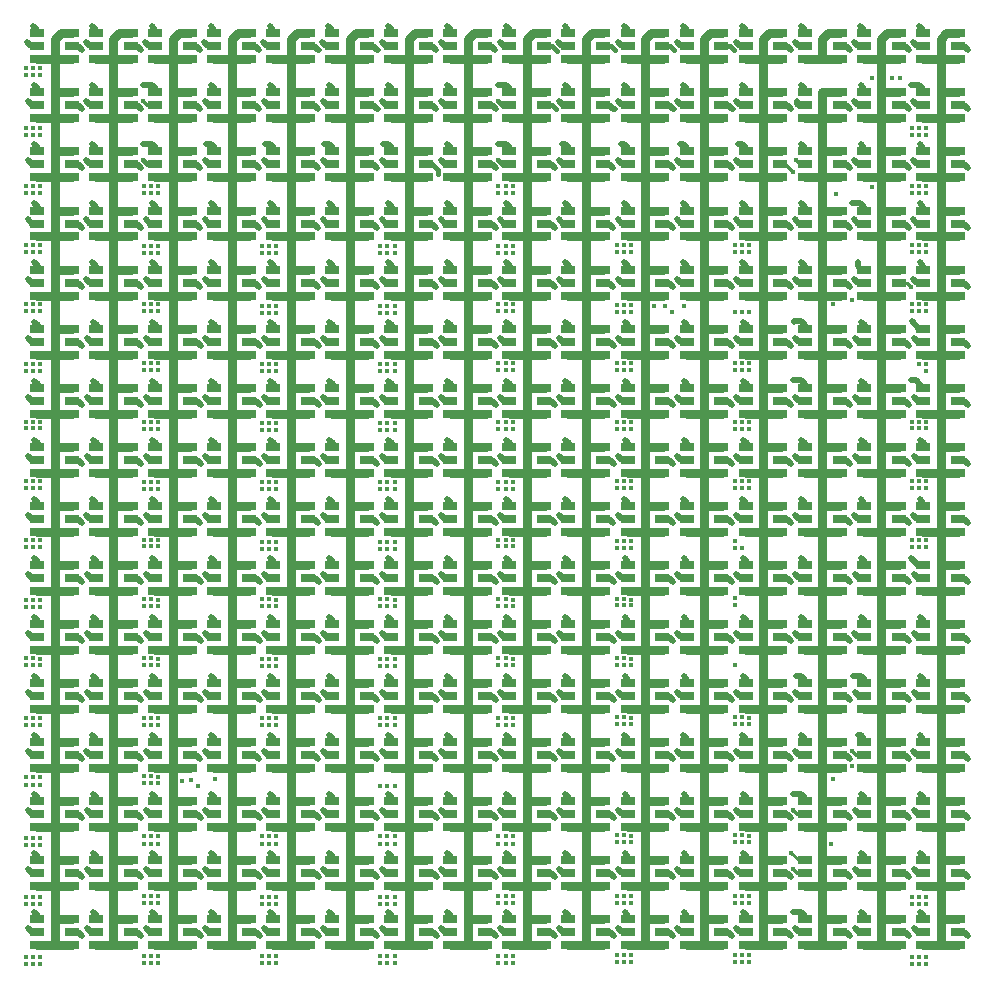
<source format=gbr>
%TF.GenerationSoftware,KiCad,Pcbnew,9.0.7*%
%TF.CreationDate,2026-02-20T11:37:07-08:00*%
%TF.ProjectId,rgb-plate,7267622d-706c-4617-9465-2e6b69636164,rev?*%
%TF.SameCoordinates,Original*%
%TF.FileFunction,Copper,L4,Bot*%
%TF.FilePolarity,Positive*%
%FSLAX46Y46*%
G04 Gerber Fmt 4.6, Leading zero omitted, Abs format (unit mm)*
G04 Created by KiCad (PCBNEW 9.0.7) date 2026-02-20 11:37:07*
%MOMM*%
%LPD*%
G01*
G04 APERTURE LIST*
%TA.AperFunction,SMDPad,CuDef*%
%ADD10R,1.300000X0.700000*%
%TD*%
%TA.AperFunction,ViaPad*%
%ADD11C,0.400000*%
%TD*%
%TA.AperFunction,Conductor*%
%ADD12C,0.750000*%
%TD*%
%TA.AperFunction,Conductor*%
%ADD13C,0.500000*%
%TD*%
%TA.AperFunction,Conductor*%
%ADD14C,0.400000*%
%TD*%
%TA.AperFunction,Conductor*%
%ADD15C,0.250000*%
%TD*%
G04 APERTURE END LIST*
D10*
%TO.P,D145,A1,GA*%
%TO.N,/G0*%
X147025000Y-62100000D03*
%TO.P,D145,A2,RA*%
%TO.N,/R0*%
X147025000Y-63200000D03*
%TO.P,D145,A3,BA*%
%TO.N,/B0*%
X149975000Y-63200000D03*
%TO.P,D145,C1,GK*%
%TO.N,/LINE9*%
X149975000Y-62100000D03*
%TO.P,D145,C2,RK*%
X147025000Y-64300000D03*
%TO.P,D145,C3,BK*%
X149975000Y-64300000D03*
%TD*%
%TO.P,D133,A1,GA*%
%TO.N,/G4*%
X142025000Y-82100000D03*
%TO.P,D133,A2,RA*%
%TO.N,/R4*%
X142025000Y-83200000D03*
%TO.P,D133,A3,BA*%
%TO.N,/B4*%
X144975000Y-83200000D03*
%TO.P,D133,C1,GK*%
%TO.N,/LINE8*%
X144975000Y-82100000D03*
%TO.P,D133,C2,RK*%
X142025000Y-84300000D03*
%TO.P,D133,C3,BK*%
X144975000Y-84300000D03*
%TD*%
%TO.P,D1,A1,GA*%
%TO.N,/G0*%
X102025000Y-62100000D03*
%TO.P,D1,A2,RA*%
%TO.N,/R0*%
X102025000Y-63200000D03*
%TO.P,D1,A3,BA*%
%TO.N,/B0*%
X104975000Y-63200000D03*
%TO.P,D1,C1,GK*%
%TO.N,/LINE0*%
X104975000Y-62100000D03*
%TO.P,D1,C2,RK*%
X102025000Y-64300000D03*
%TO.P,D1,C3,BK*%
X104975000Y-64300000D03*
%TD*%
%TO.P,D61,A1,GA*%
%TO.N,/G12*%
X117025000Y-122100000D03*
%TO.P,D61,A2,RA*%
%TO.N,/R12*%
X117025000Y-123200000D03*
%TO.P,D61,A3,BA*%
%TO.N,/B12*%
X119975000Y-123200000D03*
%TO.P,D61,C1,GK*%
%TO.N,/LINE3*%
X119975000Y-122100000D03*
%TO.P,D61,C2,RK*%
X117025000Y-124300000D03*
%TO.P,D61,C3,BK*%
X119975000Y-124300000D03*
%TD*%
%TO.P,D143,A1,GA*%
%TO.N,/G14*%
X142025000Y-132100000D03*
%TO.P,D143,A2,RA*%
%TO.N,/R14*%
X142025000Y-133200000D03*
%TO.P,D143,A3,BA*%
%TO.N,/B14*%
X144975000Y-133200000D03*
%TO.P,D143,C1,GK*%
%TO.N,/LINE8*%
X144975000Y-132100000D03*
%TO.P,D143,C2,RK*%
X142025000Y-134300000D03*
%TO.P,D143,C3,BK*%
X144975000Y-134300000D03*
%TD*%
%TO.P,D174,A1,GA*%
%TO.N,/G13*%
X152025000Y-127100000D03*
%TO.P,D174,A2,RA*%
%TO.N,/R13*%
X152025000Y-128200000D03*
%TO.P,D174,A3,BA*%
%TO.N,/B13*%
X154975000Y-128200000D03*
%TO.P,D174,C1,GK*%
%TO.N,/LINE10*%
X154975000Y-127100000D03*
%TO.P,D174,C2,RK*%
X152025000Y-129300000D03*
%TO.P,D174,C3,BK*%
X154975000Y-129300000D03*
%TD*%
%TO.P,D77,A1,GA*%
%TO.N,/G12*%
X122025000Y-122100000D03*
%TO.P,D77,A2,RA*%
%TO.N,/R12*%
X122025000Y-123200000D03*
%TO.P,D77,A3,BA*%
%TO.N,/B12*%
X124975000Y-123200000D03*
%TO.P,D77,C1,GK*%
%TO.N,/LINE4*%
X124975000Y-122100000D03*
%TO.P,D77,C2,RK*%
X122025000Y-124300000D03*
%TO.P,D77,C3,BK*%
X124975000Y-124300000D03*
%TD*%
%TO.P,D239,A1,GA*%
%TO.N,/G14*%
X172025000Y-132100000D03*
%TO.P,D239,A2,RA*%
%TO.N,/R14*%
X172025000Y-133200000D03*
%TO.P,D239,A3,BA*%
%TO.N,/B14*%
X174975000Y-133200000D03*
%TO.P,D239,C1,GK*%
%TO.N,/LINE14*%
X174975000Y-132100000D03*
%TO.P,D239,C2,RK*%
X172025000Y-134300000D03*
%TO.P,D239,C3,BK*%
X174975000Y-134300000D03*
%TD*%
%TO.P,D6,A1,GA*%
%TO.N,/G5*%
X102025000Y-87100000D03*
%TO.P,D6,A2,RA*%
%TO.N,/R5*%
X102025000Y-88200000D03*
%TO.P,D6,A3,BA*%
%TO.N,/B5*%
X104975000Y-88200000D03*
%TO.P,D6,C1,GK*%
%TO.N,/LINE0*%
X104975000Y-87100000D03*
%TO.P,D6,C2,RK*%
X102025000Y-89300000D03*
%TO.P,D6,C3,BK*%
X104975000Y-89300000D03*
%TD*%
%TO.P,D209,A1,GA*%
%TO.N,/G0*%
X167025000Y-62100000D03*
%TO.P,D209,A2,RA*%
%TO.N,/R0*%
X167025000Y-63200000D03*
%TO.P,D209,A3,BA*%
%TO.N,/B0*%
X169975000Y-63200000D03*
%TO.P,D209,C1,GK*%
%TO.N,/LINE13*%
X169975000Y-62100000D03*
%TO.P,D209,C2,RK*%
X167025000Y-64300000D03*
%TO.P,D209,C3,BK*%
X169975000Y-64300000D03*
%TD*%
%TO.P,D44,A1,GA*%
%TO.N,/G11*%
X112025000Y-117100000D03*
%TO.P,D44,A2,RA*%
%TO.N,/R11*%
X112025000Y-118200000D03*
%TO.P,D44,A3,BA*%
%TO.N,/B11*%
X114975000Y-118200000D03*
%TO.P,D44,C1,GK*%
%TO.N,/LINE2*%
X114975000Y-117100000D03*
%TO.P,D44,C2,RK*%
X112025000Y-119300000D03*
%TO.P,D44,C3,BK*%
X114975000Y-119300000D03*
%TD*%
%TO.P,D223,A1,GA*%
%TO.N,/G14*%
X167025000Y-132100000D03*
%TO.P,D223,A2,RA*%
%TO.N,/R14*%
X167025000Y-133200000D03*
%TO.P,D223,A3,BA*%
%TO.N,/B14*%
X169975000Y-133200000D03*
%TO.P,D223,C1,GK*%
%TO.N,/LINE13*%
X169975000Y-132100000D03*
%TO.P,D223,C2,RK*%
X167025000Y-134300000D03*
%TO.P,D223,C3,BK*%
X169975000Y-134300000D03*
%TD*%
%TO.P,D111,A1,GA*%
%TO.N,/G14*%
X132025000Y-132100000D03*
%TO.P,D111,A2,RA*%
%TO.N,/R14*%
X132025000Y-133200000D03*
%TO.P,D111,A3,BA*%
%TO.N,/B14*%
X134975000Y-133200000D03*
%TO.P,D111,C1,GK*%
%TO.N,/LINE6*%
X134975000Y-132100000D03*
%TO.P,D111,C2,RK*%
X132025000Y-134300000D03*
%TO.P,D111,C3,BK*%
X134975000Y-134300000D03*
%TD*%
%TO.P,D19,A1,GA*%
%TO.N,/G2*%
X107025000Y-72100000D03*
%TO.P,D19,A2,RA*%
%TO.N,/R2*%
X107025000Y-73200000D03*
%TO.P,D19,A3,BA*%
%TO.N,/B2*%
X109975000Y-73200000D03*
%TO.P,D19,C1,GK*%
%TO.N,/LINE1*%
X109975000Y-72100000D03*
%TO.P,D19,C2,RK*%
X107025000Y-74300000D03*
%TO.P,D19,C3,BK*%
X109975000Y-74300000D03*
%TD*%
%TO.P,D78,A1,GA*%
%TO.N,/G13*%
X122025000Y-127100000D03*
%TO.P,D78,A2,RA*%
%TO.N,/R13*%
X122025000Y-128200000D03*
%TO.P,D78,A3,BA*%
%TO.N,/B13*%
X124975000Y-128200000D03*
%TO.P,D78,C1,GK*%
%TO.N,/LINE4*%
X124975000Y-127100000D03*
%TO.P,D78,C2,RK*%
X122025000Y-129300000D03*
%TO.P,D78,C3,BK*%
X124975000Y-129300000D03*
%TD*%
%TO.P,D216,A1,GA*%
%TO.N,/G7*%
X167025000Y-97100000D03*
%TO.P,D216,A2,RA*%
%TO.N,/R7*%
X167025000Y-98200000D03*
%TO.P,D216,A3,BA*%
%TO.N,/B7*%
X169975000Y-98200000D03*
%TO.P,D216,C1,GK*%
%TO.N,/LINE13*%
X169975000Y-97100000D03*
%TO.P,D216,C2,RK*%
X167025000Y-99300000D03*
%TO.P,D216,C3,BK*%
X169975000Y-99300000D03*
%TD*%
%TO.P,D30,A1,GA*%
%TO.N,/G13*%
X107025000Y-127100000D03*
%TO.P,D30,A2,RA*%
%TO.N,/R13*%
X107025000Y-128200000D03*
%TO.P,D30,A3,BA*%
%TO.N,/B13*%
X109975000Y-128200000D03*
%TO.P,D30,C1,GK*%
%TO.N,/LINE1*%
X109975000Y-127100000D03*
%TO.P,D30,C2,RK*%
X107025000Y-129300000D03*
%TO.P,D30,C3,BK*%
X109975000Y-129300000D03*
%TD*%
%TO.P,D152,A1,GA*%
%TO.N,/G7*%
X147025000Y-97100000D03*
%TO.P,D152,A2,RA*%
%TO.N,/R7*%
X147025000Y-98200000D03*
%TO.P,D152,A3,BA*%
%TO.N,/B7*%
X149975000Y-98200000D03*
%TO.P,D152,C1,GK*%
%TO.N,/LINE9*%
X149975000Y-97100000D03*
%TO.P,D152,C2,RK*%
X147025000Y-99300000D03*
%TO.P,D152,C3,BK*%
X149975000Y-99300000D03*
%TD*%
%TO.P,D128,A1,GA*%
%TO.N,/G15*%
X137025000Y-137100000D03*
%TO.P,D128,A2,RA*%
%TO.N,/R15*%
X137025000Y-138200000D03*
%TO.P,D128,A3,BA*%
%TO.N,/B15*%
X139975000Y-138200000D03*
%TO.P,D128,C1,GK*%
%TO.N,/LINE7*%
X139975000Y-137100000D03*
%TO.P,D128,C2,RK*%
X137025000Y-139300000D03*
%TO.P,D128,C3,BK*%
X139975000Y-139300000D03*
%TD*%
%TO.P,D158,A1,GA*%
%TO.N,/G13*%
X147025000Y-127100000D03*
%TO.P,D158,A2,RA*%
%TO.N,/R13*%
X147025000Y-128200000D03*
%TO.P,D158,A3,BA*%
%TO.N,/B13*%
X149975000Y-128200000D03*
%TO.P,D158,C1,GK*%
%TO.N,/LINE9*%
X149975000Y-127100000D03*
%TO.P,D158,C2,RK*%
X147025000Y-129300000D03*
%TO.P,D158,C3,BK*%
X149975000Y-129300000D03*
%TD*%
%TO.P,D180,A1,GA*%
%TO.N,/G3*%
X157025000Y-77100000D03*
%TO.P,D180,A2,RA*%
%TO.N,/R3*%
X157025000Y-78200000D03*
%TO.P,D180,A3,BA*%
%TO.N,/B3*%
X159975000Y-78200000D03*
%TO.P,D180,C1,GK*%
%TO.N,/LINE11*%
X159975000Y-77100000D03*
%TO.P,D180,C2,RK*%
X157025000Y-79300000D03*
%TO.P,D180,C3,BK*%
X159975000Y-79300000D03*
%TD*%
%TO.P,D87,A1,GA*%
%TO.N,/G6*%
X127025000Y-92100000D03*
%TO.P,D87,A2,RA*%
%TO.N,/R6*%
X127025000Y-93200000D03*
%TO.P,D87,A3,BA*%
%TO.N,/B6*%
X129975000Y-93200000D03*
%TO.P,D87,C1,GK*%
%TO.N,/LINE5*%
X129975000Y-92100000D03*
%TO.P,D87,C2,RK*%
X127025000Y-94300000D03*
%TO.P,D87,C3,BK*%
X129975000Y-94300000D03*
%TD*%
%TO.P,D42,A1,GA*%
%TO.N,/G9*%
X112025000Y-107100000D03*
%TO.P,D42,A2,RA*%
%TO.N,/R9*%
X112025000Y-108200000D03*
%TO.P,D42,A3,BA*%
%TO.N,/B9*%
X114975000Y-108200000D03*
%TO.P,D42,C1,GK*%
%TO.N,/LINE2*%
X114975000Y-107100000D03*
%TO.P,D42,C2,RK*%
X112025000Y-109300000D03*
%TO.P,D42,C3,BK*%
X114975000Y-109300000D03*
%TD*%
%TO.P,D150,A1,GA*%
%TO.N,/G5*%
X147025000Y-87100000D03*
%TO.P,D150,A2,RA*%
%TO.N,/R5*%
X147025000Y-88200000D03*
%TO.P,D150,A3,BA*%
%TO.N,/B5*%
X149975000Y-88200000D03*
%TO.P,D150,C1,GK*%
%TO.N,/LINE9*%
X149975000Y-87100000D03*
%TO.P,D150,C2,RK*%
X147025000Y-89300000D03*
%TO.P,D150,C3,BK*%
X149975000Y-89300000D03*
%TD*%
%TO.P,D176,A1,GA*%
%TO.N,/G15*%
X152025000Y-137100000D03*
%TO.P,D176,A2,RA*%
%TO.N,/R15*%
X152025000Y-138200000D03*
%TO.P,D176,A3,BA*%
%TO.N,/B15*%
X154975000Y-138200000D03*
%TO.P,D176,C1,GK*%
%TO.N,/LINE10*%
X154975000Y-137100000D03*
%TO.P,D176,C2,RK*%
X152025000Y-139300000D03*
%TO.P,D176,C3,BK*%
X154975000Y-139300000D03*
%TD*%
%TO.P,D29,A1,GA*%
%TO.N,/G12*%
X107025000Y-122100000D03*
%TO.P,D29,A2,RA*%
%TO.N,/R12*%
X107025000Y-123200000D03*
%TO.P,D29,A3,BA*%
%TO.N,/B12*%
X109975000Y-123200000D03*
%TO.P,D29,C1,GK*%
%TO.N,/LINE1*%
X109975000Y-122100000D03*
%TO.P,D29,C2,RK*%
X107025000Y-124300000D03*
%TO.P,D29,C3,BK*%
X109975000Y-124300000D03*
%TD*%
%TO.P,D28,A1,GA*%
%TO.N,/G11*%
X107025000Y-117100000D03*
%TO.P,D28,A2,RA*%
%TO.N,/R11*%
X107025000Y-118200000D03*
%TO.P,D28,A3,BA*%
%TO.N,/B11*%
X109975000Y-118200000D03*
%TO.P,D28,C1,GK*%
%TO.N,/LINE1*%
X109975000Y-117100000D03*
%TO.P,D28,C2,RK*%
X107025000Y-119300000D03*
%TO.P,D28,C3,BK*%
X109975000Y-119300000D03*
%TD*%
%TO.P,D37,A1,GA*%
%TO.N,/G4*%
X112025000Y-82100000D03*
%TO.P,D37,A2,RA*%
%TO.N,/R4*%
X112025000Y-83200000D03*
%TO.P,D37,A3,BA*%
%TO.N,/B4*%
X114975000Y-83200000D03*
%TO.P,D37,C1,GK*%
%TO.N,/LINE2*%
X114975000Y-82100000D03*
%TO.P,D37,C2,RK*%
X112025000Y-84300000D03*
%TO.P,D37,C3,BK*%
X114975000Y-84300000D03*
%TD*%
%TO.P,D164,A1,GA*%
%TO.N,/G3*%
X152025000Y-77100000D03*
%TO.P,D164,A2,RA*%
%TO.N,/R3*%
X152025000Y-78200000D03*
%TO.P,D164,A3,BA*%
%TO.N,/B3*%
X154975000Y-78200000D03*
%TO.P,D164,C1,GK*%
%TO.N,/LINE10*%
X154975000Y-77100000D03*
%TO.P,D164,C2,RK*%
X152025000Y-79300000D03*
%TO.P,D164,C3,BK*%
X154975000Y-79300000D03*
%TD*%
%TO.P,D241,A1,GA*%
%TO.N,/G0*%
X177025000Y-62100000D03*
%TO.P,D241,A2,RA*%
%TO.N,/R0*%
X177025000Y-63200000D03*
%TO.P,D241,A3,BA*%
%TO.N,/B0*%
X179975000Y-63200000D03*
%TO.P,D241,C1,GK*%
%TO.N,/LINE15*%
X179975000Y-62100000D03*
%TO.P,D241,C2,RK*%
X177025000Y-64300000D03*
%TO.P,D241,C3,BK*%
X179975000Y-64300000D03*
%TD*%
%TO.P,D105,A1,GA*%
%TO.N,/G8*%
X132025000Y-102100000D03*
%TO.P,D105,A2,RA*%
%TO.N,/R8*%
X132025000Y-103200000D03*
%TO.P,D105,A3,BA*%
%TO.N,/B8*%
X134975000Y-103200000D03*
%TO.P,D105,C1,GK*%
%TO.N,/LINE6*%
X134975000Y-102100000D03*
%TO.P,D105,C2,RK*%
X132025000Y-104300000D03*
%TO.P,D105,C3,BK*%
X134975000Y-104300000D03*
%TD*%
%TO.P,D132,A1,GA*%
%TO.N,/G3*%
X142025000Y-77100000D03*
%TO.P,D132,A2,RA*%
%TO.N,/R3*%
X142025000Y-78200000D03*
%TO.P,D132,A3,BA*%
%TO.N,/B3*%
X144975000Y-78200000D03*
%TO.P,D132,C1,GK*%
%TO.N,/LINE8*%
X144975000Y-77100000D03*
%TO.P,D132,C2,RK*%
X142025000Y-79300000D03*
%TO.P,D132,C3,BK*%
X144975000Y-79300000D03*
%TD*%
%TO.P,D106,A1,GA*%
%TO.N,/G9*%
X132025000Y-107100000D03*
%TO.P,D106,A2,RA*%
%TO.N,/R9*%
X132025000Y-108200000D03*
%TO.P,D106,A3,BA*%
%TO.N,/B9*%
X134975000Y-108200000D03*
%TO.P,D106,C1,GK*%
%TO.N,/LINE6*%
X134975000Y-107100000D03*
%TO.P,D106,C2,RK*%
X132025000Y-109300000D03*
%TO.P,D106,C3,BK*%
X134975000Y-109300000D03*
%TD*%
%TO.P,D179,A1,GA*%
%TO.N,/G2*%
X157025000Y-72100000D03*
%TO.P,D179,A2,RA*%
%TO.N,/R2*%
X157025000Y-73200000D03*
%TO.P,D179,A3,BA*%
%TO.N,/B2*%
X159975000Y-73200000D03*
%TO.P,D179,C1,GK*%
%TO.N,/LINE11*%
X159975000Y-72100000D03*
%TO.P,D179,C2,RK*%
X157025000Y-74300000D03*
%TO.P,D179,C3,BK*%
X159975000Y-74300000D03*
%TD*%
%TO.P,D7,A1,GA*%
%TO.N,/G6*%
X102025000Y-92100000D03*
%TO.P,D7,A2,RA*%
%TO.N,/R6*%
X102025000Y-93200000D03*
%TO.P,D7,A3,BA*%
%TO.N,/B6*%
X104975000Y-93200000D03*
%TO.P,D7,C1,GK*%
%TO.N,/LINE0*%
X104975000Y-92100000D03*
%TO.P,D7,C2,RK*%
X102025000Y-94300000D03*
%TO.P,D7,C3,BK*%
X104975000Y-94300000D03*
%TD*%
%TO.P,D246,A1,GA*%
%TO.N,/G5*%
X177025000Y-87100000D03*
%TO.P,D246,A2,RA*%
%TO.N,/R5*%
X177025000Y-88200000D03*
%TO.P,D246,A3,BA*%
%TO.N,/B5*%
X179975000Y-88200000D03*
%TO.P,D246,C1,GK*%
%TO.N,/LINE15*%
X179975000Y-87100000D03*
%TO.P,D246,C2,RK*%
X177025000Y-89300000D03*
%TO.P,D246,C3,BK*%
X179975000Y-89300000D03*
%TD*%
%TO.P,D66,A1,GA*%
%TO.N,/G1*%
X122025000Y-67100000D03*
%TO.P,D66,A2,RA*%
%TO.N,/R1*%
X122025000Y-68200000D03*
%TO.P,D66,A3,BA*%
%TO.N,/B1*%
X124975000Y-68200000D03*
%TO.P,D66,C1,GK*%
%TO.N,/LINE4*%
X124975000Y-67100000D03*
%TO.P,D66,C2,RK*%
X122025000Y-69300000D03*
%TO.P,D66,C3,BK*%
X124975000Y-69300000D03*
%TD*%
%TO.P,D153,A1,GA*%
%TO.N,/G8*%
X147025000Y-102100000D03*
%TO.P,D153,A2,RA*%
%TO.N,/R8*%
X147025000Y-103200000D03*
%TO.P,D153,A3,BA*%
%TO.N,/B8*%
X149975000Y-103200000D03*
%TO.P,D153,C1,GK*%
%TO.N,/LINE9*%
X149975000Y-102100000D03*
%TO.P,D153,C2,RK*%
X147025000Y-104300000D03*
%TO.P,D153,C3,BK*%
X149975000Y-104300000D03*
%TD*%
%TO.P,D104,A1,GA*%
%TO.N,/G7*%
X132025000Y-97100000D03*
%TO.P,D104,A2,RA*%
%TO.N,/R7*%
X132025000Y-98200000D03*
%TO.P,D104,A3,BA*%
%TO.N,/B7*%
X134975000Y-98200000D03*
%TO.P,D104,C1,GK*%
%TO.N,/LINE6*%
X134975000Y-97100000D03*
%TO.P,D104,C2,RK*%
X132025000Y-99300000D03*
%TO.P,D104,C3,BK*%
X134975000Y-99300000D03*
%TD*%
%TO.P,D147,A1,GA*%
%TO.N,/G2*%
X147025000Y-72100000D03*
%TO.P,D147,A2,RA*%
%TO.N,/R2*%
X147025000Y-73200000D03*
%TO.P,D147,A3,BA*%
%TO.N,/B2*%
X149975000Y-73200000D03*
%TO.P,D147,C1,GK*%
%TO.N,/LINE9*%
X149975000Y-72100000D03*
%TO.P,D147,C2,RK*%
X147025000Y-74300000D03*
%TO.P,D147,C3,BK*%
X149975000Y-74300000D03*
%TD*%
%TO.P,D127,A1,GA*%
%TO.N,/G14*%
X137025000Y-132100000D03*
%TO.P,D127,A2,RA*%
%TO.N,/R14*%
X137025000Y-133200000D03*
%TO.P,D127,A3,BA*%
%TO.N,/B14*%
X139975000Y-133200000D03*
%TO.P,D127,C1,GK*%
%TO.N,/LINE7*%
X139975000Y-132100000D03*
%TO.P,D127,C2,RK*%
X137025000Y-134300000D03*
%TO.P,D127,C3,BK*%
X139975000Y-134300000D03*
%TD*%
%TO.P,D161,A1,GA*%
%TO.N,/G0*%
X152025000Y-62100000D03*
%TO.P,D161,A2,RA*%
%TO.N,/R0*%
X152025000Y-63200000D03*
%TO.P,D161,A3,BA*%
%TO.N,/B0*%
X154975000Y-63200000D03*
%TO.P,D161,C1,GK*%
%TO.N,/LINE10*%
X154975000Y-62100000D03*
%TO.P,D161,C2,RK*%
X152025000Y-64300000D03*
%TO.P,D161,C3,BK*%
X154975000Y-64300000D03*
%TD*%
%TO.P,D63,A1,GA*%
%TO.N,/G14*%
X117025000Y-132100000D03*
%TO.P,D63,A2,RA*%
%TO.N,/R14*%
X117025000Y-133200000D03*
%TO.P,D63,A3,BA*%
%TO.N,/B14*%
X119975000Y-133200000D03*
%TO.P,D63,C1,GK*%
%TO.N,/LINE3*%
X119975000Y-132100000D03*
%TO.P,D63,C2,RK*%
X117025000Y-134300000D03*
%TO.P,D63,C3,BK*%
X119975000Y-134300000D03*
%TD*%
%TO.P,D226,A1,GA*%
%TO.N,/G1*%
X172025000Y-67100000D03*
%TO.P,D226,A2,RA*%
%TO.N,/R1*%
X172025000Y-68200000D03*
%TO.P,D226,A3,BA*%
%TO.N,/B1*%
X174975000Y-68200000D03*
%TO.P,D226,C1,GK*%
%TO.N,/LINE14*%
X174975000Y-67100000D03*
%TO.P,D226,C2,RK*%
X172025000Y-69300000D03*
%TO.P,D226,C3,BK*%
X174975000Y-69300000D03*
%TD*%
%TO.P,D55,A1,GA*%
%TO.N,/G6*%
X117025000Y-92100000D03*
%TO.P,D55,A2,RA*%
%TO.N,/R6*%
X117025000Y-93200000D03*
%TO.P,D55,A3,BA*%
%TO.N,/B6*%
X119975000Y-93200000D03*
%TO.P,D55,C1,GK*%
%TO.N,/LINE3*%
X119975000Y-92100000D03*
%TO.P,D55,C2,RK*%
X117025000Y-94300000D03*
%TO.P,D55,C3,BK*%
X119975000Y-94300000D03*
%TD*%
%TO.P,D58,A1,GA*%
%TO.N,/G9*%
X117025000Y-107100000D03*
%TO.P,D58,A2,RA*%
%TO.N,/R9*%
X117025000Y-108200000D03*
%TO.P,D58,A3,BA*%
%TO.N,/B9*%
X119975000Y-108200000D03*
%TO.P,D58,C1,GK*%
%TO.N,/LINE3*%
X119975000Y-107100000D03*
%TO.P,D58,C2,RK*%
X117025000Y-109300000D03*
%TO.P,D58,C3,BK*%
X119975000Y-109300000D03*
%TD*%
%TO.P,D24,A1,GA*%
%TO.N,/G7*%
X107025000Y-97100000D03*
%TO.P,D24,A2,RA*%
%TO.N,/R7*%
X107025000Y-98200000D03*
%TO.P,D24,A3,BA*%
%TO.N,/B7*%
X109975000Y-98200000D03*
%TO.P,D24,C1,GK*%
%TO.N,/LINE1*%
X109975000Y-97100000D03*
%TO.P,D24,C2,RK*%
X107025000Y-99300000D03*
%TO.P,D24,C3,BK*%
X109975000Y-99300000D03*
%TD*%
%TO.P,D109,A1,GA*%
%TO.N,/G12*%
X132025000Y-122100000D03*
%TO.P,D109,A2,RA*%
%TO.N,/R12*%
X132025000Y-123200000D03*
%TO.P,D109,A3,BA*%
%TO.N,/B12*%
X134975000Y-123200000D03*
%TO.P,D109,C1,GK*%
%TO.N,/LINE6*%
X134975000Y-122100000D03*
%TO.P,D109,C2,RK*%
X132025000Y-124300000D03*
%TO.P,D109,C3,BK*%
X134975000Y-124300000D03*
%TD*%
%TO.P,D9,A1,GA*%
%TO.N,/G8*%
X102025000Y-102100000D03*
%TO.P,D9,A2,RA*%
%TO.N,/R8*%
X102025000Y-103200000D03*
%TO.P,D9,A3,BA*%
%TO.N,/B8*%
X104975000Y-103200000D03*
%TO.P,D9,C1,GK*%
%TO.N,/LINE0*%
X104975000Y-102100000D03*
%TO.P,D9,C2,RK*%
X102025000Y-104300000D03*
%TO.P,D9,C3,BK*%
X104975000Y-104300000D03*
%TD*%
%TO.P,D207,A1,GA*%
%TO.N,/G14*%
X162025000Y-132100000D03*
%TO.P,D207,A2,RA*%
%TO.N,/R14*%
X162025000Y-133200000D03*
%TO.P,D207,A3,BA*%
%TO.N,/B14*%
X164975000Y-133200000D03*
%TO.P,D207,C1,GK*%
%TO.N,/LINE12*%
X164975000Y-132100000D03*
%TO.P,D207,C2,RK*%
X162025000Y-134300000D03*
%TO.P,D207,C3,BK*%
X164975000Y-134300000D03*
%TD*%
%TO.P,D219,A1,GA*%
%TO.N,/G10*%
X167025000Y-112100000D03*
%TO.P,D219,A2,RA*%
%TO.N,/R10*%
X167025000Y-113200000D03*
%TO.P,D219,A3,BA*%
%TO.N,/B10*%
X169975000Y-113200000D03*
%TO.P,D219,C1,GK*%
%TO.N,/LINE13*%
X169975000Y-112100000D03*
%TO.P,D219,C2,RK*%
X167025000Y-114300000D03*
%TO.P,D219,C3,BK*%
X169975000Y-114300000D03*
%TD*%
%TO.P,D240,A1,GA*%
%TO.N,/G15*%
X172025000Y-137100000D03*
%TO.P,D240,A2,RA*%
%TO.N,/R15*%
X172025000Y-138200000D03*
%TO.P,D240,A3,BA*%
%TO.N,/B15*%
X174975000Y-138200000D03*
%TO.P,D240,C1,GK*%
%TO.N,/LINE14*%
X174975000Y-137100000D03*
%TO.P,D240,C2,RK*%
X172025000Y-139300000D03*
%TO.P,D240,C3,BK*%
X174975000Y-139300000D03*
%TD*%
%TO.P,D92,A1,GA*%
%TO.N,/G11*%
X127025000Y-117100000D03*
%TO.P,D92,A2,RA*%
%TO.N,/R11*%
X127025000Y-118200000D03*
%TO.P,D92,A3,BA*%
%TO.N,/B11*%
X129975000Y-118200000D03*
%TO.P,D92,C1,GK*%
%TO.N,/LINE5*%
X129975000Y-117100000D03*
%TO.P,D92,C2,RK*%
X127025000Y-119300000D03*
%TO.P,D92,C3,BK*%
X129975000Y-119300000D03*
%TD*%
%TO.P,D31,A1,GA*%
%TO.N,/G14*%
X107025000Y-132100000D03*
%TO.P,D31,A2,RA*%
%TO.N,/R14*%
X107025000Y-133200000D03*
%TO.P,D31,A3,BA*%
%TO.N,/B14*%
X109975000Y-133200000D03*
%TO.P,D31,C1,GK*%
%TO.N,/LINE1*%
X109975000Y-132100000D03*
%TO.P,D31,C2,RK*%
X107025000Y-134300000D03*
%TO.P,D31,C3,BK*%
X109975000Y-134300000D03*
%TD*%
%TO.P,D80,A1,GA*%
%TO.N,/G15*%
X122025000Y-137100000D03*
%TO.P,D80,A2,RA*%
%TO.N,/R15*%
X122025000Y-138200000D03*
%TO.P,D80,A3,BA*%
%TO.N,/B15*%
X124975000Y-138200000D03*
%TO.P,D80,C1,GK*%
%TO.N,/LINE4*%
X124975000Y-137100000D03*
%TO.P,D80,C2,RK*%
X122025000Y-139300000D03*
%TO.P,D80,C3,BK*%
X124975000Y-139300000D03*
%TD*%
%TO.P,D26,A1,GA*%
%TO.N,/G9*%
X107025000Y-107100000D03*
%TO.P,D26,A2,RA*%
%TO.N,/R9*%
X107025000Y-108200000D03*
%TO.P,D26,A3,BA*%
%TO.N,/B9*%
X109975000Y-108200000D03*
%TO.P,D26,C1,GK*%
%TO.N,/LINE1*%
X109975000Y-107100000D03*
%TO.P,D26,C2,RK*%
X107025000Y-109300000D03*
%TO.P,D26,C3,BK*%
X109975000Y-109300000D03*
%TD*%
%TO.P,D243,A1,GA*%
%TO.N,/G2*%
X177025000Y-72100000D03*
%TO.P,D243,A2,RA*%
%TO.N,/R2*%
X177025000Y-73200000D03*
%TO.P,D243,A3,BA*%
%TO.N,/B2*%
X179975000Y-73200000D03*
%TO.P,D243,C1,GK*%
%TO.N,/LINE15*%
X179975000Y-72100000D03*
%TO.P,D243,C2,RK*%
X177025000Y-74300000D03*
%TO.P,D243,C3,BK*%
X179975000Y-74300000D03*
%TD*%
%TO.P,D3,A1,GA*%
%TO.N,/G2*%
X102025000Y-72100000D03*
%TO.P,D3,A2,RA*%
%TO.N,/R2*%
X102025000Y-73200000D03*
%TO.P,D3,A3,BA*%
%TO.N,/B2*%
X104975000Y-73200000D03*
%TO.P,D3,C1,GK*%
%TO.N,/LINE0*%
X104975000Y-72100000D03*
%TO.P,D3,C2,RK*%
X102025000Y-74300000D03*
%TO.P,D3,C3,BK*%
X104975000Y-74300000D03*
%TD*%
%TO.P,D16,A1,GA*%
%TO.N,/G15*%
X102025000Y-137100000D03*
%TO.P,D16,A2,RA*%
%TO.N,/R15*%
X102025000Y-138200000D03*
%TO.P,D16,A3,BA*%
%TO.N,/B15*%
X104975000Y-138200000D03*
%TO.P,D16,C1,GK*%
%TO.N,/LINE0*%
X104975000Y-137100000D03*
%TO.P,D16,C2,RK*%
X102025000Y-139300000D03*
%TO.P,D16,C3,BK*%
X104975000Y-139300000D03*
%TD*%
%TO.P,D52,A1,GA*%
%TO.N,/G3*%
X117025000Y-77100000D03*
%TO.P,D52,A2,RA*%
%TO.N,/R3*%
X117025000Y-78200000D03*
%TO.P,D52,A3,BA*%
%TO.N,/B3*%
X119975000Y-78200000D03*
%TO.P,D52,C1,GK*%
%TO.N,/LINE3*%
X119975000Y-77100000D03*
%TO.P,D52,C2,RK*%
X117025000Y-79300000D03*
%TO.P,D52,C3,BK*%
X119975000Y-79300000D03*
%TD*%
%TO.P,D196,A1,GA*%
%TO.N,/G3*%
X162025000Y-77100000D03*
%TO.P,D196,A2,RA*%
%TO.N,/R3*%
X162025000Y-78200000D03*
%TO.P,D196,A3,BA*%
%TO.N,/B3*%
X164975000Y-78200000D03*
%TO.P,D196,C1,GK*%
%TO.N,/LINE12*%
X164975000Y-77100000D03*
%TO.P,D196,C2,RK*%
X162025000Y-79300000D03*
%TO.P,D196,C3,BK*%
X164975000Y-79300000D03*
%TD*%
%TO.P,D121,A1,GA*%
%TO.N,/G8*%
X137025000Y-102100000D03*
%TO.P,D121,A2,RA*%
%TO.N,/R8*%
X137025000Y-103200000D03*
%TO.P,D121,A3,BA*%
%TO.N,/B8*%
X139975000Y-103200000D03*
%TO.P,D121,C1,GK*%
%TO.N,/LINE7*%
X139975000Y-102100000D03*
%TO.P,D121,C2,RK*%
X137025000Y-104300000D03*
%TO.P,D121,C3,BK*%
X139975000Y-104300000D03*
%TD*%
%TO.P,D84,A1,GA*%
%TO.N,/G3*%
X127025000Y-77100000D03*
%TO.P,D84,A2,RA*%
%TO.N,/R3*%
X127025000Y-78200000D03*
%TO.P,D84,A3,BA*%
%TO.N,/B3*%
X129975000Y-78200000D03*
%TO.P,D84,C1,GK*%
%TO.N,/LINE5*%
X129975000Y-77100000D03*
%TO.P,D84,C2,RK*%
X127025000Y-79300000D03*
%TO.P,D84,C3,BK*%
X129975000Y-79300000D03*
%TD*%
%TO.P,D97,A1,GA*%
%TO.N,/G0*%
X132025000Y-62100000D03*
%TO.P,D97,A2,RA*%
%TO.N,/R0*%
X132025000Y-63200000D03*
%TO.P,D97,A3,BA*%
%TO.N,/B0*%
X134975000Y-63200000D03*
%TO.P,D97,C1,GK*%
%TO.N,/LINE6*%
X134975000Y-62100000D03*
%TO.P,D97,C2,RK*%
X132025000Y-64300000D03*
%TO.P,D97,C3,BK*%
X134975000Y-64300000D03*
%TD*%
%TO.P,D167,A1,GA*%
%TO.N,/G6*%
X152025000Y-92100000D03*
%TO.P,D167,A2,RA*%
%TO.N,/R6*%
X152025000Y-93200000D03*
%TO.P,D167,A3,BA*%
%TO.N,/B6*%
X154975000Y-93200000D03*
%TO.P,D167,C1,GK*%
%TO.N,/LINE10*%
X154975000Y-92100000D03*
%TO.P,D167,C2,RK*%
X152025000Y-94300000D03*
%TO.P,D167,C3,BK*%
X154975000Y-94300000D03*
%TD*%
%TO.P,D149,A1,GA*%
%TO.N,/G4*%
X147025000Y-82100000D03*
%TO.P,D149,A2,RA*%
%TO.N,/R4*%
X147025000Y-83200000D03*
%TO.P,D149,A3,BA*%
%TO.N,/B4*%
X149975000Y-83200000D03*
%TO.P,D149,C1,GK*%
%TO.N,/LINE9*%
X149975000Y-82100000D03*
%TO.P,D149,C2,RK*%
X147025000Y-84300000D03*
%TO.P,D149,C3,BK*%
X149975000Y-84300000D03*
%TD*%
%TO.P,D255,A1,GA*%
%TO.N,/G14*%
X177025000Y-132100000D03*
%TO.P,D255,A2,RA*%
%TO.N,/R14*%
X177025000Y-133200000D03*
%TO.P,D255,A3,BA*%
%TO.N,/B14*%
X179975000Y-133200000D03*
%TO.P,D255,C1,GK*%
%TO.N,/LINE15*%
X179975000Y-132100000D03*
%TO.P,D255,C2,RK*%
X177025000Y-134300000D03*
%TO.P,D255,C3,BK*%
X179975000Y-134300000D03*
%TD*%
%TO.P,D89,A1,GA*%
%TO.N,/G8*%
X127025000Y-102100000D03*
%TO.P,D89,A2,RA*%
%TO.N,/R8*%
X127025000Y-103200000D03*
%TO.P,D89,A3,BA*%
%TO.N,/B8*%
X129975000Y-103200000D03*
%TO.P,D89,C1,GK*%
%TO.N,/LINE5*%
X129975000Y-102100000D03*
%TO.P,D89,C2,RK*%
X127025000Y-104300000D03*
%TO.P,D89,C3,BK*%
X129975000Y-104300000D03*
%TD*%
%TO.P,D27,A1,GA*%
%TO.N,/G10*%
X107025000Y-112100000D03*
%TO.P,D27,A2,RA*%
%TO.N,/R10*%
X107025000Y-113200000D03*
%TO.P,D27,A3,BA*%
%TO.N,/B10*%
X109975000Y-113200000D03*
%TO.P,D27,C1,GK*%
%TO.N,/LINE1*%
X109975000Y-112100000D03*
%TO.P,D27,C2,RK*%
X107025000Y-114300000D03*
%TO.P,D27,C3,BK*%
X109975000Y-114300000D03*
%TD*%
%TO.P,D212,A1,GA*%
%TO.N,/G3*%
X167025000Y-77100000D03*
%TO.P,D212,A2,RA*%
%TO.N,/R3*%
X167025000Y-78200000D03*
%TO.P,D212,A3,BA*%
%TO.N,/B3*%
X169975000Y-78200000D03*
%TO.P,D212,C1,GK*%
%TO.N,/LINE13*%
X169975000Y-77100000D03*
%TO.P,D212,C2,RK*%
X167025000Y-79300000D03*
%TO.P,D212,C3,BK*%
X169975000Y-79300000D03*
%TD*%
%TO.P,D68,A1,GA*%
%TO.N,/G3*%
X122025000Y-77100000D03*
%TO.P,D68,A2,RA*%
%TO.N,/R3*%
X122025000Y-78200000D03*
%TO.P,D68,A3,BA*%
%TO.N,/B3*%
X124975000Y-78200000D03*
%TO.P,D68,C1,GK*%
%TO.N,/LINE4*%
X124975000Y-77100000D03*
%TO.P,D68,C2,RK*%
X122025000Y-79300000D03*
%TO.P,D68,C3,BK*%
X124975000Y-79300000D03*
%TD*%
%TO.P,D172,A1,GA*%
%TO.N,/G11*%
X152025000Y-117100000D03*
%TO.P,D172,A2,RA*%
%TO.N,/R11*%
X152025000Y-118200000D03*
%TO.P,D172,A3,BA*%
%TO.N,/B11*%
X154975000Y-118200000D03*
%TO.P,D172,C1,GK*%
%TO.N,/LINE10*%
X154975000Y-117100000D03*
%TO.P,D172,C2,RK*%
X152025000Y-119300000D03*
%TO.P,D172,C3,BK*%
X154975000Y-119300000D03*
%TD*%
%TO.P,D177,A1,GA*%
%TO.N,/G0*%
X157025000Y-62100000D03*
%TO.P,D177,A2,RA*%
%TO.N,/R0*%
X157025000Y-63200000D03*
%TO.P,D177,A3,BA*%
%TO.N,/B0*%
X159975000Y-63200000D03*
%TO.P,D177,C1,GK*%
%TO.N,/LINE11*%
X159975000Y-62100000D03*
%TO.P,D177,C2,RK*%
X157025000Y-64300000D03*
%TO.P,D177,C3,BK*%
X159975000Y-64300000D03*
%TD*%
%TO.P,D135,A1,GA*%
%TO.N,/G6*%
X142025000Y-92100000D03*
%TO.P,D135,A2,RA*%
%TO.N,/R6*%
X142025000Y-93200000D03*
%TO.P,D135,A3,BA*%
%TO.N,/B6*%
X144975000Y-93200000D03*
%TO.P,D135,C1,GK*%
%TO.N,/LINE8*%
X144975000Y-92100000D03*
%TO.P,D135,C2,RK*%
X142025000Y-94300000D03*
%TO.P,D135,C3,BK*%
X144975000Y-94300000D03*
%TD*%
%TO.P,D56,A1,GA*%
%TO.N,/G7*%
X117025000Y-97100000D03*
%TO.P,D56,A2,RA*%
%TO.N,/R7*%
X117025000Y-98200000D03*
%TO.P,D56,A3,BA*%
%TO.N,/B7*%
X119975000Y-98200000D03*
%TO.P,D56,C1,GK*%
%TO.N,/LINE3*%
X119975000Y-97100000D03*
%TO.P,D56,C2,RK*%
X117025000Y-99300000D03*
%TO.P,D56,C3,BK*%
X119975000Y-99300000D03*
%TD*%
%TO.P,D65,A1,GA*%
%TO.N,/G0*%
X122025000Y-62100000D03*
%TO.P,D65,A2,RA*%
%TO.N,/R0*%
X122025000Y-63200000D03*
%TO.P,D65,A3,BA*%
%TO.N,/B0*%
X124975000Y-63200000D03*
%TO.P,D65,C1,GK*%
%TO.N,/LINE4*%
X124975000Y-62100000D03*
%TO.P,D65,C2,RK*%
X122025000Y-64300000D03*
%TO.P,D65,C3,BK*%
X124975000Y-64300000D03*
%TD*%
%TO.P,D200,A1,GA*%
%TO.N,/G7*%
X162025000Y-97100000D03*
%TO.P,D200,A2,RA*%
%TO.N,/R7*%
X162025000Y-98200000D03*
%TO.P,D200,A3,BA*%
%TO.N,/B7*%
X164975000Y-98200000D03*
%TO.P,D200,C1,GK*%
%TO.N,/LINE12*%
X164975000Y-97100000D03*
%TO.P,D200,C2,RK*%
X162025000Y-99300000D03*
%TO.P,D200,C3,BK*%
X164975000Y-99300000D03*
%TD*%
%TO.P,D248,A1,GA*%
%TO.N,/G7*%
X177025000Y-97100000D03*
%TO.P,D248,A2,RA*%
%TO.N,/R7*%
X177025000Y-98200000D03*
%TO.P,D248,A3,BA*%
%TO.N,/B7*%
X179975000Y-98200000D03*
%TO.P,D248,C1,GK*%
%TO.N,/LINE15*%
X179975000Y-97100000D03*
%TO.P,D248,C2,RK*%
X177025000Y-99300000D03*
%TO.P,D248,C3,BK*%
X179975000Y-99300000D03*
%TD*%
%TO.P,D60,A1,GA*%
%TO.N,/G11*%
X117025000Y-117100000D03*
%TO.P,D60,A2,RA*%
%TO.N,/R11*%
X117025000Y-118200000D03*
%TO.P,D60,A3,BA*%
%TO.N,/B11*%
X119975000Y-118200000D03*
%TO.P,D60,C1,GK*%
%TO.N,/LINE3*%
X119975000Y-117100000D03*
%TO.P,D60,C2,RK*%
X117025000Y-119300000D03*
%TO.P,D60,C3,BK*%
X119975000Y-119300000D03*
%TD*%
%TO.P,D252,A1,GA*%
%TO.N,/G11*%
X177025000Y-117100000D03*
%TO.P,D252,A2,RA*%
%TO.N,/R11*%
X177025000Y-118200000D03*
%TO.P,D252,A3,BA*%
%TO.N,/B11*%
X179975000Y-118200000D03*
%TO.P,D252,C1,GK*%
%TO.N,/LINE15*%
X179975000Y-117100000D03*
%TO.P,D252,C2,RK*%
X177025000Y-119300000D03*
%TO.P,D252,C3,BK*%
X179975000Y-119300000D03*
%TD*%
%TO.P,D148,A1,GA*%
%TO.N,/G3*%
X147025000Y-77100000D03*
%TO.P,D148,A2,RA*%
%TO.N,/R3*%
X147025000Y-78200000D03*
%TO.P,D148,A3,BA*%
%TO.N,/B3*%
X149975000Y-78200000D03*
%TO.P,D148,C1,GK*%
%TO.N,/LINE9*%
X149975000Y-77100000D03*
%TO.P,D148,C2,RK*%
X147025000Y-79300000D03*
%TO.P,D148,C3,BK*%
X149975000Y-79300000D03*
%TD*%
%TO.P,D98,A1,GA*%
%TO.N,/G1*%
X132025000Y-67100000D03*
%TO.P,D98,A2,RA*%
%TO.N,/R1*%
X132025000Y-68200000D03*
%TO.P,D98,A3,BA*%
%TO.N,/B1*%
X134975000Y-68200000D03*
%TO.P,D98,C1,GK*%
%TO.N,/LINE6*%
X134975000Y-67100000D03*
%TO.P,D98,C2,RK*%
X132025000Y-69300000D03*
%TO.P,D98,C3,BK*%
X134975000Y-69300000D03*
%TD*%
%TO.P,D162,A1,GA*%
%TO.N,/G1*%
X152025000Y-67100000D03*
%TO.P,D162,A2,RA*%
%TO.N,/R1*%
X152025000Y-68200000D03*
%TO.P,D162,A3,BA*%
%TO.N,/B1*%
X154975000Y-68200000D03*
%TO.P,D162,C1,GK*%
%TO.N,/LINE10*%
X154975000Y-67100000D03*
%TO.P,D162,C2,RK*%
X152025000Y-69300000D03*
%TO.P,D162,C3,BK*%
X154975000Y-69300000D03*
%TD*%
%TO.P,D185,A1,GA*%
%TO.N,/G8*%
X157025000Y-102100000D03*
%TO.P,D185,A2,RA*%
%TO.N,/R8*%
X157025000Y-103200000D03*
%TO.P,D185,A3,BA*%
%TO.N,/B8*%
X159975000Y-103200000D03*
%TO.P,D185,C1,GK*%
%TO.N,/LINE11*%
X159975000Y-102100000D03*
%TO.P,D185,C2,RK*%
X157025000Y-104300000D03*
%TO.P,D185,C3,BK*%
X159975000Y-104300000D03*
%TD*%
%TO.P,D191,A1,GA*%
%TO.N,/G14*%
X157025000Y-132100000D03*
%TO.P,D191,A2,RA*%
%TO.N,/R14*%
X157025000Y-133200000D03*
%TO.P,D191,A3,BA*%
%TO.N,/B14*%
X159975000Y-133200000D03*
%TO.P,D191,C1,GK*%
%TO.N,/LINE11*%
X159975000Y-132100000D03*
%TO.P,D191,C2,RK*%
X157025000Y-134300000D03*
%TO.P,D191,C3,BK*%
X159975000Y-134300000D03*
%TD*%
%TO.P,D236,A1,GA*%
%TO.N,/G11*%
X172025000Y-117100000D03*
%TO.P,D236,A2,RA*%
%TO.N,/R11*%
X172025000Y-118200000D03*
%TO.P,D236,A3,BA*%
%TO.N,/B11*%
X174975000Y-118200000D03*
%TO.P,D236,C1,GK*%
%TO.N,/LINE14*%
X174975000Y-117100000D03*
%TO.P,D236,C2,RK*%
X172025000Y-119300000D03*
%TO.P,D236,C3,BK*%
X174975000Y-119300000D03*
%TD*%
%TO.P,D131,A1,GA*%
%TO.N,/G2*%
X142025000Y-72100000D03*
%TO.P,D131,A2,RA*%
%TO.N,/R2*%
X142025000Y-73200000D03*
%TO.P,D131,A3,BA*%
%TO.N,/B2*%
X144975000Y-73200000D03*
%TO.P,D131,C1,GK*%
%TO.N,/LINE8*%
X144975000Y-72100000D03*
%TO.P,D131,C2,RK*%
X142025000Y-74300000D03*
%TO.P,D131,C3,BK*%
X144975000Y-74300000D03*
%TD*%
%TO.P,D118,A1,GA*%
%TO.N,/G5*%
X137025000Y-87100000D03*
%TO.P,D118,A2,RA*%
%TO.N,/R5*%
X137025000Y-88200000D03*
%TO.P,D118,A3,BA*%
%TO.N,/B5*%
X139975000Y-88200000D03*
%TO.P,D118,C1,GK*%
%TO.N,/LINE7*%
X139975000Y-87100000D03*
%TO.P,D118,C2,RK*%
X137025000Y-89300000D03*
%TO.P,D118,C3,BK*%
X139975000Y-89300000D03*
%TD*%
%TO.P,D138,A1,GA*%
%TO.N,/G9*%
X142025000Y-107100000D03*
%TO.P,D138,A2,RA*%
%TO.N,/R9*%
X142025000Y-108200000D03*
%TO.P,D138,A3,BA*%
%TO.N,/B9*%
X144975000Y-108200000D03*
%TO.P,D138,C1,GK*%
%TO.N,/LINE8*%
X144975000Y-107100000D03*
%TO.P,D138,C2,RK*%
X142025000Y-109300000D03*
%TO.P,D138,C3,BK*%
X144975000Y-109300000D03*
%TD*%
%TO.P,D71,A1,GA*%
%TO.N,/G6*%
X122025000Y-92100000D03*
%TO.P,D71,A2,RA*%
%TO.N,/R6*%
X122025000Y-93200000D03*
%TO.P,D71,A3,BA*%
%TO.N,/B6*%
X124975000Y-93200000D03*
%TO.P,D71,C1,GK*%
%TO.N,/LINE4*%
X124975000Y-92100000D03*
%TO.P,D71,C2,RK*%
X122025000Y-94300000D03*
%TO.P,D71,C3,BK*%
X124975000Y-94300000D03*
%TD*%
%TO.P,D76,A1,GA*%
%TO.N,/G11*%
X122025000Y-117100000D03*
%TO.P,D76,A2,RA*%
%TO.N,/R11*%
X122025000Y-118200000D03*
%TO.P,D76,A3,BA*%
%TO.N,/B11*%
X124975000Y-118200000D03*
%TO.P,D76,C1,GK*%
%TO.N,/LINE4*%
X124975000Y-117100000D03*
%TO.P,D76,C2,RK*%
X122025000Y-119300000D03*
%TO.P,D76,C3,BK*%
X124975000Y-119300000D03*
%TD*%
%TO.P,D204,A1,GA*%
%TO.N,/G11*%
X162025000Y-117100000D03*
%TO.P,D204,A2,RA*%
%TO.N,/R11*%
X162025000Y-118200000D03*
%TO.P,D204,A3,BA*%
%TO.N,/B11*%
X164975000Y-118200000D03*
%TO.P,D204,C1,GK*%
%TO.N,/LINE12*%
X164975000Y-117100000D03*
%TO.P,D204,C2,RK*%
X162025000Y-119300000D03*
%TO.P,D204,C3,BK*%
X164975000Y-119300000D03*
%TD*%
%TO.P,D195,A1,GA*%
%TO.N,/G2*%
X162025000Y-72100000D03*
%TO.P,D195,A2,RA*%
%TO.N,/R2*%
X162025000Y-73200000D03*
%TO.P,D195,A3,BA*%
%TO.N,/B2*%
X164975000Y-73200000D03*
%TO.P,D195,C1,GK*%
%TO.N,/LINE12*%
X164975000Y-72100000D03*
%TO.P,D195,C2,RK*%
X162025000Y-74300000D03*
%TO.P,D195,C3,BK*%
X164975000Y-74300000D03*
%TD*%
%TO.P,D228,A1,GA*%
%TO.N,/G3*%
X172025000Y-77100000D03*
%TO.P,D228,A2,RA*%
%TO.N,/R3*%
X172025000Y-78200000D03*
%TO.P,D228,A3,BA*%
%TO.N,/B3*%
X174975000Y-78200000D03*
%TO.P,D228,C1,GK*%
%TO.N,/LINE14*%
X174975000Y-77100000D03*
%TO.P,D228,C2,RK*%
X172025000Y-79300000D03*
%TO.P,D228,C3,BK*%
X174975000Y-79300000D03*
%TD*%
%TO.P,D245,A1,GA*%
%TO.N,/G4*%
X177025000Y-82100000D03*
%TO.P,D245,A2,RA*%
%TO.N,/R4*%
X177025000Y-83200000D03*
%TO.P,D245,A3,BA*%
%TO.N,/B4*%
X179975000Y-83200000D03*
%TO.P,D245,C1,GK*%
%TO.N,/LINE15*%
X179975000Y-82100000D03*
%TO.P,D245,C2,RK*%
X177025000Y-84300000D03*
%TO.P,D245,C3,BK*%
X179975000Y-84300000D03*
%TD*%
%TO.P,D83,A1,GA*%
%TO.N,/G2*%
X127025000Y-72100000D03*
%TO.P,D83,A2,RA*%
%TO.N,/R2*%
X127025000Y-73200000D03*
%TO.P,D83,A3,BA*%
%TO.N,/B2*%
X129975000Y-73200000D03*
%TO.P,D83,C1,GK*%
%TO.N,/LINE5*%
X129975000Y-72100000D03*
%TO.P,D83,C2,RK*%
X127025000Y-74300000D03*
%TO.P,D83,C3,BK*%
X129975000Y-74300000D03*
%TD*%
%TO.P,D103,A1,GA*%
%TO.N,/G6*%
X132025000Y-92100000D03*
%TO.P,D103,A2,RA*%
%TO.N,/R6*%
X132025000Y-93200000D03*
%TO.P,D103,A3,BA*%
%TO.N,/B6*%
X134975000Y-93200000D03*
%TO.P,D103,C1,GK*%
%TO.N,/LINE6*%
X134975000Y-92100000D03*
%TO.P,D103,C2,RK*%
X132025000Y-94300000D03*
%TO.P,D103,C3,BK*%
X134975000Y-94300000D03*
%TD*%
%TO.P,D190,A1,GA*%
%TO.N,/G13*%
X157025000Y-127100000D03*
%TO.P,D190,A2,RA*%
%TO.N,/R13*%
X157025000Y-128200000D03*
%TO.P,D190,A3,BA*%
%TO.N,/B13*%
X159975000Y-128200000D03*
%TO.P,D190,C1,GK*%
%TO.N,/LINE11*%
X159975000Y-127100000D03*
%TO.P,D190,C2,RK*%
X157025000Y-129300000D03*
%TO.P,D190,C3,BK*%
X159975000Y-129300000D03*
%TD*%
%TO.P,D85,A1,GA*%
%TO.N,/G4*%
X127025000Y-82100000D03*
%TO.P,D85,A2,RA*%
%TO.N,/R4*%
X127025000Y-83200000D03*
%TO.P,D85,A3,BA*%
%TO.N,/B4*%
X129975000Y-83200000D03*
%TO.P,D85,C1,GK*%
%TO.N,/LINE5*%
X129975000Y-82100000D03*
%TO.P,D85,C2,RK*%
X127025000Y-84300000D03*
%TO.P,D85,C3,BK*%
X129975000Y-84300000D03*
%TD*%
%TO.P,D160,A1,GA*%
%TO.N,/G15*%
X147025000Y-137100000D03*
%TO.P,D160,A2,RA*%
%TO.N,/R15*%
X147025000Y-138200000D03*
%TO.P,D160,A3,BA*%
%TO.N,/B15*%
X149975000Y-138200000D03*
%TO.P,D160,C1,GK*%
%TO.N,/LINE9*%
X149975000Y-137100000D03*
%TO.P,D160,C2,RK*%
X147025000Y-139300000D03*
%TO.P,D160,C3,BK*%
X149975000Y-139300000D03*
%TD*%
%TO.P,D187,A1,GA*%
%TO.N,/G10*%
X157025000Y-112100000D03*
%TO.P,D187,A2,RA*%
%TO.N,/R10*%
X157025000Y-113200000D03*
%TO.P,D187,A3,BA*%
%TO.N,/B10*%
X159975000Y-113200000D03*
%TO.P,D187,C1,GK*%
%TO.N,/LINE11*%
X159975000Y-112100000D03*
%TO.P,D187,C2,RK*%
X157025000Y-114300000D03*
%TO.P,D187,C3,BK*%
X159975000Y-114300000D03*
%TD*%
%TO.P,D100,A1,GA*%
%TO.N,/G3*%
X132025000Y-77100000D03*
%TO.P,D100,A2,RA*%
%TO.N,/R3*%
X132025000Y-78200000D03*
%TO.P,D100,A3,BA*%
%TO.N,/B3*%
X134975000Y-78200000D03*
%TO.P,D100,C1,GK*%
%TO.N,/LINE6*%
X134975000Y-77100000D03*
%TO.P,D100,C2,RK*%
X132025000Y-79300000D03*
%TO.P,D100,C3,BK*%
X134975000Y-79300000D03*
%TD*%
%TO.P,D82,A1,GA*%
%TO.N,/G1*%
X127025000Y-67100000D03*
%TO.P,D82,A2,RA*%
%TO.N,/R1*%
X127025000Y-68200000D03*
%TO.P,D82,A3,BA*%
%TO.N,/B1*%
X129975000Y-68200000D03*
%TO.P,D82,C1,GK*%
%TO.N,/LINE5*%
X129975000Y-67100000D03*
%TO.P,D82,C2,RK*%
X127025000Y-69300000D03*
%TO.P,D82,C3,BK*%
X129975000Y-69300000D03*
%TD*%
%TO.P,D41,A1,GA*%
%TO.N,/G8*%
X112025000Y-102100000D03*
%TO.P,D41,A2,RA*%
%TO.N,/R8*%
X112025000Y-103200000D03*
%TO.P,D41,A3,BA*%
%TO.N,/B8*%
X114975000Y-103200000D03*
%TO.P,D41,C1,GK*%
%TO.N,/LINE2*%
X114975000Y-102100000D03*
%TO.P,D41,C2,RK*%
X112025000Y-104300000D03*
%TO.P,D41,C3,BK*%
X114975000Y-104300000D03*
%TD*%
%TO.P,D231,A1,GA*%
%TO.N,/G6*%
X172025000Y-92100000D03*
%TO.P,D231,A2,RA*%
%TO.N,/R6*%
X172025000Y-93200000D03*
%TO.P,D231,A3,BA*%
%TO.N,/B6*%
X174975000Y-93200000D03*
%TO.P,D231,C1,GK*%
%TO.N,/LINE14*%
X174975000Y-92100000D03*
%TO.P,D231,C2,RK*%
X172025000Y-94300000D03*
%TO.P,D231,C3,BK*%
X174975000Y-94300000D03*
%TD*%
%TO.P,D237,A1,GA*%
%TO.N,/G12*%
X172025000Y-122100000D03*
%TO.P,D237,A2,RA*%
%TO.N,/R12*%
X172025000Y-123200000D03*
%TO.P,D237,A3,BA*%
%TO.N,/B12*%
X174975000Y-123200000D03*
%TO.P,D237,C1,GK*%
%TO.N,/LINE14*%
X174975000Y-122100000D03*
%TO.P,D237,C2,RK*%
X172025000Y-124300000D03*
%TO.P,D237,C3,BK*%
X174975000Y-124300000D03*
%TD*%
%TO.P,D99,A1,GA*%
%TO.N,/G2*%
X132025000Y-72100000D03*
%TO.P,D99,A2,RA*%
%TO.N,/R2*%
X132025000Y-73200000D03*
%TO.P,D99,A3,BA*%
%TO.N,/B2*%
X134975000Y-73200000D03*
%TO.P,D99,C1,GK*%
%TO.N,/LINE6*%
X134975000Y-72100000D03*
%TO.P,D99,C2,RK*%
X132025000Y-74300000D03*
%TO.P,D99,C3,BK*%
X134975000Y-74300000D03*
%TD*%
%TO.P,D144,A1,GA*%
%TO.N,/G15*%
X142025000Y-137100000D03*
%TO.P,D144,A2,RA*%
%TO.N,/R15*%
X142025000Y-138200000D03*
%TO.P,D144,A3,BA*%
%TO.N,/B15*%
X144975000Y-138200000D03*
%TO.P,D144,C1,GK*%
%TO.N,/LINE8*%
X144975000Y-137100000D03*
%TO.P,D144,C2,RK*%
X142025000Y-139300000D03*
%TO.P,D144,C3,BK*%
X144975000Y-139300000D03*
%TD*%
%TO.P,D95,A1,GA*%
%TO.N,/G14*%
X127025000Y-132100000D03*
%TO.P,D95,A2,RA*%
%TO.N,/R14*%
X127025000Y-133200000D03*
%TO.P,D95,A3,BA*%
%TO.N,/B14*%
X129975000Y-133200000D03*
%TO.P,D95,C1,GK*%
%TO.N,/LINE5*%
X129975000Y-132100000D03*
%TO.P,D95,C2,RK*%
X127025000Y-134300000D03*
%TO.P,D95,C3,BK*%
X129975000Y-134300000D03*
%TD*%
%TO.P,D238,A1,GA*%
%TO.N,/G13*%
X172025000Y-127100000D03*
%TO.P,D238,A2,RA*%
%TO.N,/R13*%
X172025000Y-128200000D03*
%TO.P,D238,A3,BA*%
%TO.N,/B13*%
X174975000Y-128200000D03*
%TO.P,D238,C1,GK*%
%TO.N,/LINE14*%
X174975000Y-127100000D03*
%TO.P,D238,C2,RK*%
X172025000Y-129300000D03*
%TO.P,D238,C3,BK*%
X174975000Y-129300000D03*
%TD*%
%TO.P,D159,A1,GA*%
%TO.N,/G14*%
X147025000Y-132100000D03*
%TO.P,D159,A2,RA*%
%TO.N,/R14*%
X147025000Y-133200000D03*
%TO.P,D159,A3,BA*%
%TO.N,/B14*%
X149975000Y-133200000D03*
%TO.P,D159,C1,GK*%
%TO.N,/LINE9*%
X149975000Y-132100000D03*
%TO.P,D159,C2,RK*%
X147025000Y-134300000D03*
%TO.P,D159,C3,BK*%
X149975000Y-134300000D03*
%TD*%
%TO.P,D117,A1,GA*%
%TO.N,/G4*%
X137025000Y-82100000D03*
%TO.P,D117,A2,RA*%
%TO.N,/R4*%
X137025000Y-83200000D03*
%TO.P,D117,A3,BA*%
%TO.N,/B4*%
X139975000Y-83200000D03*
%TO.P,D117,C1,GK*%
%TO.N,/LINE7*%
X139975000Y-82100000D03*
%TO.P,D117,C2,RK*%
X137025000Y-84300000D03*
%TO.P,D117,C3,BK*%
X139975000Y-84300000D03*
%TD*%
%TO.P,D222,A1,GA*%
%TO.N,/G13*%
X167025000Y-127100000D03*
%TO.P,D222,A2,RA*%
%TO.N,/R13*%
X167025000Y-128200000D03*
%TO.P,D222,A3,BA*%
%TO.N,/B13*%
X169975000Y-128200000D03*
%TO.P,D222,C1,GK*%
%TO.N,/LINE13*%
X169975000Y-127100000D03*
%TO.P,D222,C2,RK*%
X167025000Y-129300000D03*
%TO.P,D222,C3,BK*%
X169975000Y-129300000D03*
%TD*%
%TO.P,D101,A1,GA*%
%TO.N,/G4*%
X132025000Y-82100000D03*
%TO.P,D101,A2,RA*%
%TO.N,/R4*%
X132025000Y-83200000D03*
%TO.P,D101,A3,BA*%
%TO.N,/B4*%
X134975000Y-83200000D03*
%TO.P,D101,C1,GK*%
%TO.N,/LINE6*%
X134975000Y-82100000D03*
%TO.P,D101,C2,RK*%
X132025000Y-84300000D03*
%TO.P,D101,C3,BK*%
X134975000Y-84300000D03*
%TD*%
%TO.P,D193,A1,GA*%
%TO.N,/G0*%
X162025000Y-62100000D03*
%TO.P,D193,A2,RA*%
%TO.N,/R0*%
X162025000Y-63200000D03*
%TO.P,D193,A3,BA*%
%TO.N,/B0*%
X164975000Y-63200000D03*
%TO.P,D193,C1,GK*%
%TO.N,/LINE12*%
X164975000Y-62100000D03*
%TO.P,D193,C2,RK*%
X162025000Y-64300000D03*
%TO.P,D193,C3,BK*%
X164975000Y-64300000D03*
%TD*%
%TO.P,D62,A1,GA*%
%TO.N,/G13*%
X117025000Y-127100000D03*
%TO.P,D62,A2,RA*%
%TO.N,/R13*%
X117025000Y-128200000D03*
%TO.P,D62,A3,BA*%
%TO.N,/B13*%
X119975000Y-128200000D03*
%TO.P,D62,C1,GK*%
%TO.N,/LINE3*%
X119975000Y-127100000D03*
%TO.P,D62,C2,RK*%
X117025000Y-129300000D03*
%TO.P,D62,C3,BK*%
X119975000Y-129300000D03*
%TD*%
%TO.P,D32,A1,GA*%
%TO.N,/G15*%
X107025000Y-137100000D03*
%TO.P,D32,A2,RA*%
%TO.N,/R15*%
X107025000Y-138200000D03*
%TO.P,D32,A3,BA*%
%TO.N,/B15*%
X109975000Y-138200000D03*
%TO.P,D32,C1,GK*%
%TO.N,/LINE1*%
X109975000Y-137100000D03*
%TO.P,D32,C2,RK*%
X107025000Y-139300000D03*
%TO.P,D32,C3,BK*%
X109975000Y-139300000D03*
%TD*%
%TO.P,D43,A1,GA*%
%TO.N,/G10*%
X112025000Y-112100000D03*
%TO.P,D43,A2,RA*%
%TO.N,/R10*%
X112025000Y-113200000D03*
%TO.P,D43,A3,BA*%
%TO.N,/B10*%
X114975000Y-113200000D03*
%TO.P,D43,C1,GK*%
%TO.N,/LINE2*%
X114975000Y-112100000D03*
%TO.P,D43,C2,RK*%
X112025000Y-114300000D03*
%TO.P,D43,C3,BK*%
X114975000Y-114300000D03*
%TD*%
%TO.P,D165,A1,GA*%
%TO.N,/G4*%
X152025000Y-82100000D03*
%TO.P,D165,A2,RA*%
%TO.N,/R4*%
X152025000Y-83200000D03*
%TO.P,D165,A3,BA*%
%TO.N,/B4*%
X154975000Y-83200000D03*
%TO.P,D165,C1,GK*%
%TO.N,/LINE10*%
X154975000Y-82100000D03*
%TO.P,D165,C2,RK*%
X152025000Y-84300000D03*
%TO.P,D165,C3,BK*%
X154975000Y-84300000D03*
%TD*%
%TO.P,D134,A1,GA*%
%TO.N,/G5*%
X142025000Y-87100000D03*
%TO.P,D134,A2,RA*%
%TO.N,/R5*%
X142025000Y-88200000D03*
%TO.P,D134,A3,BA*%
%TO.N,/B5*%
X144975000Y-88200000D03*
%TO.P,D134,C1,GK*%
%TO.N,/LINE8*%
X144975000Y-87100000D03*
%TO.P,D134,C2,RK*%
X142025000Y-89300000D03*
%TO.P,D134,C3,BK*%
X144975000Y-89300000D03*
%TD*%
%TO.P,D14,A1,GA*%
%TO.N,/G13*%
X102025000Y-127100000D03*
%TO.P,D14,A2,RA*%
%TO.N,/R13*%
X102025000Y-128200000D03*
%TO.P,D14,A3,BA*%
%TO.N,/B13*%
X104975000Y-128200000D03*
%TO.P,D14,C1,GK*%
%TO.N,/LINE0*%
X104975000Y-127100000D03*
%TO.P,D14,C2,RK*%
X102025000Y-129300000D03*
%TO.P,D14,C3,BK*%
X104975000Y-129300000D03*
%TD*%
%TO.P,D211,A1,GA*%
%TO.N,/G2*%
X167025000Y-72100000D03*
%TO.P,D211,A2,RA*%
%TO.N,/R2*%
X167025000Y-73200000D03*
%TO.P,D211,A3,BA*%
%TO.N,/B2*%
X169975000Y-73200000D03*
%TO.P,D211,C1,GK*%
%TO.N,/LINE13*%
X169975000Y-72100000D03*
%TO.P,D211,C2,RK*%
X167025000Y-74300000D03*
%TO.P,D211,C3,BK*%
X169975000Y-74300000D03*
%TD*%
%TO.P,D113,A1,GA*%
%TO.N,/G0*%
X137025000Y-62100000D03*
%TO.P,D113,A2,RA*%
%TO.N,/R0*%
X137025000Y-63200000D03*
%TO.P,D113,A3,BA*%
%TO.N,/B0*%
X139975000Y-63200000D03*
%TO.P,D113,C1,GK*%
%TO.N,/LINE7*%
X139975000Y-62100000D03*
%TO.P,D113,C2,RK*%
X137025000Y-64300000D03*
%TO.P,D113,C3,BK*%
X139975000Y-64300000D03*
%TD*%
%TO.P,D221,A1,GA*%
%TO.N,/G12*%
X167025000Y-122100000D03*
%TO.P,D221,A2,RA*%
%TO.N,/R12*%
X167025000Y-123200000D03*
%TO.P,D221,A3,BA*%
%TO.N,/B12*%
X169975000Y-123200000D03*
%TO.P,D221,C1,GK*%
%TO.N,/LINE13*%
X169975000Y-122100000D03*
%TO.P,D221,C2,RK*%
X167025000Y-124300000D03*
%TO.P,D221,C3,BK*%
X169975000Y-124300000D03*
%TD*%
%TO.P,D129,A1,GA*%
%TO.N,/G0*%
X142025000Y-62100000D03*
%TO.P,D129,A2,RA*%
%TO.N,/R0*%
X142025000Y-63200000D03*
%TO.P,D129,A3,BA*%
%TO.N,/B0*%
X144975000Y-63200000D03*
%TO.P,D129,C1,GK*%
%TO.N,/LINE8*%
X144975000Y-62100000D03*
%TO.P,D129,C2,RK*%
X142025000Y-64300000D03*
%TO.P,D129,C3,BK*%
X144975000Y-64300000D03*
%TD*%
%TO.P,D182,A1,GA*%
%TO.N,/G5*%
X157025000Y-87100000D03*
%TO.P,D182,A2,RA*%
%TO.N,/R5*%
X157025000Y-88200000D03*
%TO.P,D182,A3,BA*%
%TO.N,/B5*%
X159975000Y-88200000D03*
%TO.P,D182,C1,GK*%
%TO.N,/LINE11*%
X159975000Y-87100000D03*
%TO.P,D182,C2,RK*%
X157025000Y-89300000D03*
%TO.P,D182,C3,BK*%
X159975000Y-89300000D03*
%TD*%
%TO.P,D123,A1,GA*%
%TO.N,/G10*%
X137025000Y-112100000D03*
%TO.P,D123,A2,RA*%
%TO.N,/R10*%
X137025000Y-113200000D03*
%TO.P,D123,A3,BA*%
%TO.N,/B10*%
X139975000Y-113200000D03*
%TO.P,D123,C1,GK*%
%TO.N,/LINE7*%
X139975000Y-112100000D03*
%TO.P,D123,C2,RK*%
X137025000Y-114300000D03*
%TO.P,D123,C3,BK*%
X139975000Y-114300000D03*
%TD*%
%TO.P,D230,A1,GA*%
%TO.N,/G5*%
X172025000Y-87100000D03*
%TO.P,D230,A2,RA*%
%TO.N,/R5*%
X172025000Y-88200000D03*
%TO.P,D230,A3,BA*%
%TO.N,/B5*%
X174975000Y-88200000D03*
%TO.P,D230,C1,GK*%
%TO.N,/LINE14*%
X174975000Y-87100000D03*
%TO.P,D230,C2,RK*%
X172025000Y-89300000D03*
%TO.P,D230,C3,BK*%
X174975000Y-89300000D03*
%TD*%
%TO.P,D140,A1,GA*%
%TO.N,/G11*%
X142025000Y-117100000D03*
%TO.P,D140,A2,RA*%
%TO.N,/R11*%
X142025000Y-118200000D03*
%TO.P,D140,A3,BA*%
%TO.N,/B11*%
X144975000Y-118200000D03*
%TO.P,D140,C1,GK*%
%TO.N,/LINE8*%
X144975000Y-117100000D03*
%TO.P,D140,C2,RK*%
X142025000Y-119300000D03*
%TO.P,D140,C3,BK*%
X144975000Y-119300000D03*
%TD*%
%TO.P,D242,A1,GA*%
%TO.N,/G1*%
X177025000Y-67100000D03*
%TO.P,D242,A2,RA*%
%TO.N,/R1*%
X177025000Y-68200000D03*
%TO.P,D242,A3,BA*%
%TO.N,/B1*%
X179975000Y-68200000D03*
%TO.P,D242,C1,GK*%
%TO.N,/LINE15*%
X179975000Y-67100000D03*
%TO.P,D242,C2,RK*%
X177025000Y-69300000D03*
%TO.P,D242,C3,BK*%
X179975000Y-69300000D03*
%TD*%
%TO.P,D197,A1,GA*%
%TO.N,/G4*%
X162025000Y-82100000D03*
%TO.P,D197,A2,RA*%
%TO.N,/R4*%
X162025000Y-83200000D03*
%TO.P,D197,A3,BA*%
%TO.N,/B4*%
X164975000Y-83200000D03*
%TO.P,D197,C1,GK*%
%TO.N,/LINE12*%
X164975000Y-82100000D03*
%TO.P,D197,C2,RK*%
X162025000Y-84300000D03*
%TO.P,D197,C3,BK*%
X164975000Y-84300000D03*
%TD*%
%TO.P,D151,A1,GA*%
%TO.N,/G6*%
X147025000Y-92100000D03*
%TO.P,D151,A2,RA*%
%TO.N,/R6*%
X147025000Y-93200000D03*
%TO.P,D151,A3,BA*%
%TO.N,/B6*%
X149975000Y-93200000D03*
%TO.P,D151,C1,GK*%
%TO.N,/LINE9*%
X149975000Y-92100000D03*
%TO.P,D151,C2,RK*%
X147025000Y-94300000D03*
%TO.P,D151,C3,BK*%
X149975000Y-94300000D03*
%TD*%
%TO.P,D206,A1,GA*%
%TO.N,/G13*%
X162025000Y-127100000D03*
%TO.P,D206,A2,RA*%
%TO.N,/R13*%
X162025000Y-128200000D03*
%TO.P,D206,A3,BA*%
%TO.N,/B13*%
X164975000Y-128200000D03*
%TO.P,D206,C1,GK*%
%TO.N,/LINE12*%
X164975000Y-127100000D03*
%TO.P,D206,C2,RK*%
X162025000Y-129300000D03*
%TO.P,D206,C3,BK*%
X164975000Y-129300000D03*
%TD*%
%TO.P,D214,A1,GA*%
%TO.N,/G5*%
X167025000Y-87100000D03*
%TO.P,D214,A2,RA*%
%TO.N,/R5*%
X167025000Y-88200000D03*
%TO.P,D214,A3,BA*%
%TO.N,/B5*%
X169975000Y-88200000D03*
%TO.P,D214,C1,GK*%
%TO.N,/LINE13*%
X169975000Y-87100000D03*
%TO.P,D214,C2,RK*%
X167025000Y-89300000D03*
%TO.P,D214,C3,BK*%
X169975000Y-89300000D03*
%TD*%
%TO.P,D137,A1,GA*%
%TO.N,/G8*%
X142025000Y-102100000D03*
%TO.P,D137,A2,RA*%
%TO.N,/R8*%
X142025000Y-103200000D03*
%TO.P,D137,A3,BA*%
%TO.N,/B8*%
X144975000Y-103200000D03*
%TO.P,D137,C1,GK*%
%TO.N,/LINE8*%
X144975000Y-102100000D03*
%TO.P,D137,C2,RK*%
X142025000Y-104300000D03*
%TO.P,D137,C3,BK*%
X144975000Y-104300000D03*
%TD*%
%TO.P,D93,A1,GA*%
%TO.N,/G12*%
X127025000Y-122100000D03*
%TO.P,D93,A2,RA*%
%TO.N,/R12*%
X127025000Y-123200000D03*
%TO.P,D93,A3,BA*%
%TO.N,/B12*%
X129975000Y-123200000D03*
%TO.P,D93,C1,GK*%
%TO.N,/LINE5*%
X129975000Y-122100000D03*
%TO.P,D93,C2,RK*%
X127025000Y-124300000D03*
%TO.P,D93,C3,BK*%
X129975000Y-124300000D03*
%TD*%
%TO.P,D96,A1,GA*%
%TO.N,/G15*%
X127025000Y-137100000D03*
%TO.P,D96,A2,RA*%
%TO.N,/R15*%
X127025000Y-138200000D03*
%TO.P,D96,A3,BA*%
%TO.N,/B15*%
X129975000Y-138200000D03*
%TO.P,D96,C1,GK*%
%TO.N,/LINE5*%
X129975000Y-137100000D03*
%TO.P,D96,C2,RK*%
X127025000Y-139300000D03*
%TO.P,D96,C3,BK*%
X129975000Y-139300000D03*
%TD*%
%TO.P,D108,A1,GA*%
%TO.N,/G11*%
X132025000Y-117100000D03*
%TO.P,D108,A2,RA*%
%TO.N,/R11*%
X132025000Y-118200000D03*
%TO.P,D108,A3,BA*%
%TO.N,/B11*%
X134975000Y-118200000D03*
%TO.P,D108,C1,GK*%
%TO.N,/LINE6*%
X134975000Y-117100000D03*
%TO.P,D108,C2,RK*%
X132025000Y-119300000D03*
%TO.P,D108,C3,BK*%
X134975000Y-119300000D03*
%TD*%
%TO.P,D86,A1,GA*%
%TO.N,/G5*%
X127025000Y-87100000D03*
%TO.P,D86,A2,RA*%
%TO.N,/R5*%
X127025000Y-88200000D03*
%TO.P,D86,A3,BA*%
%TO.N,/B5*%
X129975000Y-88200000D03*
%TO.P,D86,C1,GK*%
%TO.N,/LINE5*%
X129975000Y-87100000D03*
%TO.P,D86,C2,RK*%
X127025000Y-89300000D03*
%TO.P,D86,C3,BK*%
X129975000Y-89300000D03*
%TD*%
%TO.P,D120,A1,GA*%
%TO.N,/G7*%
X137025000Y-97100000D03*
%TO.P,D120,A2,RA*%
%TO.N,/R7*%
X137025000Y-98200000D03*
%TO.P,D120,A3,BA*%
%TO.N,/B7*%
X139975000Y-98200000D03*
%TO.P,D120,C1,GK*%
%TO.N,/LINE7*%
X139975000Y-97100000D03*
%TO.P,D120,C2,RK*%
X137025000Y-99300000D03*
%TO.P,D120,C3,BK*%
X139975000Y-99300000D03*
%TD*%
%TO.P,D51,A1,GA*%
%TO.N,/G2*%
X117025000Y-72100000D03*
%TO.P,D51,A2,RA*%
%TO.N,/R2*%
X117025000Y-73200000D03*
%TO.P,D51,A3,BA*%
%TO.N,/B2*%
X119975000Y-73200000D03*
%TO.P,D51,C1,GK*%
%TO.N,/LINE3*%
X119975000Y-72100000D03*
%TO.P,D51,C2,RK*%
X117025000Y-74300000D03*
%TO.P,D51,C3,BK*%
X119975000Y-74300000D03*
%TD*%
%TO.P,D102,A1,GA*%
%TO.N,/G5*%
X132025000Y-87100000D03*
%TO.P,D102,A2,RA*%
%TO.N,/R5*%
X132025000Y-88200000D03*
%TO.P,D102,A3,BA*%
%TO.N,/B5*%
X134975000Y-88200000D03*
%TO.P,D102,C1,GK*%
%TO.N,/LINE6*%
X134975000Y-87100000D03*
%TO.P,D102,C2,RK*%
X132025000Y-89300000D03*
%TO.P,D102,C3,BK*%
X134975000Y-89300000D03*
%TD*%
%TO.P,D199,A1,GA*%
%TO.N,/G6*%
X162025000Y-92100000D03*
%TO.P,D199,A2,RA*%
%TO.N,/R6*%
X162025000Y-93200000D03*
%TO.P,D199,A3,BA*%
%TO.N,/B6*%
X164975000Y-93200000D03*
%TO.P,D199,C1,GK*%
%TO.N,/LINE12*%
X164975000Y-92100000D03*
%TO.P,D199,C2,RK*%
X162025000Y-94300000D03*
%TO.P,D199,C3,BK*%
X164975000Y-94300000D03*
%TD*%
%TO.P,D234,A1,GA*%
%TO.N,/G9*%
X172025000Y-107100000D03*
%TO.P,D234,A2,RA*%
%TO.N,/R9*%
X172025000Y-108200000D03*
%TO.P,D234,A3,BA*%
%TO.N,/B9*%
X174975000Y-108200000D03*
%TO.P,D234,C1,GK*%
%TO.N,/LINE14*%
X174975000Y-107100000D03*
%TO.P,D234,C2,RK*%
X172025000Y-109300000D03*
%TO.P,D234,C3,BK*%
X174975000Y-109300000D03*
%TD*%
%TO.P,D183,A1,GA*%
%TO.N,/G6*%
X157025000Y-92100000D03*
%TO.P,D183,A2,RA*%
%TO.N,/R6*%
X157025000Y-93200000D03*
%TO.P,D183,A3,BA*%
%TO.N,/B6*%
X159975000Y-93200000D03*
%TO.P,D183,C1,GK*%
%TO.N,/LINE11*%
X159975000Y-92100000D03*
%TO.P,D183,C2,RK*%
X157025000Y-94300000D03*
%TO.P,D183,C3,BK*%
X159975000Y-94300000D03*
%TD*%
%TO.P,D115,A1,GA*%
%TO.N,/G2*%
X137025000Y-72100000D03*
%TO.P,D115,A2,RA*%
%TO.N,/R2*%
X137025000Y-73200000D03*
%TO.P,D115,A3,BA*%
%TO.N,/B2*%
X139975000Y-73200000D03*
%TO.P,D115,C1,GK*%
%TO.N,/LINE7*%
X139975000Y-72100000D03*
%TO.P,D115,C2,RK*%
X137025000Y-74300000D03*
%TO.P,D115,C3,BK*%
X139975000Y-74300000D03*
%TD*%
%TO.P,D69,A1,GA*%
%TO.N,/G4*%
X122025000Y-82100000D03*
%TO.P,D69,A2,RA*%
%TO.N,/R4*%
X122025000Y-83200000D03*
%TO.P,D69,A3,BA*%
%TO.N,/B4*%
X124975000Y-83200000D03*
%TO.P,D69,C1,GK*%
%TO.N,/LINE4*%
X124975000Y-82100000D03*
%TO.P,D69,C2,RK*%
X122025000Y-84300000D03*
%TO.P,D69,C3,BK*%
X124975000Y-84300000D03*
%TD*%
%TO.P,D48,A1,GA*%
%TO.N,/G15*%
X112025000Y-137100000D03*
%TO.P,D48,A2,RA*%
%TO.N,/R15*%
X112025000Y-138200000D03*
%TO.P,D48,A3,BA*%
%TO.N,/B15*%
X114975000Y-138200000D03*
%TO.P,D48,C1,GK*%
%TO.N,/LINE2*%
X114975000Y-137100000D03*
%TO.P,D48,C2,RK*%
X112025000Y-139300000D03*
%TO.P,D48,C3,BK*%
X114975000Y-139300000D03*
%TD*%
%TO.P,D155,A1,GA*%
%TO.N,/G10*%
X147025000Y-112100000D03*
%TO.P,D155,A2,RA*%
%TO.N,/R10*%
X147025000Y-113200000D03*
%TO.P,D155,A3,BA*%
%TO.N,/B10*%
X149975000Y-113200000D03*
%TO.P,D155,C1,GK*%
%TO.N,/LINE9*%
X149975000Y-112100000D03*
%TO.P,D155,C2,RK*%
X147025000Y-114300000D03*
%TO.P,D155,C3,BK*%
X149975000Y-114300000D03*
%TD*%
%TO.P,D215,A1,GA*%
%TO.N,/G6*%
X167025000Y-92100000D03*
%TO.P,D215,A2,RA*%
%TO.N,/R6*%
X167025000Y-93200000D03*
%TO.P,D215,A3,BA*%
%TO.N,/B6*%
X169975000Y-93200000D03*
%TO.P,D215,C1,GK*%
%TO.N,/LINE13*%
X169975000Y-92100000D03*
%TO.P,D215,C2,RK*%
X167025000Y-94300000D03*
%TO.P,D215,C3,BK*%
X169975000Y-94300000D03*
%TD*%
%TO.P,D208,A1,GA*%
%TO.N,/G15*%
X162025000Y-137100000D03*
%TO.P,D208,A2,RA*%
%TO.N,/R15*%
X162025000Y-138200000D03*
%TO.P,D208,A3,BA*%
%TO.N,/B15*%
X164975000Y-138200000D03*
%TO.P,D208,C1,GK*%
%TO.N,/LINE12*%
X164975000Y-137100000D03*
%TO.P,D208,C2,RK*%
X162025000Y-139300000D03*
%TO.P,D208,C3,BK*%
X164975000Y-139300000D03*
%TD*%
%TO.P,D141,A1,GA*%
%TO.N,/G12*%
X142025000Y-122100000D03*
%TO.P,D141,A2,RA*%
%TO.N,/R12*%
X142025000Y-123200000D03*
%TO.P,D141,A3,BA*%
%TO.N,/B12*%
X144975000Y-123200000D03*
%TO.P,D141,C1,GK*%
%TO.N,/LINE8*%
X144975000Y-122100000D03*
%TO.P,D141,C2,RK*%
X142025000Y-124300000D03*
%TO.P,D141,C3,BK*%
X144975000Y-124300000D03*
%TD*%
%TO.P,D247,A1,GA*%
%TO.N,/G6*%
X177025000Y-92100000D03*
%TO.P,D247,A2,RA*%
%TO.N,/R6*%
X177025000Y-93200000D03*
%TO.P,D247,A3,BA*%
%TO.N,/B6*%
X179975000Y-93200000D03*
%TO.P,D247,C1,GK*%
%TO.N,/LINE15*%
X179975000Y-92100000D03*
%TO.P,D247,C2,RK*%
X177025000Y-94300000D03*
%TO.P,D247,C3,BK*%
X179975000Y-94300000D03*
%TD*%
%TO.P,D23,A1,GA*%
%TO.N,/G6*%
X107025000Y-92100000D03*
%TO.P,D23,A2,RA*%
%TO.N,/R6*%
X107025000Y-93200000D03*
%TO.P,D23,A3,BA*%
%TO.N,/B6*%
X109975000Y-93200000D03*
%TO.P,D23,C1,GK*%
%TO.N,/LINE1*%
X109975000Y-92100000D03*
%TO.P,D23,C2,RK*%
X107025000Y-94300000D03*
%TO.P,D23,C3,BK*%
X109975000Y-94300000D03*
%TD*%
%TO.P,D249,A1,GA*%
%TO.N,/G8*%
X177025000Y-102100000D03*
%TO.P,D249,A2,RA*%
%TO.N,/R8*%
X177025000Y-103200000D03*
%TO.P,D249,A3,BA*%
%TO.N,/B8*%
X179975000Y-103200000D03*
%TO.P,D249,C1,GK*%
%TO.N,/LINE15*%
X179975000Y-102100000D03*
%TO.P,D249,C2,RK*%
X177025000Y-104300000D03*
%TO.P,D249,C3,BK*%
X179975000Y-104300000D03*
%TD*%
%TO.P,D13,A1,GA*%
%TO.N,/G12*%
X102025000Y-122100000D03*
%TO.P,D13,A2,RA*%
%TO.N,/R12*%
X102025000Y-123200000D03*
%TO.P,D13,A3,BA*%
%TO.N,/B12*%
X104975000Y-123200000D03*
%TO.P,D13,C1,GK*%
%TO.N,/LINE0*%
X104975000Y-122100000D03*
%TO.P,D13,C2,RK*%
X102025000Y-124300000D03*
%TO.P,D13,C3,BK*%
X104975000Y-124300000D03*
%TD*%
%TO.P,D112,A1,GA*%
%TO.N,/G15*%
X132025000Y-137100000D03*
%TO.P,D112,A2,RA*%
%TO.N,/R15*%
X132025000Y-138200000D03*
%TO.P,D112,A3,BA*%
%TO.N,/B15*%
X134975000Y-138200000D03*
%TO.P,D112,C1,GK*%
%TO.N,/LINE6*%
X134975000Y-137100000D03*
%TO.P,D112,C2,RK*%
X132025000Y-139300000D03*
%TO.P,D112,C3,BK*%
X134975000Y-139300000D03*
%TD*%
%TO.P,D154,A1,GA*%
%TO.N,/G9*%
X147025000Y-107100000D03*
%TO.P,D154,A2,RA*%
%TO.N,/R9*%
X147025000Y-108200000D03*
%TO.P,D154,A3,BA*%
%TO.N,/B9*%
X149975000Y-108200000D03*
%TO.P,D154,C1,GK*%
%TO.N,/LINE9*%
X149975000Y-107100000D03*
%TO.P,D154,C2,RK*%
X147025000Y-109300000D03*
%TO.P,D154,C3,BK*%
X149975000Y-109300000D03*
%TD*%
%TO.P,D34,A1,GA*%
%TO.N,/G1*%
X112025000Y-67100000D03*
%TO.P,D34,A2,RA*%
%TO.N,/R1*%
X112025000Y-68200000D03*
%TO.P,D34,A3,BA*%
%TO.N,/B1*%
X114975000Y-68200000D03*
%TO.P,D34,C1,GK*%
%TO.N,/LINE2*%
X114975000Y-67100000D03*
%TO.P,D34,C2,RK*%
X112025000Y-69300000D03*
%TO.P,D34,C3,BK*%
X114975000Y-69300000D03*
%TD*%
%TO.P,D227,A1,GA*%
%TO.N,/G2*%
X172025000Y-72100000D03*
%TO.P,D227,A2,RA*%
%TO.N,/R2*%
X172025000Y-73200000D03*
%TO.P,D227,A3,BA*%
%TO.N,/B2*%
X174975000Y-73200000D03*
%TO.P,D227,C1,GK*%
%TO.N,/LINE14*%
X174975000Y-72100000D03*
%TO.P,D227,C2,RK*%
X172025000Y-74300000D03*
%TO.P,D227,C3,BK*%
X174975000Y-74300000D03*
%TD*%
%TO.P,D90,A1,GA*%
%TO.N,/G9*%
X127025000Y-107100000D03*
%TO.P,D90,A2,RA*%
%TO.N,/R9*%
X127025000Y-108200000D03*
%TO.P,D90,A3,BA*%
%TO.N,/B9*%
X129975000Y-108200000D03*
%TO.P,D90,C1,GK*%
%TO.N,/LINE5*%
X129975000Y-107100000D03*
%TO.P,D90,C2,RK*%
X127025000Y-109300000D03*
%TO.P,D90,C3,BK*%
X129975000Y-109300000D03*
%TD*%
%TO.P,D11,A1,GA*%
%TO.N,/G10*%
X102025000Y-112100000D03*
%TO.P,D11,A2,RA*%
%TO.N,/R10*%
X102025000Y-113200000D03*
%TO.P,D11,A3,BA*%
%TO.N,/B10*%
X104975000Y-113200000D03*
%TO.P,D11,C1,GK*%
%TO.N,/LINE0*%
X104975000Y-112100000D03*
%TO.P,D11,C2,RK*%
X102025000Y-114300000D03*
%TO.P,D11,C3,BK*%
X104975000Y-114300000D03*
%TD*%
%TO.P,D21,A1,GA*%
%TO.N,/G4*%
X107025000Y-82100000D03*
%TO.P,D21,A2,RA*%
%TO.N,/R4*%
X107025000Y-83200000D03*
%TO.P,D21,A3,BA*%
%TO.N,/B4*%
X109975000Y-83200000D03*
%TO.P,D21,C1,GK*%
%TO.N,/LINE1*%
X109975000Y-82100000D03*
%TO.P,D21,C2,RK*%
X107025000Y-84300000D03*
%TO.P,D21,C3,BK*%
X109975000Y-84300000D03*
%TD*%
%TO.P,D175,A1,GA*%
%TO.N,/G14*%
X152025000Y-132100000D03*
%TO.P,D175,A2,RA*%
%TO.N,/R14*%
X152025000Y-133200000D03*
%TO.P,D175,A3,BA*%
%TO.N,/B14*%
X154975000Y-133200000D03*
%TO.P,D175,C1,GK*%
%TO.N,/LINE10*%
X154975000Y-132100000D03*
%TO.P,D175,C2,RK*%
X152025000Y-134300000D03*
%TO.P,D175,C3,BK*%
X154975000Y-134300000D03*
%TD*%
%TO.P,D173,A1,GA*%
%TO.N,/G12*%
X152025000Y-122100000D03*
%TO.P,D173,A2,RA*%
%TO.N,/R12*%
X152025000Y-123200000D03*
%TO.P,D173,A3,BA*%
%TO.N,/B12*%
X154975000Y-123200000D03*
%TO.P,D173,C1,GK*%
%TO.N,/LINE10*%
X154975000Y-122100000D03*
%TO.P,D173,C2,RK*%
X152025000Y-124300000D03*
%TO.P,D173,C3,BK*%
X154975000Y-124300000D03*
%TD*%
%TO.P,D224,A1,GA*%
%TO.N,/G15*%
X167025000Y-137100000D03*
%TO.P,D224,A2,RA*%
%TO.N,/R15*%
X167025000Y-138200000D03*
%TO.P,D224,A3,BA*%
%TO.N,/B15*%
X169975000Y-138200000D03*
%TO.P,D224,C1,GK*%
%TO.N,/LINE13*%
X169975000Y-137100000D03*
%TO.P,D224,C2,RK*%
X167025000Y-139300000D03*
%TO.P,D224,C3,BK*%
X169975000Y-139300000D03*
%TD*%
%TO.P,D225,A1,GA*%
%TO.N,/G0*%
X172025000Y-62100000D03*
%TO.P,D225,A2,RA*%
%TO.N,/R0*%
X172025000Y-63200000D03*
%TO.P,D225,A3,BA*%
%TO.N,/B0*%
X174975000Y-63200000D03*
%TO.P,D225,C1,GK*%
%TO.N,/LINE14*%
X174975000Y-62100000D03*
%TO.P,D225,C2,RK*%
X172025000Y-64300000D03*
%TO.P,D225,C3,BK*%
X174975000Y-64300000D03*
%TD*%
%TO.P,D114,A1,GA*%
%TO.N,/G1*%
X137025000Y-67100000D03*
%TO.P,D114,A2,RA*%
%TO.N,/R1*%
X137025000Y-68200000D03*
%TO.P,D114,A3,BA*%
%TO.N,/B1*%
X139975000Y-68200000D03*
%TO.P,D114,C1,GK*%
%TO.N,/LINE7*%
X139975000Y-67100000D03*
%TO.P,D114,C2,RK*%
X137025000Y-69300000D03*
%TO.P,D114,C3,BK*%
X139975000Y-69300000D03*
%TD*%
%TO.P,D166,A1,GA*%
%TO.N,/G5*%
X152025000Y-87100000D03*
%TO.P,D166,A2,RA*%
%TO.N,/R5*%
X152025000Y-88200000D03*
%TO.P,D166,A3,BA*%
%TO.N,/B5*%
X154975000Y-88200000D03*
%TO.P,D166,C1,GK*%
%TO.N,/LINE10*%
X154975000Y-87100000D03*
%TO.P,D166,C2,RK*%
X152025000Y-89300000D03*
%TO.P,D166,C3,BK*%
X154975000Y-89300000D03*
%TD*%
%TO.P,D188,A1,GA*%
%TO.N,/G11*%
X157025000Y-117100000D03*
%TO.P,D188,A2,RA*%
%TO.N,/R11*%
X157025000Y-118200000D03*
%TO.P,D188,A3,BA*%
%TO.N,/B11*%
X159975000Y-118200000D03*
%TO.P,D188,C1,GK*%
%TO.N,/LINE11*%
X159975000Y-117100000D03*
%TO.P,D188,C2,RK*%
X157025000Y-119300000D03*
%TO.P,D188,C3,BK*%
X159975000Y-119300000D03*
%TD*%
%TO.P,D169,A1,GA*%
%TO.N,/G8*%
X152025000Y-102100000D03*
%TO.P,D169,A2,RA*%
%TO.N,/R8*%
X152025000Y-103200000D03*
%TO.P,D169,A3,BA*%
%TO.N,/B8*%
X154975000Y-103200000D03*
%TO.P,D169,C1,GK*%
%TO.N,/LINE10*%
X154975000Y-102100000D03*
%TO.P,D169,C2,RK*%
X152025000Y-104300000D03*
%TO.P,D169,C3,BK*%
X154975000Y-104300000D03*
%TD*%
%TO.P,D22,A1,GA*%
%TO.N,/G5*%
X107025000Y-87100000D03*
%TO.P,D22,A2,RA*%
%TO.N,/R5*%
X107025000Y-88200000D03*
%TO.P,D22,A3,BA*%
%TO.N,/B5*%
X109975000Y-88200000D03*
%TO.P,D22,C1,GK*%
%TO.N,/LINE1*%
X109975000Y-87100000D03*
%TO.P,D22,C2,RK*%
X107025000Y-89300000D03*
%TO.P,D22,C3,BK*%
X109975000Y-89300000D03*
%TD*%
%TO.P,D146,A1,GA*%
%TO.N,/G1*%
X147025000Y-67100000D03*
%TO.P,D146,A2,RA*%
%TO.N,/R1*%
X147025000Y-68200000D03*
%TO.P,D146,A3,BA*%
%TO.N,/B1*%
X149975000Y-68200000D03*
%TO.P,D146,C1,GK*%
%TO.N,/LINE9*%
X149975000Y-67100000D03*
%TO.P,D146,C2,RK*%
X147025000Y-69300000D03*
%TO.P,D146,C3,BK*%
X149975000Y-69300000D03*
%TD*%
%TO.P,D5,A1,GA*%
%TO.N,/G4*%
X102025000Y-82100000D03*
%TO.P,D5,A2,RA*%
%TO.N,/R4*%
X102025000Y-83200000D03*
%TO.P,D5,A3,BA*%
%TO.N,/B4*%
X104975000Y-83200000D03*
%TO.P,D5,C1,GK*%
%TO.N,/LINE0*%
X104975000Y-82100000D03*
%TO.P,D5,C2,RK*%
X102025000Y-84300000D03*
%TO.P,D5,C3,BK*%
X104975000Y-84300000D03*
%TD*%
%TO.P,D39,A1,GA*%
%TO.N,/G6*%
X112025000Y-92100000D03*
%TO.P,D39,A2,RA*%
%TO.N,/R6*%
X112025000Y-93200000D03*
%TO.P,D39,A3,BA*%
%TO.N,/B6*%
X114975000Y-93200000D03*
%TO.P,D39,C1,GK*%
%TO.N,/LINE2*%
X114975000Y-92100000D03*
%TO.P,D39,C2,RK*%
X112025000Y-94300000D03*
%TO.P,D39,C3,BK*%
X114975000Y-94300000D03*
%TD*%
%TO.P,D198,A1,GA*%
%TO.N,/G5*%
X162025000Y-87100000D03*
%TO.P,D198,A2,RA*%
%TO.N,/R5*%
X162025000Y-88200000D03*
%TO.P,D198,A3,BA*%
%TO.N,/B5*%
X164975000Y-88200000D03*
%TO.P,D198,C1,GK*%
%TO.N,/LINE12*%
X164975000Y-87100000D03*
%TO.P,D198,C2,RK*%
X162025000Y-89300000D03*
%TO.P,D198,C3,BK*%
X164975000Y-89300000D03*
%TD*%
%TO.P,D256,A1,GA*%
%TO.N,/G15*%
X177025000Y-137100000D03*
%TO.P,D256,A2,RA*%
%TO.N,/R15*%
X177025000Y-138200000D03*
%TO.P,D256,A3,BA*%
%TO.N,/B15*%
X179975000Y-138200000D03*
%TO.P,D256,C1,GK*%
%TO.N,/LINE15*%
X179975000Y-137100000D03*
%TO.P,D256,C2,RK*%
X177025000Y-139300000D03*
%TO.P,D256,C3,BK*%
X179975000Y-139300000D03*
%TD*%
%TO.P,D119,A1,GA*%
%TO.N,/G6*%
X137025000Y-92100000D03*
%TO.P,D119,A2,RA*%
%TO.N,/R6*%
X137025000Y-93200000D03*
%TO.P,D119,A3,BA*%
%TO.N,/B6*%
X139975000Y-93200000D03*
%TO.P,D119,C1,GK*%
%TO.N,/LINE7*%
X139975000Y-92100000D03*
%TO.P,D119,C2,RK*%
X137025000Y-94300000D03*
%TO.P,D119,C3,BK*%
X139975000Y-94300000D03*
%TD*%
%TO.P,D229,A1,GA*%
%TO.N,/G4*%
X172025000Y-82100000D03*
%TO.P,D229,A2,RA*%
%TO.N,/R4*%
X172025000Y-83200000D03*
%TO.P,D229,A3,BA*%
%TO.N,/B4*%
X174975000Y-83200000D03*
%TO.P,D229,C1,GK*%
%TO.N,/LINE14*%
X174975000Y-82100000D03*
%TO.P,D229,C2,RK*%
X172025000Y-84300000D03*
%TO.P,D229,C3,BK*%
X174975000Y-84300000D03*
%TD*%
%TO.P,D156,A1,GA*%
%TO.N,/G11*%
X147025000Y-117100000D03*
%TO.P,D156,A2,RA*%
%TO.N,/R11*%
X147025000Y-118200000D03*
%TO.P,D156,A3,BA*%
%TO.N,/B11*%
X149975000Y-118200000D03*
%TO.P,D156,C1,GK*%
%TO.N,/LINE9*%
X149975000Y-117100000D03*
%TO.P,D156,C2,RK*%
X147025000Y-119300000D03*
%TO.P,D156,C3,BK*%
X149975000Y-119300000D03*
%TD*%
%TO.P,D49,A1,GA*%
%TO.N,/G0*%
X117025000Y-62100000D03*
%TO.P,D49,A2,RA*%
%TO.N,/R0*%
X117025000Y-63200000D03*
%TO.P,D49,A3,BA*%
%TO.N,/B0*%
X119975000Y-63200000D03*
%TO.P,D49,C1,GK*%
%TO.N,/LINE3*%
X119975000Y-62100000D03*
%TO.P,D49,C2,RK*%
X117025000Y-64300000D03*
%TO.P,D49,C3,BK*%
X119975000Y-64300000D03*
%TD*%
%TO.P,D107,A1,GA*%
%TO.N,/G10*%
X132025000Y-112100000D03*
%TO.P,D107,A2,RA*%
%TO.N,/R10*%
X132025000Y-113200000D03*
%TO.P,D107,A3,BA*%
%TO.N,/B10*%
X134975000Y-113200000D03*
%TO.P,D107,C1,GK*%
%TO.N,/LINE6*%
X134975000Y-112100000D03*
%TO.P,D107,C2,RK*%
X132025000Y-114300000D03*
%TO.P,D107,C3,BK*%
X134975000Y-114300000D03*
%TD*%
%TO.P,D171,A1,GA*%
%TO.N,/G10*%
X152025000Y-112100000D03*
%TO.P,D171,A2,RA*%
%TO.N,/R10*%
X152025000Y-113200000D03*
%TO.P,D171,A3,BA*%
%TO.N,/B10*%
X154975000Y-113200000D03*
%TO.P,D171,C1,GK*%
%TO.N,/LINE10*%
X154975000Y-112100000D03*
%TO.P,D171,C2,RK*%
X152025000Y-114300000D03*
%TO.P,D171,C3,BK*%
X154975000Y-114300000D03*
%TD*%
%TO.P,D45,A1,GA*%
%TO.N,/G12*%
X112025000Y-122100000D03*
%TO.P,D45,A2,RA*%
%TO.N,/R12*%
X112025000Y-123200000D03*
%TO.P,D45,A3,BA*%
%TO.N,/B12*%
X114975000Y-123200000D03*
%TO.P,D45,C1,GK*%
%TO.N,/LINE2*%
X114975000Y-122100000D03*
%TO.P,D45,C2,RK*%
X112025000Y-124300000D03*
%TO.P,D45,C3,BK*%
X114975000Y-124300000D03*
%TD*%
%TO.P,D192,A1,GA*%
%TO.N,/G15*%
X157025000Y-137100000D03*
%TO.P,D192,A2,RA*%
%TO.N,/R15*%
X157025000Y-138200000D03*
%TO.P,D192,A3,BA*%
%TO.N,/B15*%
X159975000Y-138200000D03*
%TO.P,D192,C1,GK*%
%TO.N,/LINE11*%
X159975000Y-137100000D03*
%TO.P,D192,C2,RK*%
X157025000Y-139300000D03*
%TO.P,D192,C3,BK*%
X159975000Y-139300000D03*
%TD*%
%TO.P,D8,A1,GA*%
%TO.N,/G7*%
X102025000Y-97100000D03*
%TO.P,D8,A2,RA*%
%TO.N,/R7*%
X102025000Y-98200000D03*
%TO.P,D8,A3,BA*%
%TO.N,/B7*%
X104975000Y-98200000D03*
%TO.P,D8,C1,GK*%
%TO.N,/LINE0*%
X104975000Y-97100000D03*
%TO.P,D8,C2,RK*%
X102025000Y-99300000D03*
%TO.P,D8,C3,BK*%
X104975000Y-99300000D03*
%TD*%
%TO.P,D250,A1,GA*%
%TO.N,/G9*%
X177025000Y-107100000D03*
%TO.P,D250,A2,RA*%
%TO.N,/R9*%
X177025000Y-108200000D03*
%TO.P,D250,A3,BA*%
%TO.N,/B9*%
X179975000Y-108200000D03*
%TO.P,D250,C1,GK*%
%TO.N,/LINE15*%
X179975000Y-107100000D03*
%TO.P,D250,C2,RK*%
X177025000Y-109300000D03*
%TO.P,D250,C3,BK*%
X179975000Y-109300000D03*
%TD*%
%TO.P,D4,A1,GA*%
%TO.N,/G3*%
X102025000Y-77100000D03*
%TO.P,D4,A2,RA*%
%TO.N,/R3*%
X102025000Y-78200000D03*
%TO.P,D4,A3,BA*%
%TO.N,/B3*%
X104975000Y-78200000D03*
%TO.P,D4,C1,GK*%
%TO.N,/LINE0*%
X104975000Y-77100000D03*
%TO.P,D4,C2,RK*%
X102025000Y-79300000D03*
%TO.P,D4,C3,BK*%
X104975000Y-79300000D03*
%TD*%
%TO.P,D59,A1,GA*%
%TO.N,/G10*%
X117025000Y-112100000D03*
%TO.P,D59,A2,RA*%
%TO.N,/R10*%
X117025000Y-113200000D03*
%TO.P,D59,A3,BA*%
%TO.N,/B10*%
X119975000Y-113200000D03*
%TO.P,D59,C1,GK*%
%TO.N,/LINE3*%
X119975000Y-112100000D03*
%TO.P,D59,C2,RK*%
X117025000Y-114300000D03*
%TO.P,D59,C3,BK*%
X119975000Y-114300000D03*
%TD*%
%TO.P,D15,A1,GA*%
%TO.N,/G14*%
X102025000Y-132100000D03*
%TO.P,D15,A2,RA*%
%TO.N,/R14*%
X102025000Y-133200000D03*
%TO.P,D15,A3,BA*%
%TO.N,/B14*%
X104975000Y-133200000D03*
%TO.P,D15,C1,GK*%
%TO.N,/LINE0*%
X104975000Y-132100000D03*
%TO.P,D15,C2,RK*%
X102025000Y-134300000D03*
%TO.P,D15,C3,BK*%
X104975000Y-134300000D03*
%TD*%
%TO.P,D170,A1,GA*%
%TO.N,/G9*%
X152025000Y-107100000D03*
%TO.P,D170,A2,RA*%
%TO.N,/R9*%
X152025000Y-108200000D03*
%TO.P,D170,A3,BA*%
%TO.N,/B9*%
X154975000Y-108200000D03*
%TO.P,D170,C1,GK*%
%TO.N,/LINE10*%
X154975000Y-107100000D03*
%TO.P,D170,C2,RK*%
X152025000Y-109300000D03*
%TO.P,D170,C3,BK*%
X154975000Y-109300000D03*
%TD*%
%TO.P,D17,A1,GA*%
%TO.N,/G0*%
X107025000Y-62100000D03*
%TO.P,D17,A2,RA*%
%TO.N,/R0*%
X107025000Y-63200000D03*
%TO.P,D17,A3,BA*%
%TO.N,/B0*%
X109975000Y-63200000D03*
%TO.P,D17,C1,GK*%
%TO.N,/LINE1*%
X109975000Y-62100000D03*
%TO.P,D17,C2,RK*%
X107025000Y-64300000D03*
%TO.P,D17,C3,BK*%
X109975000Y-64300000D03*
%TD*%
%TO.P,D10,A1,GA*%
%TO.N,/G9*%
X102025000Y-107100000D03*
%TO.P,D10,A2,RA*%
%TO.N,/R9*%
X102025000Y-108200000D03*
%TO.P,D10,A3,BA*%
%TO.N,/B9*%
X104975000Y-108200000D03*
%TO.P,D10,C1,GK*%
%TO.N,/LINE0*%
X104975000Y-107100000D03*
%TO.P,D10,C2,RK*%
X102025000Y-109300000D03*
%TO.P,D10,C3,BK*%
X104975000Y-109300000D03*
%TD*%
%TO.P,D194,A1,GA*%
%TO.N,/G1*%
X162025000Y-67100000D03*
%TO.P,D194,A2,RA*%
%TO.N,/R1*%
X162025000Y-68200000D03*
%TO.P,D194,A3,BA*%
%TO.N,/B1*%
X164975000Y-68200000D03*
%TO.P,D194,C1,GK*%
%TO.N,/LINE12*%
X164975000Y-67100000D03*
%TO.P,D194,C2,RK*%
X162025000Y-69300000D03*
%TO.P,D194,C3,BK*%
X164975000Y-69300000D03*
%TD*%
%TO.P,D81,A1,GA*%
%TO.N,/G0*%
X127025000Y-62100000D03*
%TO.P,D81,A2,RA*%
%TO.N,/R0*%
X127025000Y-63200000D03*
%TO.P,D81,A3,BA*%
%TO.N,/B0*%
X129975000Y-63200000D03*
%TO.P,D81,C1,GK*%
%TO.N,/LINE5*%
X129975000Y-62100000D03*
%TO.P,D81,C2,RK*%
X127025000Y-64300000D03*
%TO.P,D81,C3,BK*%
X129975000Y-64300000D03*
%TD*%
%TO.P,D57,A1,GA*%
%TO.N,/G8*%
X117025000Y-102100000D03*
%TO.P,D57,A2,RA*%
%TO.N,/R8*%
X117025000Y-103200000D03*
%TO.P,D57,A3,BA*%
%TO.N,/B8*%
X119975000Y-103200000D03*
%TO.P,D57,C1,GK*%
%TO.N,/LINE3*%
X119975000Y-102100000D03*
%TO.P,D57,C2,RK*%
X117025000Y-104300000D03*
%TO.P,D57,C3,BK*%
X119975000Y-104300000D03*
%TD*%
%TO.P,D233,A1,GA*%
%TO.N,/G8*%
X172025000Y-102100000D03*
%TO.P,D233,A2,RA*%
%TO.N,/R8*%
X172025000Y-103200000D03*
%TO.P,D233,A3,BA*%
%TO.N,/B8*%
X174975000Y-103200000D03*
%TO.P,D233,C1,GK*%
%TO.N,/LINE14*%
X174975000Y-102100000D03*
%TO.P,D233,C2,RK*%
X172025000Y-104300000D03*
%TO.P,D233,C3,BK*%
X174975000Y-104300000D03*
%TD*%
%TO.P,D235,A1,GA*%
%TO.N,/G10*%
X172025000Y-112100000D03*
%TO.P,D235,A2,RA*%
%TO.N,/R10*%
X172025000Y-113200000D03*
%TO.P,D235,A3,BA*%
%TO.N,/B10*%
X174975000Y-113200000D03*
%TO.P,D235,C1,GK*%
%TO.N,/LINE14*%
X174975000Y-112100000D03*
%TO.P,D235,C2,RK*%
X172025000Y-114300000D03*
%TO.P,D235,C3,BK*%
X174975000Y-114300000D03*
%TD*%
%TO.P,D2,A1,GA*%
%TO.N,/G1*%
X102025000Y-67100000D03*
%TO.P,D2,A2,RA*%
%TO.N,/R1*%
X102025000Y-68200000D03*
%TO.P,D2,A3,BA*%
%TO.N,/B1*%
X104975000Y-68200000D03*
%TO.P,D2,C1,GK*%
%TO.N,/LINE0*%
X104975000Y-67100000D03*
%TO.P,D2,C2,RK*%
X102025000Y-69300000D03*
%TO.P,D2,C3,BK*%
X104975000Y-69300000D03*
%TD*%
%TO.P,D189,A1,GA*%
%TO.N,/G12*%
X157025000Y-122100000D03*
%TO.P,D189,A2,RA*%
%TO.N,/R12*%
X157025000Y-123200000D03*
%TO.P,D189,A3,BA*%
%TO.N,/B12*%
X159975000Y-123200000D03*
%TO.P,D189,C1,GK*%
%TO.N,/LINE11*%
X159975000Y-122100000D03*
%TO.P,D189,C2,RK*%
X157025000Y-124300000D03*
%TO.P,D189,C3,BK*%
X159975000Y-124300000D03*
%TD*%
%TO.P,D70,A1,GA*%
%TO.N,/G5*%
X122025000Y-87100000D03*
%TO.P,D70,A2,RA*%
%TO.N,/R5*%
X122025000Y-88200000D03*
%TO.P,D70,A3,BA*%
%TO.N,/B5*%
X124975000Y-88200000D03*
%TO.P,D70,C1,GK*%
%TO.N,/LINE4*%
X124975000Y-87100000D03*
%TO.P,D70,C2,RK*%
X122025000Y-89300000D03*
%TO.P,D70,C3,BK*%
X124975000Y-89300000D03*
%TD*%
%TO.P,D94,A1,GA*%
%TO.N,/G13*%
X127025000Y-127100000D03*
%TO.P,D94,A2,RA*%
%TO.N,/R13*%
X127025000Y-128200000D03*
%TO.P,D94,A3,BA*%
%TO.N,/B13*%
X129975000Y-128200000D03*
%TO.P,D94,C1,GK*%
%TO.N,/LINE5*%
X129975000Y-127100000D03*
%TO.P,D94,C2,RK*%
X127025000Y-129300000D03*
%TO.P,D94,C3,BK*%
X129975000Y-129300000D03*
%TD*%
%TO.P,D18,A1,GA*%
%TO.N,/G1*%
X107025000Y-67100000D03*
%TO.P,D18,A2,RA*%
%TO.N,/R1*%
X107025000Y-68200000D03*
%TO.P,D18,A3,BA*%
%TO.N,/B1*%
X109975000Y-68200000D03*
%TO.P,D18,C1,GK*%
%TO.N,/LINE1*%
X109975000Y-67100000D03*
%TO.P,D18,C2,RK*%
X107025000Y-69300000D03*
%TO.P,D18,C3,BK*%
X109975000Y-69300000D03*
%TD*%
%TO.P,D218,A1,GA*%
%TO.N,/G9*%
X167025000Y-107100000D03*
%TO.P,D218,A2,RA*%
%TO.N,/R9*%
X167025000Y-108200000D03*
%TO.P,D218,A3,BA*%
%TO.N,/B9*%
X169975000Y-108200000D03*
%TO.P,D218,C1,GK*%
%TO.N,/LINE13*%
X169975000Y-107100000D03*
%TO.P,D218,C2,RK*%
X167025000Y-109300000D03*
%TO.P,D218,C3,BK*%
X169975000Y-109300000D03*
%TD*%
%TO.P,D74,A1,GA*%
%TO.N,/G9*%
X122025000Y-107100000D03*
%TO.P,D74,A2,RA*%
%TO.N,/R9*%
X122025000Y-108200000D03*
%TO.P,D74,A3,BA*%
%TO.N,/B9*%
X124975000Y-108200000D03*
%TO.P,D74,C1,GK*%
%TO.N,/LINE4*%
X124975000Y-107100000D03*
%TO.P,D74,C2,RK*%
X122025000Y-109300000D03*
%TO.P,D74,C3,BK*%
X124975000Y-109300000D03*
%TD*%
%TO.P,D73,A1,GA*%
%TO.N,/G8*%
X122025000Y-102100000D03*
%TO.P,D73,A2,RA*%
%TO.N,/R8*%
X122025000Y-103200000D03*
%TO.P,D73,A3,BA*%
%TO.N,/B8*%
X124975000Y-103200000D03*
%TO.P,D73,C1,GK*%
%TO.N,/LINE4*%
X124975000Y-102100000D03*
%TO.P,D73,C2,RK*%
X122025000Y-104300000D03*
%TO.P,D73,C3,BK*%
X124975000Y-104300000D03*
%TD*%
%TO.P,D232,A1,GA*%
%TO.N,/G7*%
X172025000Y-97100000D03*
%TO.P,D232,A2,RA*%
%TO.N,/R7*%
X172025000Y-98200000D03*
%TO.P,D232,A3,BA*%
%TO.N,/B7*%
X174975000Y-98200000D03*
%TO.P,D232,C1,GK*%
%TO.N,/LINE14*%
X174975000Y-97100000D03*
%TO.P,D232,C2,RK*%
X172025000Y-99300000D03*
%TO.P,D232,C3,BK*%
X174975000Y-99300000D03*
%TD*%
%TO.P,D253,A1,GA*%
%TO.N,/G12*%
X177025000Y-122100000D03*
%TO.P,D253,A2,RA*%
%TO.N,/R12*%
X177025000Y-123200000D03*
%TO.P,D253,A3,BA*%
%TO.N,/B12*%
X179975000Y-123200000D03*
%TO.P,D253,C1,GK*%
%TO.N,/LINE15*%
X179975000Y-122100000D03*
%TO.P,D253,C2,RK*%
X177025000Y-124300000D03*
%TO.P,D253,C3,BK*%
X179975000Y-124300000D03*
%TD*%
%TO.P,D125,A1,GA*%
%TO.N,/G12*%
X137025000Y-122100000D03*
%TO.P,D125,A2,RA*%
%TO.N,/R12*%
X137025000Y-123200000D03*
%TO.P,D125,A3,BA*%
%TO.N,/B12*%
X139975000Y-123200000D03*
%TO.P,D125,C1,GK*%
%TO.N,/LINE7*%
X139975000Y-122100000D03*
%TO.P,D125,C2,RK*%
X137025000Y-124300000D03*
%TO.P,D125,C3,BK*%
X139975000Y-124300000D03*
%TD*%
%TO.P,D244,A1,GA*%
%TO.N,/G3*%
X177025000Y-77100000D03*
%TO.P,D244,A2,RA*%
%TO.N,/R3*%
X177025000Y-78200000D03*
%TO.P,D244,A3,BA*%
%TO.N,/B3*%
X179975000Y-78200000D03*
%TO.P,D244,C1,GK*%
%TO.N,/LINE15*%
X179975000Y-77100000D03*
%TO.P,D244,C2,RK*%
X177025000Y-79300000D03*
%TO.P,D244,C3,BK*%
X179975000Y-79300000D03*
%TD*%
%TO.P,D122,A1,GA*%
%TO.N,/G9*%
X137025000Y-107100000D03*
%TO.P,D122,A2,RA*%
%TO.N,/R9*%
X137025000Y-108200000D03*
%TO.P,D122,A3,BA*%
%TO.N,/B9*%
X139975000Y-108200000D03*
%TO.P,D122,C1,GK*%
%TO.N,/LINE7*%
X139975000Y-107100000D03*
%TO.P,D122,C2,RK*%
X137025000Y-109300000D03*
%TO.P,D122,C3,BK*%
X139975000Y-109300000D03*
%TD*%
%TO.P,D184,A1,GA*%
%TO.N,/G7*%
X157025000Y-97100000D03*
%TO.P,D184,A2,RA*%
%TO.N,/R7*%
X157025000Y-98200000D03*
%TO.P,D184,A3,BA*%
%TO.N,/B7*%
X159975000Y-98200000D03*
%TO.P,D184,C1,GK*%
%TO.N,/LINE11*%
X159975000Y-97100000D03*
%TO.P,D184,C2,RK*%
X157025000Y-99300000D03*
%TO.P,D184,C3,BK*%
X159975000Y-99300000D03*
%TD*%
%TO.P,D163,A1,GA*%
%TO.N,/G2*%
X152025000Y-72100000D03*
%TO.P,D163,A2,RA*%
%TO.N,/R2*%
X152025000Y-73200000D03*
%TO.P,D163,A3,BA*%
%TO.N,/B2*%
X154975000Y-73200000D03*
%TO.P,D163,C1,GK*%
%TO.N,/LINE10*%
X154975000Y-72100000D03*
%TO.P,D163,C2,RK*%
X152025000Y-74300000D03*
%TO.P,D163,C3,BK*%
X154975000Y-74300000D03*
%TD*%
%TO.P,D47,A1,GA*%
%TO.N,/G14*%
X112025000Y-132100000D03*
%TO.P,D47,A2,RA*%
%TO.N,/R14*%
X112025000Y-133200000D03*
%TO.P,D47,A3,BA*%
%TO.N,/B14*%
X114975000Y-133200000D03*
%TO.P,D47,C1,GK*%
%TO.N,/LINE2*%
X114975000Y-132100000D03*
%TO.P,D47,C2,RK*%
X112025000Y-134300000D03*
%TO.P,D47,C3,BK*%
X114975000Y-134300000D03*
%TD*%
%TO.P,D110,A1,GA*%
%TO.N,/G13*%
X132025000Y-127100000D03*
%TO.P,D110,A2,RA*%
%TO.N,/R13*%
X132025000Y-128200000D03*
%TO.P,D110,A3,BA*%
%TO.N,/B13*%
X134975000Y-128200000D03*
%TO.P,D110,C1,GK*%
%TO.N,/LINE6*%
X134975000Y-127100000D03*
%TO.P,D110,C2,RK*%
X132025000Y-129300000D03*
%TO.P,D110,C3,BK*%
X134975000Y-129300000D03*
%TD*%
%TO.P,D72,A1,GA*%
%TO.N,/G7*%
X122025000Y-97100000D03*
%TO.P,D72,A2,RA*%
%TO.N,/R7*%
X122025000Y-98200000D03*
%TO.P,D72,A3,BA*%
%TO.N,/B7*%
X124975000Y-98200000D03*
%TO.P,D72,C1,GK*%
%TO.N,/LINE4*%
X124975000Y-97100000D03*
%TO.P,D72,C2,RK*%
X122025000Y-99300000D03*
%TO.P,D72,C3,BK*%
X124975000Y-99300000D03*
%TD*%
%TO.P,D36,A1,GA*%
%TO.N,/G3*%
X112025000Y-77100000D03*
%TO.P,D36,A2,RA*%
%TO.N,/R3*%
X112025000Y-78200000D03*
%TO.P,D36,A3,BA*%
%TO.N,/B3*%
X114975000Y-78200000D03*
%TO.P,D36,C1,GK*%
%TO.N,/LINE2*%
X114975000Y-77100000D03*
%TO.P,D36,C2,RK*%
X112025000Y-79300000D03*
%TO.P,D36,C3,BK*%
X114975000Y-79300000D03*
%TD*%
%TO.P,D75,A1,GA*%
%TO.N,/G10*%
X122025000Y-112100000D03*
%TO.P,D75,A2,RA*%
%TO.N,/R10*%
X122025000Y-113200000D03*
%TO.P,D75,A3,BA*%
%TO.N,/B10*%
X124975000Y-113200000D03*
%TO.P,D75,C1,GK*%
%TO.N,/LINE4*%
X124975000Y-112100000D03*
%TO.P,D75,C2,RK*%
X122025000Y-114300000D03*
%TO.P,D75,C3,BK*%
X124975000Y-114300000D03*
%TD*%
%TO.P,D202,A1,GA*%
%TO.N,/G9*%
X162025000Y-107100000D03*
%TO.P,D202,A2,RA*%
%TO.N,/R9*%
X162025000Y-108200000D03*
%TO.P,D202,A3,BA*%
%TO.N,/B9*%
X164975000Y-108200000D03*
%TO.P,D202,C1,GK*%
%TO.N,/LINE12*%
X164975000Y-107100000D03*
%TO.P,D202,C2,RK*%
X162025000Y-109300000D03*
%TO.P,D202,C3,BK*%
X164975000Y-109300000D03*
%TD*%
%TO.P,D33,A1,GA*%
%TO.N,/G0*%
X112025000Y-62100000D03*
%TO.P,D33,A2,RA*%
%TO.N,/R0*%
X112025000Y-63200000D03*
%TO.P,D33,A3,BA*%
%TO.N,/B0*%
X114975000Y-63200000D03*
%TO.P,D33,C1,GK*%
%TO.N,/LINE2*%
X114975000Y-62100000D03*
%TO.P,D33,C2,RK*%
X112025000Y-64300000D03*
%TO.P,D33,C3,BK*%
X114975000Y-64300000D03*
%TD*%
%TO.P,D50,A1,GA*%
%TO.N,/G1*%
X117025000Y-67100000D03*
%TO.P,D50,A2,RA*%
%TO.N,/R1*%
X117025000Y-68200000D03*
%TO.P,D50,A3,BA*%
%TO.N,/B1*%
X119975000Y-68200000D03*
%TO.P,D50,C1,GK*%
%TO.N,/LINE3*%
X119975000Y-67100000D03*
%TO.P,D50,C2,RK*%
X117025000Y-69300000D03*
%TO.P,D50,C3,BK*%
X119975000Y-69300000D03*
%TD*%
%TO.P,D12,A1,GA*%
%TO.N,/G11*%
X102025000Y-117100000D03*
%TO.P,D12,A2,RA*%
%TO.N,/R11*%
X102025000Y-118200000D03*
%TO.P,D12,A3,BA*%
%TO.N,/B11*%
X104975000Y-118200000D03*
%TO.P,D12,C1,GK*%
%TO.N,/LINE0*%
X104975000Y-117100000D03*
%TO.P,D12,C2,RK*%
X102025000Y-119300000D03*
%TO.P,D12,C3,BK*%
X104975000Y-119300000D03*
%TD*%
%TO.P,D116,A1,GA*%
%TO.N,/G3*%
X137025000Y-77100000D03*
%TO.P,D116,A2,RA*%
%TO.N,/R3*%
X137025000Y-78200000D03*
%TO.P,D116,A3,BA*%
%TO.N,/B3*%
X139975000Y-78200000D03*
%TO.P,D116,C1,GK*%
%TO.N,/LINE7*%
X139975000Y-77100000D03*
%TO.P,D116,C2,RK*%
X137025000Y-79300000D03*
%TO.P,D116,C3,BK*%
X139975000Y-79300000D03*
%TD*%
%TO.P,D91,A1,GA*%
%TO.N,/G10*%
X127025000Y-112100000D03*
%TO.P,D91,A2,RA*%
%TO.N,/R10*%
X127025000Y-113200000D03*
%TO.P,D91,A3,BA*%
%TO.N,/B10*%
X129975000Y-113200000D03*
%TO.P,D91,C1,GK*%
%TO.N,/LINE5*%
X129975000Y-112100000D03*
%TO.P,D91,C2,RK*%
X127025000Y-114300000D03*
%TO.P,D91,C3,BK*%
X129975000Y-114300000D03*
%TD*%
%TO.P,D210,A1,GA*%
%TO.N,/G1*%
X167025000Y-67100000D03*
%TO.P,D210,A2,RA*%
%TO.N,/R1*%
X167025000Y-68200000D03*
%TO.P,D210,A3,BA*%
%TO.N,/B1*%
X169975000Y-68200000D03*
%TO.P,D210,C1,GK*%
%TO.N,/LINE13*%
X169975000Y-67100000D03*
%TO.P,D210,C2,RK*%
X167025000Y-69300000D03*
%TO.P,D210,C3,BK*%
X169975000Y-69300000D03*
%TD*%
%TO.P,D186,A1,GA*%
%TO.N,/G9*%
X157025000Y-107100000D03*
%TO.P,D186,A2,RA*%
%TO.N,/R9*%
X157025000Y-108200000D03*
%TO.P,D186,A3,BA*%
%TO.N,/B9*%
X159975000Y-108200000D03*
%TO.P,D186,C1,GK*%
%TO.N,/LINE11*%
X159975000Y-107100000D03*
%TO.P,D186,C2,RK*%
X157025000Y-109300000D03*
%TO.P,D186,C3,BK*%
X159975000Y-109300000D03*
%TD*%
%TO.P,D168,A1,GA*%
%TO.N,/G7*%
X152025000Y-97100000D03*
%TO.P,D168,A2,RA*%
%TO.N,/R7*%
X152025000Y-98200000D03*
%TO.P,D168,A3,BA*%
%TO.N,/B7*%
X154975000Y-98200000D03*
%TO.P,D168,C1,GK*%
%TO.N,/LINE10*%
X154975000Y-97100000D03*
%TO.P,D168,C2,RK*%
X152025000Y-99300000D03*
%TO.P,D168,C3,BK*%
X154975000Y-99300000D03*
%TD*%
%TO.P,D181,A1,GA*%
%TO.N,/G4*%
X157025000Y-82100000D03*
%TO.P,D181,A2,RA*%
%TO.N,/R4*%
X157025000Y-83200000D03*
%TO.P,D181,A3,BA*%
%TO.N,/B4*%
X159975000Y-83200000D03*
%TO.P,D181,C1,GK*%
%TO.N,/LINE11*%
X159975000Y-82100000D03*
%TO.P,D181,C2,RK*%
X157025000Y-84300000D03*
%TO.P,D181,C3,BK*%
X159975000Y-84300000D03*
%TD*%
%TO.P,D67,A1,GA*%
%TO.N,/G2*%
X122025000Y-72100000D03*
%TO.P,D67,A2,RA*%
%TO.N,/R2*%
X122025000Y-73200000D03*
%TO.P,D67,A3,BA*%
%TO.N,/B2*%
X124975000Y-73200000D03*
%TO.P,D67,C1,GK*%
%TO.N,/LINE4*%
X124975000Y-72100000D03*
%TO.P,D67,C2,RK*%
X122025000Y-74300000D03*
%TO.P,D67,C3,BK*%
X124975000Y-74300000D03*
%TD*%
%TO.P,D40,A1,GA*%
%TO.N,/G7*%
X112025000Y-97100000D03*
%TO.P,D40,A2,RA*%
%TO.N,/R7*%
X112025000Y-98200000D03*
%TO.P,D40,A3,BA*%
%TO.N,/B7*%
X114975000Y-98200000D03*
%TO.P,D40,C1,GK*%
%TO.N,/LINE2*%
X114975000Y-97100000D03*
%TO.P,D40,C2,RK*%
X112025000Y-99300000D03*
%TO.P,D40,C3,BK*%
X114975000Y-99300000D03*
%TD*%
%TO.P,D205,A1,GA*%
%TO.N,/G12*%
X162025000Y-122100000D03*
%TO.P,D205,A2,RA*%
%TO.N,/R12*%
X162025000Y-123200000D03*
%TO.P,D205,A3,BA*%
%TO.N,/B12*%
X164975000Y-123200000D03*
%TO.P,D205,C1,GK*%
%TO.N,/LINE12*%
X164975000Y-122100000D03*
%TO.P,D205,C2,RK*%
X162025000Y-124300000D03*
%TO.P,D205,C3,BK*%
X164975000Y-124300000D03*
%TD*%
%TO.P,D157,A1,GA*%
%TO.N,/G12*%
X147025000Y-122100000D03*
%TO.P,D157,A2,RA*%
%TO.N,/R12*%
X147025000Y-123200000D03*
%TO.P,D157,A3,BA*%
%TO.N,/B12*%
X149975000Y-123200000D03*
%TO.P,D157,C1,GK*%
%TO.N,/LINE9*%
X149975000Y-122100000D03*
%TO.P,D157,C2,RK*%
X147025000Y-124300000D03*
%TO.P,D157,C3,BK*%
X149975000Y-124300000D03*
%TD*%
%TO.P,D124,A1,GA*%
%TO.N,/G11*%
X137025000Y-117100000D03*
%TO.P,D124,A2,RA*%
%TO.N,/R11*%
X137025000Y-118200000D03*
%TO.P,D124,A3,BA*%
%TO.N,/B11*%
X139975000Y-118200000D03*
%TO.P,D124,C1,GK*%
%TO.N,/LINE7*%
X139975000Y-117100000D03*
%TO.P,D124,C2,RK*%
X137025000Y-119300000D03*
%TO.P,D124,C3,BK*%
X139975000Y-119300000D03*
%TD*%
%TO.P,D79,A1,GA*%
%TO.N,/G14*%
X122025000Y-132100000D03*
%TO.P,D79,A2,RA*%
%TO.N,/R14*%
X122025000Y-133200000D03*
%TO.P,D79,A3,BA*%
%TO.N,/B14*%
X124975000Y-133200000D03*
%TO.P,D79,C1,GK*%
%TO.N,/LINE4*%
X124975000Y-132100000D03*
%TO.P,D79,C2,RK*%
X122025000Y-134300000D03*
%TO.P,D79,C3,BK*%
X124975000Y-134300000D03*
%TD*%
%TO.P,D88,A1,GA*%
%TO.N,/G7*%
X127025000Y-97100000D03*
%TO.P,D88,A2,RA*%
%TO.N,/R7*%
X127025000Y-98200000D03*
%TO.P,D88,A3,BA*%
%TO.N,/B7*%
X129975000Y-98200000D03*
%TO.P,D88,C1,GK*%
%TO.N,/LINE5*%
X129975000Y-97100000D03*
%TO.P,D88,C2,RK*%
X127025000Y-99300000D03*
%TO.P,D88,C3,BK*%
X129975000Y-99300000D03*
%TD*%
%TO.P,D46,A1,GA*%
%TO.N,/G13*%
X112025000Y-127100000D03*
%TO.P,D46,A2,RA*%
%TO.N,/R13*%
X112025000Y-128200000D03*
%TO.P,D46,A3,BA*%
%TO.N,/B13*%
X114975000Y-128200000D03*
%TO.P,D46,C1,GK*%
%TO.N,/LINE2*%
X114975000Y-127100000D03*
%TO.P,D46,C2,RK*%
X112025000Y-129300000D03*
%TO.P,D46,C3,BK*%
X114975000Y-129300000D03*
%TD*%
%TO.P,D139,A1,GA*%
%TO.N,/G10*%
X142025000Y-112100000D03*
%TO.P,D139,A2,RA*%
%TO.N,/R10*%
X142025000Y-113200000D03*
%TO.P,D139,A3,BA*%
%TO.N,/B10*%
X144975000Y-113200000D03*
%TO.P,D139,C1,GK*%
%TO.N,/LINE8*%
X144975000Y-112100000D03*
%TO.P,D139,C2,RK*%
X142025000Y-114300000D03*
%TO.P,D139,C3,BK*%
X144975000Y-114300000D03*
%TD*%
%TO.P,D25,A1,GA*%
%TO.N,/G8*%
X107025000Y-102100000D03*
%TO.P,D25,A2,RA*%
%TO.N,/R8*%
X107025000Y-103200000D03*
%TO.P,D25,A3,BA*%
%TO.N,/B8*%
X109975000Y-103200000D03*
%TO.P,D25,C1,GK*%
%TO.N,/LINE1*%
X109975000Y-102100000D03*
%TO.P,D25,C2,RK*%
X107025000Y-104300000D03*
%TO.P,D25,C3,BK*%
X109975000Y-104300000D03*
%TD*%
%TO.P,D178,A1,GA*%
%TO.N,/G1*%
X157025000Y-67100000D03*
%TO.P,D178,A2,RA*%
%TO.N,/R1*%
X157025000Y-68200000D03*
%TO.P,D178,A3,BA*%
%TO.N,/B1*%
X159975000Y-68200000D03*
%TO.P,D178,C1,GK*%
%TO.N,/LINE11*%
X159975000Y-67100000D03*
%TO.P,D178,C2,RK*%
X157025000Y-69300000D03*
%TO.P,D178,C3,BK*%
X159975000Y-69300000D03*
%TD*%
%TO.P,D217,A1,GA*%
%TO.N,/G8*%
X167025000Y-102100000D03*
%TO.P,D217,A2,RA*%
%TO.N,/R8*%
X167025000Y-103200000D03*
%TO.P,D217,A3,BA*%
%TO.N,/B8*%
X169975000Y-103200000D03*
%TO.P,D217,C1,GK*%
%TO.N,/LINE13*%
X169975000Y-102100000D03*
%TO.P,D217,C2,RK*%
X167025000Y-104300000D03*
%TO.P,D217,C3,BK*%
X169975000Y-104300000D03*
%TD*%
%TO.P,D54,A1,GA*%
%TO.N,/G5*%
X117025000Y-87100000D03*
%TO.P,D54,A2,RA*%
%TO.N,/R5*%
X117025000Y-88200000D03*
%TO.P,D54,A3,BA*%
%TO.N,/B5*%
X119975000Y-88200000D03*
%TO.P,D54,C1,GK*%
%TO.N,/LINE3*%
X119975000Y-87100000D03*
%TO.P,D54,C2,RK*%
X117025000Y-89300000D03*
%TO.P,D54,C3,BK*%
X119975000Y-89300000D03*
%TD*%
%TO.P,D254,A1,GA*%
%TO.N,/G13*%
X177025000Y-127100000D03*
%TO.P,D254,A2,RA*%
%TO.N,/R13*%
X177025000Y-128200000D03*
%TO.P,D254,A3,BA*%
%TO.N,/B13*%
X179975000Y-128200000D03*
%TO.P,D254,C1,GK*%
%TO.N,/LINE15*%
X179975000Y-127100000D03*
%TO.P,D254,C2,RK*%
X177025000Y-129300000D03*
%TO.P,D254,C3,BK*%
X179975000Y-129300000D03*
%TD*%
%TO.P,D38,A1,GA*%
%TO.N,/G5*%
X112025000Y-87100000D03*
%TO.P,D38,A2,RA*%
%TO.N,/R5*%
X112025000Y-88200000D03*
%TO.P,D38,A3,BA*%
%TO.N,/B5*%
X114975000Y-88200000D03*
%TO.P,D38,C1,GK*%
%TO.N,/LINE2*%
X114975000Y-87100000D03*
%TO.P,D38,C2,RK*%
X112025000Y-89300000D03*
%TO.P,D38,C3,BK*%
X114975000Y-89300000D03*
%TD*%
%TO.P,D201,A1,GA*%
%TO.N,/G8*%
X162025000Y-102100000D03*
%TO.P,D201,A2,RA*%
%TO.N,/R8*%
X162025000Y-103200000D03*
%TO.P,D201,A3,BA*%
%TO.N,/B8*%
X164975000Y-103200000D03*
%TO.P,D201,C1,GK*%
%TO.N,/LINE12*%
X164975000Y-102100000D03*
%TO.P,D201,C2,RK*%
X162025000Y-104300000D03*
%TO.P,D201,C3,BK*%
X164975000Y-104300000D03*
%TD*%
%TO.P,D64,A1,GA*%
%TO.N,/G15*%
X117025000Y-137100000D03*
%TO.P,D64,A2,RA*%
%TO.N,/R15*%
X117025000Y-138200000D03*
%TO.P,D64,A3,BA*%
%TO.N,/B15*%
X119975000Y-138200000D03*
%TO.P,D64,C1,GK*%
%TO.N,/LINE3*%
X119975000Y-137100000D03*
%TO.P,D64,C2,RK*%
X117025000Y-139300000D03*
%TO.P,D64,C3,BK*%
X119975000Y-139300000D03*
%TD*%
%TO.P,D142,A1,GA*%
%TO.N,/G13*%
X142025000Y-127100000D03*
%TO.P,D142,A2,RA*%
%TO.N,/R13*%
X142025000Y-128200000D03*
%TO.P,D142,A3,BA*%
%TO.N,/B13*%
X144975000Y-128200000D03*
%TO.P,D142,C1,GK*%
%TO.N,/LINE8*%
X144975000Y-127100000D03*
%TO.P,D142,C2,RK*%
X142025000Y-129300000D03*
%TO.P,D142,C3,BK*%
X144975000Y-129300000D03*
%TD*%
%TO.P,D213,A1,GA*%
%TO.N,/G4*%
X167025000Y-82100000D03*
%TO.P,D213,A2,RA*%
%TO.N,/R4*%
X167025000Y-83200000D03*
%TO.P,D213,A3,BA*%
%TO.N,/B4*%
X169975000Y-83200000D03*
%TO.P,D213,C1,GK*%
%TO.N,/LINE13*%
X169975000Y-82100000D03*
%TO.P,D213,C2,RK*%
X167025000Y-84300000D03*
%TO.P,D213,C3,BK*%
X169975000Y-84300000D03*
%TD*%
%TO.P,D220,A1,GA*%
%TO.N,/G11*%
X167025000Y-117100000D03*
%TO.P,D220,A2,RA*%
%TO.N,/R11*%
X167025000Y-118200000D03*
%TO.P,D220,A3,BA*%
%TO.N,/B11*%
X169975000Y-118200000D03*
%TO.P,D220,C1,GK*%
%TO.N,/LINE13*%
X169975000Y-117100000D03*
%TO.P,D220,C2,RK*%
X167025000Y-119300000D03*
%TO.P,D220,C3,BK*%
X169975000Y-119300000D03*
%TD*%
%TO.P,D35,A1,GA*%
%TO.N,/G2*%
X112025000Y-72100000D03*
%TO.P,D35,A2,RA*%
%TO.N,/R2*%
X112025000Y-73200000D03*
%TO.P,D35,A3,BA*%
%TO.N,/B2*%
X114975000Y-73200000D03*
%TO.P,D35,C1,GK*%
%TO.N,/LINE2*%
X114975000Y-72100000D03*
%TO.P,D35,C2,RK*%
X112025000Y-74300000D03*
%TO.P,D35,C3,BK*%
X114975000Y-74300000D03*
%TD*%
%TO.P,D251,A1,GA*%
%TO.N,/G10*%
X177025000Y-112100000D03*
%TO.P,D251,A2,RA*%
%TO.N,/R10*%
X177025000Y-113200000D03*
%TO.P,D251,A3,BA*%
%TO.N,/B10*%
X179975000Y-113200000D03*
%TO.P,D251,C1,GK*%
%TO.N,/LINE15*%
X179975000Y-112100000D03*
%TO.P,D251,C2,RK*%
X177025000Y-114300000D03*
%TO.P,D251,C3,BK*%
X179975000Y-114300000D03*
%TD*%
%TO.P,D203,A1,GA*%
%TO.N,/G10*%
X162025000Y-112100000D03*
%TO.P,D203,A2,RA*%
%TO.N,/R10*%
X162025000Y-113200000D03*
%TO.P,D203,A3,BA*%
%TO.N,/B10*%
X164975000Y-113200000D03*
%TO.P,D203,C1,GK*%
%TO.N,/LINE12*%
X164975000Y-112100000D03*
%TO.P,D203,C2,RK*%
X162025000Y-114300000D03*
%TO.P,D203,C3,BK*%
X164975000Y-114300000D03*
%TD*%
%TO.P,D20,A1,GA*%
%TO.N,/G3*%
X107025000Y-77100000D03*
%TO.P,D20,A2,RA*%
%TO.N,/R3*%
X107025000Y-78200000D03*
%TO.P,D20,A3,BA*%
%TO.N,/B3*%
X109975000Y-78200000D03*
%TO.P,D20,C1,GK*%
%TO.N,/LINE1*%
X109975000Y-77100000D03*
%TO.P,D20,C2,RK*%
X107025000Y-79300000D03*
%TO.P,D20,C3,BK*%
X109975000Y-79300000D03*
%TD*%
%TO.P,D126,A1,GA*%
%TO.N,/G13*%
X137025000Y-127100000D03*
%TO.P,D126,A2,RA*%
%TO.N,/R13*%
X137025000Y-128200000D03*
%TO.P,D126,A3,BA*%
%TO.N,/B13*%
X139975000Y-128200000D03*
%TO.P,D126,C1,GK*%
%TO.N,/LINE7*%
X139975000Y-127100000D03*
%TO.P,D126,C2,RK*%
X137025000Y-129300000D03*
%TO.P,D126,C3,BK*%
X139975000Y-129300000D03*
%TD*%
%TO.P,D130,A1,GA*%
%TO.N,/G1*%
X142025000Y-67100000D03*
%TO.P,D130,A2,RA*%
%TO.N,/R1*%
X142025000Y-68200000D03*
%TO.P,D130,A3,BA*%
%TO.N,/B1*%
X144975000Y-68200000D03*
%TO.P,D130,C1,GK*%
%TO.N,/LINE8*%
X144975000Y-67100000D03*
%TO.P,D130,C2,RK*%
X142025000Y-69300000D03*
%TO.P,D130,C3,BK*%
X144975000Y-69300000D03*
%TD*%
%TO.P,D53,A1,GA*%
%TO.N,/G4*%
X117025000Y-82100000D03*
%TO.P,D53,A2,RA*%
%TO.N,/R4*%
X117025000Y-83200000D03*
%TO.P,D53,A3,BA*%
%TO.N,/B4*%
X119975000Y-83200000D03*
%TO.P,D53,C1,GK*%
%TO.N,/LINE3*%
X119975000Y-82100000D03*
%TO.P,D53,C2,RK*%
X117025000Y-84300000D03*
%TO.P,D53,C3,BK*%
X119975000Y-84300000D03*
%TD*%
%TO.P,D136,A1,GA*%
%TO.N,/G7*%
X142025000Y-97100000D03*
%TO.P,D136,A2,RA*%
%TO.N,/R7*%
X142025000Y-98200000D03*
%TO.P,D136,A3,BA*%
%TO.N,/B7*%
X144975000Y-98200000D03*
%TO.P,D136,C1,GK*%
%TO.N,/LINE8*%
X144975000Y-97100000D03*
%TO.P,D136,C2,RK*%
X142025000Y-99300000D03*
%TO.P,D136,C3,BK*%
X144975000Y-99300000D03*
%TD*%
D11*
%TO.N,+3.3V*%
X171014998Y-124149000D03*
X171020805Y-84714399D03*
X155200000Y-85200000D03*
X115100000Y-125300000D03*
%TO.N,/matrix_driver_conn/TH2*%
X169400000Y-125200000D03*
X117110000Y-125200000D03*
%TO.N,GND*%
X176100000Y-105000000D03*
X102300000Y-95035000D03*
X177300000Y-90700000D03*
X177300000Y-80600000D03*
X141100000Y-140800000D03*
X151700000Y-95600000D03*
X176700000Y-80600000D03*
X176100000Y-100600000D03*
X141700000Y-105500000D03*
X111100000Y-90600000D03*
X131700000Y-85800000D03*
X131700000Y-140800000D03*
X177300000Y-95035000D03*
X101700000Y-125700000D03*
X176100000Y-105600000D03*
X161100000Y-110500000D03*
X141100000Y-100700000D03*
X121700000Y-140200000D03*
X131700000Y-80700000D03*
X121700000Y-80700000D03*
X121100000Y-120100000D03*
X141700000Y-110010002D03*
X151700000Y-140700000D03*
X131100000Y-115700000D03*
X176100000Y-80000000D03*
X152300000Y-140700000D03*
X111100000Y-115000000D03*
X122300000Y-110035000D03*
X132300000Y-135200000D03*
X151100000Y-100000000D03*
X111100000Y-100100000D03*
X101700000Y-100600000D03*
X111700000Y-85010002D03*
X152300000Y-80600000D03*
X141700000Y-80700000D03*
X141700000Y-90600000D03*
X121700000Y-115100000D03*
X132300000Y-100700000D03*
X151100000Y-115600000D03*
X142300000Y-90035000D03*
X122300000Y-110600000D03*
X121700000Y-105200000D03*
X131700000Y-125800000D03*
X151700000Y-105700000D03*
X132300000Y-130100000D03*
X112300000Y-130700000D03*
X176700000Y-80010002D03*
X152300000Y-100035000D03*
X111100000Y-105500000D03*
X151100000Y-110000000D03*
X111100000Y-130700000D03*
X112300000Y-135100000D03*
X122300000Y-130100000D03*
X141700000Y-75600000D03*
X161700000Y-120010002D03*
X131700000Y-90100000D03*
X101100000Y-95500000D03*
X151700000Y-120600000D03*
X111700000Y-105010002D03*
X151700000Y-80600000D03*
X176700000Y-100600000D03*
X101100000Y-85600000D03*
X177300000Y-95500000D03*
X131100000Y-100700000D03*
X131700000Y-105800000D03*
X102300000Y-80600000D03*
X176700000Y-140300000D03*
X131100000Y-110000000D03*
X122300000Y-115700000D03*
X141700000Y-140200000D03*
X176700000Y-135200000D03*
X121100000Y-95700000D03*
X141100000Y-120700000D03*
X122300000Y-100700000D03*
X102300000Y-105600000D03*
X141700000Y-140800000D03*
X121700000Y-110010002D03*
X161700000Y-90010002D03*
X152300000Y-80035000D03*
X121100000Y-130100000D03*
X112300000Y-120100000D03*
X141700000Y-80100000D03*
X102300000Y-70700000D03*
X151100000Y-95600000D03*
X142300000Y-110600000D03*
X112300000Y-80700000D03*
X102300000Y-100600000D03*
X161100000Y-100600000D03*
X177300000Y-100035000D03*
X151100000Y-90000000D03*
X101100000Y-65000000D03*
X111100000Y-115600000D03*
X141700000Y-100100000D03*
X162300000Y-140100000D03*
X121100000Y-85200000D03*
X122300000Y-90700000D03*
X122300000Y-115100000D03*
X131100000Y-105800000D03*
X111700000Y-115010002D03*
X112300000Y-100700000D03*
X131100000Y-110600000D03*
X162300000Y-95600000D03*
X111100000Y-105000000D03*
X177300000Y-140300000D03*
X141100000Y-130700000D03*
X132300000Y-80100000D03*
X161100000Y-85700000D03*
X176700000Y-135800000D03*
X111100000Y-110600000D03*
X101100000Y-70100000D03*
X151100000Y-80000000D03*
X102300000Y-130200000D03*
X112300000Y-110600000D03*
X102300000Y-85600000D03*
X177300000Y-70100000D03*
X131100000Y-85200000D03*
X111700000Y-140800000D03*
X112300000Y-95035000D03*
X121700000Y-115700000D03*
X111700000Y-100100000D03*
X141700000Y-75010002D03*
X121100000Y-135800000D03*
X111100000Y-120700000D03*
X111100000Y-135100000D03*
X121100000Y-80700000D03*
X101700000Y-135800000D03*
X152300000Y-140100000D03*
X152300000Y-105100000D03*
X101100000Y-70700000D03*
X121100000Y-100700000D03*
X131100000Y-130700000D03*
X101100000Y-130200000D03*
X111700000Y-95010002D03*
X132300000Y-95700000D03*
X141100000Y-105500000D03*
X121700000Y-130700000D03*
X176700000Y-70100000D03*
X141700000Y-120700000D03*
X101100000Y-115000000D03*
X131100000Y-90700000D03*
X122300000Y-105800000D03*
X112300000Y-115035000D03*
X161700000Y-80600000D03*
X101700000Y-110100000D03*
X142300000Y-95035000D03*
X101700000Y-90100000D03*
X111100000Y-95600000D03*
X152300000Y-120035000D03*
X151100000Y-90600000D03*
X142300000Y-130100000D03*
X161100000Y-115600000D03*
X111700000Y-85600000D03*
X176700000Y-75600000D03*
X101100000Y-80000000D03*
X131100000Y-120100000D03*
X162300000Y-90035000D03*
X177300000Y-70700000D03*
X111100000Y-80100000D03*
X101100000Y-130800000D03*
X151700000Y-120010002D03*
X161100000Y-105700000D03*
X176100000Y-95000000D03*
X161100000Y-80000000D03*
X111700000Y-135100000D03*
X121700000Y-135800000D03*
X151100000Y-95000000D03*
X142300000Y-100100000D03*
X112300000Y-135700000D03*
X102300000Y-90100000D03*
X111100000Y-90000000D03*
X111100000Y-85000000D03*
X177300000Y-105035000D03*
X176700000Y-95500000D03*
X131700000Y-140200000D03*
X142300000Y-130700000D03*
X176100000Y-140900000D03*
X131700000Y-95700000D03*
X132300000Y-120100000D03*
X151700000Y-130010002D03*
X131700000Y-110010002D03*
X131100000Y-95700000D03*
X152300000Y-115600000D03*
X122300000Y-80100000D03*
X161700000Y-85700000D03*
X151100000Y-120000000D03*
X162300000Y-120035000D03*
X102300000Y-65600000D03*
X176100000Y-80600000D03*
X131700000Y-80100000D03*
X161700000Y-135700000D03*
X101100000Y-100000000D03*
X111100000Y-140200000D03*
X111700000Y-135700000D03*
X111100000Y-95000000D03*
X122300000Y-95700000D03*
X121100000Y-80100000D03*
X101100000Y-120100000D03*
X121100000Y-140200000D03*
X101100000Y-120700000D03*
X161100000Y-95600000D03*
X112300000Y-125035000D03*
X132300000Y-115700000D03*
X141100000Y-130100000D03*
X102300000Y-105035000D03*
X161100000Y-130000000D03*
X122300000Y-90100000D03*
X112300000Y-105035000D03*
X176700000Y-95010002D03*
X101100000Y-105600000D03*
X162300000Y-140700000D03*
X141700000Y-130100000D03*
X102300000Y-120100000D03*
X101700000Y-95010002D03*
X131100000Y-135800000D03*
X131100000Y-80700000D03*
X162300000Y-80035000D03*
X101100000Y-135200000D03*
X131100000Y-85800000D03*
X102300000Y-125100000D03*
X101100000Y-110700000D03*
X141100000Y-90600000D03*
X101100000Y-75000000D03*
X111700000Y-130100000D03*
X142300000Y-115035000D03*
X101700000Y-75600000D03*
X177300000Y-135200000D03*
X132300000Y-85200000D03*
X142300000Y-105500000D03*
X161100000Y-90000000D03*
X141700000Y-110600000D03*
X121100000Y-110000000D03*
X111700000Y-120100000D03*
X161100000Y-105100000D03*
X151100000Y-85700000D03*
X121700000Y-85200000D03*
X152300000Y-85100000D03*
X101100000Y-65600000D03*
X151700000Y-95010002D03*
X131700000Y-120700000D03*
X102300000Y-75035000D03*
X151700000Y-80010002D03*
X161100000Y-120000000D03*
X101700000Y-105600000D03*
X141100000Y-95600000D03*
X122300000Y-135800000D03*
X102300000Y-125700000D03*
X151700000Y-110010002D03*
X177300000Y-85035000D03*
X131100000Y-125800000D03*
X161100000Y-109900000D03*
X151100000Y-130000000D03*
X152300000Y-120600000D03*
X101100000Y-110100000D03*
X101700000Y-85010002D03*
X121700000Y-135200000D03*
X102300000Y-115600000D03*
X101700000Y-135200000D03*
X142300000Y-110035000D03*
X102300000Y-135200000D03*
X141100000Y-75000000D03*
X102300000Y-85035000D03*
X141700000Y-85010002D03*
X172700000Y-65879000D03*
X131100000Y-90100000D03*
X111100000Y-80700000D03*
X131700000Y-115100000D03*
X122300000Y-85800000D03*
X161100000Y-130600000D03*
X131100000Y-120700000D03*
X152300000Y-90035000D03*
X141700000Y-90010002D03*
X121700000Y-140800000D03*
X121100000Y-130700000D03*
X121100000Y-115700000D03*
X101100000Y-90700000D03*
X102300000Y-135800000D03*
X101100000Y-125700000D03*
X132300000Y-135800000D03*
X151700000Y-110500000D03*
X121700000Y-100100000D03*
X142300000Y-80700000D03*
X176100000Y-140300000D03*
X111700000Y-110010002D03*
X122300000Y-120700000D03*
X121100000Y-95100000D03*
X151700000Y-100010002D03*
X111700000Y-75010002D03*
X102300000Y-115035000D03*
X121100000Y-115100000D03*
X161700000Y-130010002D03*
X131700000Y-135200000D03*
X152300000Y-100600000D03*
X111100000Y-75000000D03*
X176700000Y-70700000D03*
X152300000Y-95035000D03*
X121100000Y-110600000D03*
X162300000Y-100600000D03*
X132300000Y-110035000D03*
X121700000Y-130100000D03*
X111100000Y-125000000D03*
X111700000Y-140200000D03*
X102300000Y-110700000D03*
X161700000Y-95010002D03*
X141100000Y-110600000D03*
X111700000Y-75600000D03*
X151700000Y-140100000D03*
X114300000Y-125400000D03*
X141700000Y-105010002D03*
X101100000Y-140300000D03*
X132300000Y-90100000D03*
X174400000Y-65879000D03*
X141100000Y-135700000D03*
X161700000Y-95600000D03*
X101700000Y-65010002D03*
X101700000Y-70100000D03*
X152300000Y-130035000D03*
X101100000Y-90100000D03*
X131100000Y-130100000D03*
X102300000Y-95500000D03*
X141700000Y-95600000D03*
X101700000Y-90700000D03*
X111700000Y-110600000D03*
X132300000Y-80700000D03*
X142300000Y-135100000D03*
X121700000Y-100700000D03*
X176700000Y-100010002D03*
X101700000Y-105010002D03*
X132300000Y-105200000D03*
X141100000Y-140200000D03*
X121100000Y-105800000D03*
X142300000Y-90600000D03*
X111700000Y-90010002D03*
X151700000Y-85700000D03*
X151100000Y-135700000D03*
X151100000Y-80600000D03*
X131100000Y-140200000D03*
X176100000Y-135200000D03*
X141700000Y-135700000D03*
X121100000Y-135200000D03*
X176700000Y-105010002D03*
X132300000Y-105800000D03*
X121100000Y-105200000D03*
X161100000Y-140700000D03*
X162300000Y-100035000D03*
X111100000Y-140800000D03*
X101700000Y-120700000D03*
X152300000Y-90600000D03*
X121700000Y-120100000D03*
X151100000Y-110500000D03*
X151700000Y-130600000D03*
X161100000Y-120600000D03*
X132300000Y-110600000D03*
X131700000Y-115700000D03*
X112300000Y-110035000D03*
X122300000Y-140200000D03*
X131700000Y-135800000D03*
X176100000Y-135800000D03*
X131700000Y-105200000D03*
X131700000Y-90700000D03*
X152300000Y-135100000D03*
X161100000Y-95000000D03*
X161700000Y-140100000D03*
X111700000Y-95600000D03*
X141100000Y-95000000D03*
X102300000Y-130800000D03*
X161100000Y-140100000D03*
X141100000Y-135100000D03*
X132300000Y-125800000D03*
X111100000Y-75600000D03*
X151100000Y-115000000D03*
X161100000Y-90600000D03*
X122300000Y-130700000D03*
X161700000Y-90600000D03*
X102300000Y-140300000D03*
X121100000Y-100100000D03*
X177300000Y-90100000D03*
X121100000Y-120700000D03*
X111700000Y-80100000D03*
X151700000Y-115010002D03*
X121700000Y-85800000D03*
X101100000Y-80600000D03*
X152300000Y-130600000D03*
X102300000Y-120700000D03*
X131100000Y-115100000D03*
X141100000Y-115600000D03*
X112300000Y-140200000D03*
X151100000Y-135100000D03*
X177300000Y-80035000D03*
X142300000Y-140800000D03*
X152300000Y-115035000D03*
X152300000Y-95600000D03*
X101100000Y-100600000D03*
X176700000Y-140900000D03*
X111100000Y-120100000D03*
X176700000Y-75010002D03*
X101700000Y-65600000D03*
X112300000Y-100100000D03*
X142300000Y-75600000D03*
X122300000Y-100100000D03*
X132300000Y-85800000D03*
X121100000Y-90100000D03*
X122300000Y-85200000D03*
X162300000Y-135100000D03*
X121700000Y-90100000D03*
X112300000Y-140800000D03*
X121700000Y-110600000D03*
X177300000Y-100600000D03*
X111700000Y-115600000D03*
X141700000Y-85600000D03*
X111700000Y-130700000D03*
X101100000Y-105000000D03*
X101700000Y-130200000D03*
X111700000Y-90600000D03*
X101700000Y-70700000D03*
X112300000Y-120700000D03*
X111100000Y-130100000D03*
X102300000Y-140900000D03*
X101700000Y-110700000D03*
X112300000Y-125600000D03*
X151700000Y-105100000D03*
X177300000Y-105600000D03*
X142300000Y-85600000D03*
X111100000Y-135700000D03*
X151100000Y-130600000D03*
X121700000Y-105800000D03*
X131700000Y-100700000D03*
X161700000Y-105700000D03*
X176100000Y-75600000D03*
X111100000Y-85600000D03*
X101700000Y-85600000D03*
X112300000Y-75600000D03*
X131700000Y-130100000D03*
X122300000Y-140800000D03*
X142300000Y-75035000D03*
X115690000Y-125800000D03*
X101700000Y-120100000D03*
X152300000Y-105700000D03*
X131700000Y-120100000D03*
X151700000Y-85100000D03*
X176100000Y-70100000D03*
X141700000Y-115600000D03*
X141100000Y-120100000D03*
X152300000Y-110035000D03*
X142300000Y-85035000D03*
X111700000Y-105500000D03*
X161100000Y-135700000D03*
X162300000Y-130035000D03*
X141100000Y-100100000D03*
X111700000Y-80700000D03*
X175100000Y-65879000D03*
X101700000Y-115600000D03*
X142300000Y-135700000D03*
X102300000Y-75600000D03*
X101700000Y-75010002D03*
X101700000Y-95500000D03*
X169235000Y-130700000D03*
X121100000Y-140800000D03*
X111100000Y-110000000D03*
X161100000Y-100000000D03*
X176100000Y-85600000D03*
X101100000Y-125100000D03*
X102300000Y-80035000D03*
X151100000Y-140100000D03*
X162300000Y-135700000D03*
X141700000Y-95010002D03*
X102300000Y-90700000D03*
X161700000Y-120600000D03*
X177300000Y-85600000D03*
X154300000Y-85200000D03*
X112300000Y-90600000D03*
X142300000Y-120700000D03*
X162300000Y-90600000D03*
X101100000Y-135800000D03*
X177300000Y-140900000D03*
X121700000Y-95700000D03*
X131100000Y-140800000D03*
X162300000Y-85700000D03*
X111100000Y-125600000D03*
X177300000Y-75035000D03*
X177300000Y-135800000D03*
X112300000Y-85035000D03*
X101100000Y-75600000D03*
X177300000Y-75600000D03*
X111700000Y-125600000D03*
X101100000Y-95000000D03*
X112300000Y-95600000D03*
X161700000Y-80010002D03*
X161100000Y-135100000D03*
X132300000Y-140200000D03*
X101700000Y-115010002D03*
X141700000Y-120100000D03*
X141100000Y-115000000D03*
X112300000Y-115600000D03*
X112300000Y-80100000D03*
X101700000Y-100010002D03*
X102300000Y-110100000D03*
X176700000Y-105600000D03*
X121700000Y-80100000D03*
X141100000Y-80700000D03*
X151100000Y-105100000D03*
X121700000Y-120700000D03*
X141700000Y-135100000D03*
X112300000Y-85600000D03*
X152300000Y-85700000D03*
X176100000Y-100000000D03*
X162300000Y-95035000D03*
X132300000Y-100100000D03*
X161700000Y-140700000D03*
X122300000Y-105200000D03*
X141100000Y-105000000D03*
X132300000Y-120700000D03*
X176100000Y-70700000D03*
X122300000Y-95100000D03*
X141700000Y-115010002D03*
X112300000Y-130100000D03*
X141700000Y-100700000D03*
X176100000Y-95500000D03*
X142300000Y-115600000D03*
X151100000Y-85100000D03*
X141100000Y-90000000D03*
X111100000Y-100700000D03*
X101700000Y-140300000D03*
X176700000Y-90100000D03*
X151700000Y-135100000D03*
X111700000Y-125010002D03*
X162300000Y-120600000D03*
X111700000Y-120700000D03*
X151700000Y-90600000D03*
X112300000Y-90035000D03*
X102300000Y-70100000D03*
X176100000Y-85000000D03*
X141100000Y-75600000D03*
X141100000Y-85600000D03*
X112300000Y-105500000D03*
X152300000Y-110500000D03*
X176700000Y-85600000D03*
X141100000Y-80100000D03*
X151100000Y-105700000D03*
X131700000Y-130700000D03*
X176700000Y-85010002D03*
X132300000Y-115100000D03*
X141100000Y-85000000D03*
X162300000Y-130600000D03*
X142300000Y-80100000D03*
X142300000Y-100700000D03*
X151700000Y-90010002D03*
X151700000Y-135700000D03*
X101700000Y-80600000D03*
X101700000Y-80010002D03*
X151100000Y-120600000D03*
X131100000Y-100100000D03*
X131100000Y-105200000D03*
X132300000Y-95100000D03*
X122300000Y-120100000D03*
X176100000Y-75000000D03*
X101100000Y-85000000D03*
X151100000Y-140700000D03*
X162300000Y-80600000D03*
X142300000Y-95600000D03*
X151700000Y-100600000D03*
X132300000Y-140800000D03*
X101100000Y-140900000D03*
X121100000Y-90700000D03*
X152300000Y-135700000D03*
X101700000Y-130800000D03*
X121700000Y-90700000D03*
X101700000Y-140900000D03*
X102300000Y-100035000D03*
X141100000Y-110000000D03*
X151700000Y-115600000D03*
X151100000Y-100600000D03*
X161700000Y-130600000D03*
X161700000Y-100600000D03*
X131100000Y-95100000D03*
X161100000Y-80600000D03*
X131700000Y-95100000D03*
X155800000Y-85700000D03*
X121100000Y-85800000D03*
X132300000Y-90700000D03*
X142300000Y-140200000D03*
X131700000Y-100100000D03*
X131100000Y-80100000D03*
X111700000Y-100700000D03*
X141700000Y-130700000D03*
X101100000Y-115600000D03*
X132300000Y-130700000D03*
X131700000Y-85200000D03*
X161700000Y-135100000D03*
X101700000Y-125100000D03*
X112300000Y-75035000D03*
X121700000Y-95100000D03*
X131100000Y-135200000D03*
X102300000Y-65035000D03*
X131700000Y-110600000D03*
X122300000Y-80700000D03*
X122300000Y-135200000D03*
X161700000Y-100010002D03*
X142300000Y-105035000D03*
X142300000Y-120100000D03*
%TO.N,/matrix_driver_conn/TH1*%
X169425000Y-85035000D03*
X156800000Y-85200000D03*
%TO.N,/LINE0*%
X103500000Y-97100000D03*
X103500000Y-87100000D03*
X103500000Y-72100000D03*
X103500000Y-112100000D03*
X103500000Y-109300000D03*
X103500000Y-102100000D03*
X103500000Y-79300000D03*
X103500000Y-94300000D03*
X103500000Y-129300000D03*
X103500000Y-137100000D03*
X103500000Y-114300000D03*
X103500000Y-92100000D03*
X103500000Y-117100000D03*
X103475000Y-119300000D03*
X103500000Y-124300000D03*
X103500000Y-89300000D03*
X103475000Y-84300000D03*
X103500000Y-67100000D03*
X103500000Y-139300000D03*
X103500000Y-64300000D03*
X103500000Y-82100000D03*
X103525000Y-69800000D03*
X103500000Y-104300000D03*
X103500000Y-77100000D03*
X103500000Y-99300000D03*
X103500000Y-122100000D03*
X103500000Y-127100000D03*
X103500000Y-74300000D03*
X103500000Y-134300000D03*
X103525000Y-132100000D03*
X103500000Y-107100000D03*
%TO.N,/G0*%
X106700000Y-61500000D03*
X126700000Y-61500000D03*
X121725000Y-61500000D03*
X171725000Y-61500000D03*
X131725000Y-61500000D03*
X156725000Y-61500000D03*
X169711658Y-75715658D03*
X151725000Y-61500000D03*
X136725000Y-61500000D03*
X161725000Y-61500000D03*
X176725000Y-61500000D03*
X166700000Y-61500000D03*
X146700000Y-61500000D03*
X101725000Y-61500000D03*
X111725000Y-61500000D03*
X116725000Y-61500000D03*
X141725000Y-61500000D03*
%TO.N,/B0*%
X105825000Y-63539000D03*
X165825000Y-63539000D03*
X140825000Y-63539000D03*
X161000000Y-63539000D03*
X175825000Y-63539000D03*
X170900000Y-63539000D03*
X156000000Y-63539000D03*
X151000000Y-63539000D03*
X125900000Y-63539000D03*
X180825000Y-63539000D03*
X130857702Y-63539000D03*
X115857702Y-63539000D03*
X135825000Y-63539000D03*
X120857702Y-63539000D03*
X110800000Y-63539000D03*
X146017362Y-63591182D03*
%TO.N,/R0*%
X161200000Y-62861000D03*
X146175000Y-62861000D03*
X172690000Y-75135000D03*
X116200000Y-62861000D03*
X101200000Y-62861000D03*
X131200000Y-62861000D03*
X166175000Y-62861000D03*
X126175000Y-62861000D03*
X106175000Y-62861000D03*
X121200000Y-62861000D03*
X171200000Y-62861000D03*
X176200000Y-62861000D03*
X111200000Y-62861000D03*
X136200000Y-62861000D03*
X141200000Y-62861000D03*
X156200000Y-62861000D03*
X151200000Y-62861000D03*
%TO.N,/B1*%
X120857702Y-68539000D03*
X135850000Y-68539000D03*
X175850000Y-68539000D03*
X180850000Y-68539000D03*
X105850000Y-68539000D03*
X130857702Y-68539000D03*
X145957702Y-68539000D03*
X150957702Y-68539000D03*
X110825000Y-68539000D03*
X140850000Y-68539000D03*
X125857702Y-68539000D03*
X115857702Y-68539000D03*
X165850000Y-68539000D03*
X160957702Y-68539000D03*
X170825000Y-68539000D03*
X155957702Y-68539000D03*
%TO.N,/R1*%
X161225000Y-67861000D03*
X171225000Y-67861000D03*
X116225000Y-67861000D03*
X176225000Y-67861000D03*
X126200000Y-67861000D03*
X101225000Y-67861000D03*
X146200000Y-67861000D03*
X106200000Y-67861000D03*
X156225000Y-67861000D03*
X131225000Y-67861000D03*
X136225000Y-67861000D03*
X151225000Y-67861000D03*
X121225000Y-67861000D03*
X166406760Y-67866806D03*
X110993101Y-67844429D03*
X141093126Y-67861084D03*
%TO.N,/G1*%
X116750000Y-66500000D03*
X146725000Y-66500000D03*
X166700000Y-66489000D03*
X161750000Y-66500000D03*
X101750000Y-66500000D03*
X171750000Y-66500000D03*
X131750000Y-66500000D03*
X141093098Y-66489000D03*
X106725000Y-66500000D03*
X110993098Y-66489000D03*
X121750000Y-66500000D03*
X156750000Y-66500000D03*
X126725000Y-66500000D03*
X176000000Y-66489000D03*
X136750000Y-66500000D03*
X151750000Y-66500000D03*
%TO.N,/G2*%
X151442298Y-71500000D03*
X176750000Y-71500000D03*
X131342298Y-71489000D03*
X136750000Y-71500000D03*
X171750000Y-71500000D03*
X126342298Y-71489000D03*
X141093098Y-71489000D03*
X161400000Y-71500000D03*
X166725000Y-71500000D03*
X156442298Y-71500000D03*
X146442298Y-71500000D03*
X121342298Y-71489000D03*
X101750000Y-71500000D03*
X110993098Y-71489000D03*
X116342298Y-71489000D03*
X106725000Y-71500000D03*
%TO.N,/R2*%
X101225000Y-72861000D03*
X156225000Y-72861000D03*
X146200000Y-72861000D03*
X166306902Y-72861000D03*
X110993100Y-72844429D03*
X136225000Y-72861000D03*
X121225000Y-72861000D03*
X151225000Y-72861000D03*
X131225000Y-72861000D03*
X106200000Y-72861000D03*
X176225000Y-72861000D03*
X161225000Y-72861000D03*
X116225000Y-72861000D03*
X126200000Y-72861000D03*
X141093098Y-72861000D03*
X171225000Y-72861000D03*
%TO.N,/B2*%
X166009768Y-73811170D03*
X130825000Y-73539000D03*
X136000000Y-74000000D03*
X105850000Y-73539000D03*
X120850000Y-73539000D03*
X140850000Y-73539000D03*
X125850000Y-73539000D03*
X155850000Y-73539000D03*
X160850000Y-73539000D03*
X145850000Y-73539000D03*
X170825000Y-73539000D03*
X150825000Y-73539000D03*
X115850000Y-73539000D03*
X175850000Y-73539000D03*
X110825000Y-73539000D03*
X180850000Y-73539000D03*
%TO.N,/G3*%
X131750000Y-76500000D03*
X171000000Y-76489000D03*
X101750000Y-76500000D03*
X111750000Y-76500000D03*
X176750000Y-76500000D03*
X136750000Y-76500000D03*
X151750000Y-76500000D03*
X166725000Y-76500000D03*
X106725000Y-76500000D03*
X146725000Y-76500000D03*
X116750000Y-76500000D03*
X156750000Y-76500000D03*
X126725000Y-76500000D03*
X141750000Y-76500000D03*
X161750000Y-76500000D03*
X121750000Y-76500000D03*
%TO.N,/B3*%
X170825000Y-78539000D03*
X175850000Y-78539000D03*
X105850000Y-78539000D03*
X145850000Y-78539000D03*
X120850000Y-78539000D03*
X155850000Y-78539000D03*
X130825000Y-78539000D03*
X110825000Y-78539000D03*
X135850000Y-78539000D03*
X140850000Y-78539000D03*
X150825000Y-78539000D03*
X160850000Y-78539000D03*
X125850000Y-78539000D03*
X165850000Y-78539000D03*
X115850000Y-78539000D03*
X180850000Y-78539000D03*
%TO.N,/R3*%
X101225000Y-77861000D03*
X136225000Y-77861000D03*
X116225000Y-77861000D03*
X131225000Y-77861000D03*
X161225000Y-77861000D03*
X121225000Y-77861000D03*
X111225000Y-77861000D03*
X156225000Y-77861000D03*
X166200000Y-77861000D03*
X126200000Y-77861000D03*
X171225000Y-77861000D03*
X151225000Y-77861000D03*
X176225000Y-77861000D03*
X106200000Y-77861000D03*
X146200000Y-77861000D03*
X141225000Y-77861000D03*
%TO.N,/B4*%
X145850000Y-83539000D03*
X130825000Y-83539000D03*
X170825000Y-83539000D03*
X135850000Y-83539000D03*
X125850000Y-83539000D03*
X176014998Y-83539000D03*
X165850000Y-83539000D03*
X160850000Y-83539000D03*
X110825000Y-83539000D03*
X180850000Y-83539000D03*
X140850000Y-83539000D03*
X150825000Y-83539000D03*
X155850000Y-83539000D03*
X120850000Y-83539000D03*
X115850000Y-83539000D03*
X105850000Y-83539000D03*
%TO.N,/G4*%
X101750000Y-81500000D03*
X151750000Y-81500000D03*
X121750000Y-81500000D03*
X156750000Y-81500000D03*
X141750000Y-81500000D03*
X106725000Y-81500000D03*
X131750000Y-81500000D03*
X116750000Y-81500000D03*
X111750000Y-81500000D03*
X136750000Y-81500000D03*
X171539998Y-81489000D03*
X126725000Y-81500000D03*
X176750000Y-81500000D03*
X161750000Y-81500000D03*
X146725000Y-81500000D03*
X166725000Y-81500000D03*
%TO.N,/R4*%
X176225000Y-82861000D03*
X136225000Y-82861000D03*
X126200000Y-82861000D03*
X166200000Y-82861000D03*
X121225000Y-82861000D03*
X151225000Y-82861000D03*
X131225000Y-82861000D03*
X146200000Y-82861000D03*
X141225000Y-82861000D03*
X106200000Y-82861000D03*
X111225000Y-82861000D03*
X161225000Y-82861000D03*
X156225000Y-82861000D03*
X101225000Y-82861000D03*
X116225000Y-82861000D03*
X171225000Y-82861000D03*
%TO.N,/G5*%
X156775000Y-86500000D03*
X126750000Y-86500000D03*
X111775000Y-86500000D03*
X161775000Y-86500000D03*
X171775000Y-86500000D03*
X106750000Y-86500000D03*
X121775000Y-86500000D03*
X136775000Y-86500000D03*
X116775000Y-86500000D03*
X166100000Y-86500000D03*
X141775000Y-86500000D03*
X101775000Y-86500000D03*
X176100000Y-86489000D03*
X146750000Y-86500000D03*
X131775000Y-86500000D03*
X151775000Y-86500000D03*
%TO.N,/B5*%
X170850000Y-88539000D03*
X115875000Y-88539000D03*
X150850000Y-88539000D03*
X165875000Y-88539000D03*
X110850000Y-88539000D03*
X105875000Y-88539000D03*
X160875000Y-88539000D03*
X175875000Y-88539000D03*
X135875000Y-88539000D03*
X130850000Y-88539000D03*
X125875000Y-88539000D03*
X155875000Y-88539000D03*
X145875000Y-88539000D03*
X180875000Y-88539000D03*
X120875000Y-88539000D03*
X140875000Y-88539000D03*
%TO.N,/R5*%
X121250000Y-87861000D03*
X156250000Y-87861000D03*
X131250000Y-87861000D03*
X146225000Y-87861000D03*
X151250000Y-87861000D03*
X161250000Y-87861000D03*
X116250000Y-87861000D03*
X171250000Y-87861000D03*
X141250000Y-87861000D03*
X111250000Y-87861000D03*
X176250000Y-87861000D03*
X101250000Y-87861000D03*
X136250000Y-87861000D03*
X126225000Y-87861000D03*
X166225000Y-87861000D03*
X106225000Y-87861000D03*
%TO.N,/B6*%
X155875000Y-93539000D03*
X110850000Y-93539000D03*
X105875000Y-93539000D03*
X140875000Y-93539000D03*
X125875000Y-93539000D03*
X145875000Y-93539000D03*
X180875000Y-93539000D03*
X165875000Y-93539000D03*
X135875000Y-93539000D03*
X170850000Y-93539000D03*
X160875000Y-93539000D03*
X120875000Y-93539000D03*
X150850000Y-93539000D03*
X175875000Y-93539000D03*
X115875000Y-93539000D03*
X130850000Y-93539000D03*
%TO.N,/G6*%
X121775000Y-91500000D03*
X101775000Y-91500000D03*
X136775000Y-91500000D03*
X141775000Y-91500000D03*
X106750000Y-91500000D03*
X131775000Y-91500000D03*
X151775000Y-91500000D03*
X171775000Y-91500000D03*
X111775000Y-91500000D03*
X156775000Y-91500000D03*
X176000000Y-91489000D03*
X116775000Y-91500000D03*
X161775000Y-91500000D03*
X146750000Y-91500000D03*
X126750000Y-91500000D03*
X166000000Y-91489000D03*
%TO.N,/R6*%
X136250000Y-92861000D03*
X176250000Y-92861000D03*
X111250000Y-92861000D03*
X116250000Y-92861000D03*
X121250000Y-92861000D03*
X151250000Y-92861000D03*
X146225000Y-92861000D03*
X101250000Y-92861000D03*
X171250000Y-92861000D03*
X156250000Y-92861000D03*
X166225000Y-92861000D03*
X131250000Y-92861000D03*
X106225000Y-92861000D03*
X126225000Y-92861000D03*
X141250000Y-92861000D03*
X161250000Y-92861000D03*
%TO.N,/G7*%
X156775000Y-96500000D03*
X141775000Y-96500000D03*
X176775000Y-96500000D03*
X136775000Y-96500000D03*
X166750000Y-96500000D03*
X106750000Y-96500000D03*
X151775000Y-96500000D03*
X121775000Y-96500000D03*
X116775000Y-96500000D03*
X131775000Y-96500000D03*
X146750000Y-96500000D03*
X111775000Y-96500000D03*
X126750000Y-96500000D03*
X171775000Y-96500000D03*
X161775000Y-96500000D03*
X101775000Y-96500000D03*
%TO.N,/B7*%
X170850000Y-98539000D03*
X165875000Y-98539000D03*
X150850000Y-98539000D03*
X160875000Y-98539000D03*
X120875000Y-98539000D03*
X135875000Y-98539000D03*
X145875000Y-98539000D03*
X130850000Y-98539000D03*
X115875000Y-98539000D03*
X125875000Y-98539000D03*
X180875000Y-98539000D03*
X140875000Y-98539000D03*
X175875000Y-98539000D03*
X110850000Y-98539000D03*
X105875000Y-98539000D03*
X155875000Y-98539000D03*
%TO.N,/R7*%
X176250000Y-97861000D03*
X131250000Y-97861000D03*
X151250000Y-97861000D03*
X171250000Y-97861000D03*
X116250000Y-97861000D03*
X121250000Y-97861000D03*
X141250000Y-97861000D03*
X136250000Y-97861000D03*
X111250000Y-97861000D03*
X156250000Y-97861000D03*
X101250000Y-97861000D03*
X166225000Y-97861000D03*
X161250000Y-97861000D03*
X126225000Y-97861000D03*
X146225000Y-97861000D03*
X106225000Y-97861000D03*
%TO.N,/B8*%
X110825000Y-103539000D03*
X150825000Y-103539000D03*
X175850000Y-103539000D03*
X155850000Y-103539000D03*
X170825000Y-103539000D03*
X115850000Y-103539000D03*
X160850000Y-103539000D03*
X180850000Y-103539000D03*
X130825000Y-103539000D03*
X125850000Y-103539000D03*
X105850000Y-103539000D03*
X165850000Y-103539000D03*
X120850000Y-103539000D03*
X135850000Y-103539000D03*
X140850000Y-103539000D03*
X145850000Y-103539000D03*
%TO.N,/R8*%
X166200000Y-102861000D03*
X111225000Y-102861000D03*
X161225000Y-102861000D03*
X171225000Y-102861000D03*
X156225000Y-102861000D03*
X146200000Y-102861000D03*
X151225000Y-102861000D03*
X106200000Y-102861000D03*
X126200000Y-102861000D03*
X176225000Y-102861000D03*
X141225000Y-102861000D03*
X136225000Y-102861000D03*
X101225000Y-102861000D03*
X131225000Y-102861000D03*
X121225000Y-102861000D03*
X116225000Y-102861000D03*
%TO.N,/G8*%
X176750000Y-101500000D03*
X166725000Y-101500000D03*
X141750000Y-101500000D03*
X126725000Y-101500000D03*
X106725000Y-101500000D03*
X136750000Y-101500000D03*
X101750000Y-101500000D03*
X156750000Y-101500000D03*
X116750000Y-101500000D03*
X111750000Y-101500000D03*
X151750000Y-101500000D03*
X131750000Y-101500000D03*
X121750000Y-101500000D03*
X146725000Y-101500000D03*
X171750000Y-101500000D03*
X161750000Y-101500000D03*
%TO.N,/G9*%
X151775000Y-106500000D03*
X166750000Y-106500000D03*
X121775000Y-106500000D03*
X111775000Y-106500000D03*
X131775000Y-106500000D03*
X176000000Y-106489000D03*
X136775000Y-106500000D03*
X126750000Y-106500000D03*
X116775000Y-106500000D03*
X146750000Y-106500000D03*
X141775000Y-106500000D03*
X156775000Y-106500000D03*
X101775000Y-106500000D03*
X106750000Y-106500000D03*
X171775000Y-106500000D03*
X161775000Y-106500000D03*
%TO.N,/B9*%
X165875000Y-108539000D03*
X140875000Y-108539000D03*
X125875000Y-108539000D03*
X145875000Y-108539000D03*
X110850000Y-108539000D03*
X175875000Y-108539000D03*
X105875000Y-108539000D03*
X120875000Y-108539000D03*
X115875000Y-108539000D03*
X180875000Y-108539000D03*
X155875000Y-108539000D03*
X130850000Y-108539000D03*
X170850000Y-108539000D03*
X135875000Y-108539000D03*
X160875000Y-108539000D03*
X150850000Y-108539000D03*
%TO.N,/R9*%
X161250000Y-107861000D03*
X151250000Y-107861000D03*
X111250000Y-107861000D03*
X121250000Y-107861000D03*
X116250000Y-107861000D03*
X101250000Y-107861000D03*
X146225000Y-107861000D03*
X106225000Y-107861000D03*
X136250000Y-107861000D03*
X166225000Y-107861000D03*
X126225000Y-107861000D03*
X131250000Y-107861000D03*
X176250000Y-107861000D03*
X141250000Y-107861000D03*
X171250000Y-107861000D03*
X156250000Y-107861000D03*
%TO.N,/B10*%
X160875000Y-113539000D03*
X125875000Y-113539000D03*
X170850000Y-113539000D03*
X130850000Y-113539000D03*
X110850000Y-113539000D03*
X120875000Y-113539000D03*
X150850000Y-113539000D03*
X140875000Y-113539000D03*
X115875000Y-113539000D03*
X145875000Y-113539000D03*
X165875000Y-113539000D03*
X155875000Y-113539000D03*
X105875000Y-113539000D03*
X180875000Y-113539000D03*
X175875000Y-113539000D03*
X135875000Y-113539000D03*
%TO.N,/G10*%
X171775000Y-111500000D03*
X141775000Y-111500000D03*
X131775000Y-111500000D03*
X116775000Y-111500000D03*
X101775000Y-111500000D03*
X111775000Y-111500000D03*
X136775000Y-111500000D03*
X151775000Y-111500000D03*
X161775000Y-111500000D03*
X121775000Y-111500000D03*
X156775000Y-111500000D03*
X146750000Y-111500000D03*
X106750000Y-111500000D03*
X126750000Y-111500000D03*
X176775000Y-111500000D03*
X166750000Y-111500000D03*
%TO.N,/R10*%
X151250000Y-112861000D03*
X126225000Y-112861000D03*
X116250000Y-112861000D03*
X136250000Y-112861000D03*
X176250000Y-112861000D03*
X111250000Y-112861000D03*
X166225000Y-112861000D03*
X141250000Y-112861000D03*
X101250000Y-112861000D03*
X171200000Y-112861000D03*
X161250000Y-112861000D03*
X146225000Y-112861000D03*
X156250000Y-112861000D03*
X131250000Y-112861000D03*
X121250000Y-112861000D03*
X106225000Y-112861000D03*
%TO.N,/R11*%
X121250000Y-117861000D03*
X161250000Y-117861000D03*
X111250000Y-117861000D03*
X101250000Y-117861000D03*
X136250000Y-117861000D03*
X171250000Y-117861000D03*
X156250000Y-117861000D03*
X116250000Y-117861000D03*
X126225000Y-117861000D03*
X146225000Y-117861000D03*
X166225000Y-117861000D03*
X176250000Y-117861000D03*
X131250000Y-117861000D03*
X141250000Y-117861000D03*
X151250000Y-117861000D03*
X106225000Y-117861000D03*
%TO.N,/B11*%
X125875000Y-118539000D03*
X135875000Y-118539000D03*
X175875000Y-118539000D03*
X155875000Y-118539000D03*
X110850000Y-118539000D03*
X165875000Y-118539000D03*
X115875000Y-118539000D03*
X170850000Y-118539000D03*
X150850000Y-118539000D03*
X160875000Y-118539000D03*
X105875000Y-118539000D03*
X130850000Y-118539000D03*
X140875000Y-118539000D03*
X120875000Y-118539000D03*
X180875000Y-118539000D03*
X145875000Y-118539000D03*
%TO.N,/G11*%
X166300000Y-116489000D03*
X101775000Y-116500000D03*
X146750000Y-116500000D03*
X111775000Y-116500000D03*
X156775000Y-116500000D03*
X141775000Y-116500000D03*
X176775000Y-116500000D03*
X136775000Y-116500000D03*
X131775000Y-116500000D03*
X126750000Y-116500000D03*
X106750000Y-116500000D03*
X151775000Y-116500000D03*
X171100000Y-116489000D03*
X116775000Y-116500000D03*
X161775000Y-116500000D03*
X121775000Y-116500000D03*
%TO.N,/B12*%
X150825000Y-123539000D03*
X180850000Y-123539000D03*
X125850000Y-123539000D03*
X135850000Y-123539000D03*
X140850000Y-123539000D03*
X170825000Y-123539000D03*
X105850000Y-123539000D03*
X175850000Y-123539000D03*
X155850000Y-123539000D03*
X160850000Y-123539000D03*
X165850000Y-123539000D03*
X130825000Y-123539000D03*
X110825000Y-123539000D03*
X120850000Y-123539000D03*
X145850000Y-123539000D03*
X115850000Y-123539000D03*
%TO.N,/G12*%
X156750000Y-121500000D03*
X101750000Y-121500000D03*
X146725000Y-121500000D03*
X116750000Y-121500000D03*
X111750000Y-121500000D03*
X106725000Y-121500000D03*
X161750000Y-121500000D03*
X151750000Y-121500000D03*
X126725000Y-121500000D03*
X176750000Y-121500000D03*
X131750000Y-121500000D03*
X121750000Y-121500000D03*
X141750000Y-121500000D03*
X166725000Y-121500000D03*
X136750000Y-121500000D03*
X171539998Y-121509184D03*
%TO.N,/R12*%
X146200000Y-122861000D03*
X156225000Y-122861000D03*
X166200000Y-122861000D03*
X106200000Y-122861000D03*
X171004836Y-122856164D03*
X136225000Y-122861000D03*
X116225000Y-122861000D03*
X101225000Y-122861000D03*
X141225000Y-122861000D03*
X176225000Y-122861000D03*
X121225000Y-122861000D03*
X161225000Y-122861000D03*
X111225000Y-122861000D03*
X126200000Y-122861000D03*
X151225000Y-122861000D03*
X131225000Y-122861000D03*
%TO.N,/B13*%
X135875000Y-128539000D03*
X180875000Y-128539000D03*
X120875000Y-128539000D03*
X150850000Y-128539000D03*
X130850000Y-128539000D03*
X170850000Y-128539000D03*
X105875000Y-128539000D03*
X140875000Y-128539000D03*
X155875000Y-128539000D03*
X165875000Y-128539000D03*
X160875000Y-128539000D03*
X115875000Y-128539000D03*
X175875000Y-128539000D03*
X125875000Y-128539000D03*
X110850000Y-128539000D03*
X145875000Y-128539000D03*
%TO.N,/G13*%
X116775000Y-126500000D03*
X176775000Y-126500000D03*
X101775000Y-126500000D03*
X146750000Y-126500000D03*
X171775000Y-126500000D03*
X151775000Y-126500000D03*
X156775000Y-126500000D03*
X136775000Y-126500000D03*
X121775000Y-126500000D03*
X106750000Y-126500000D03*
X131775000Y-126500000D03*
X141775000Y-126500000D03*
X126750000Y-126500000D03*
X111775000Y-126500000D03*
X166000000Y-126489000D03*
X161775000Y-126500000D03*
%TO.N,/R13*%
X136250000Y-127861000D03*
X101250000Y-127861000D03*
X121250000Y-127861000D03*
X176250000Y-127861000D03*
X126225000Y-127861000D03*
X161250000Y-127861000D03*
X131250000Y-127861000D03*
X106225000Y-127861000D03*
X166029836Y-127831164D03*
X116250000Y-127861000D03*
X171250000Y-127861000D03*
X111250000Y-127861000D03*
X156250000Y-127861000D03*
X141250000Y-127861000D03*
X146225000Y-127861000D03*
X151250000Y-127861000D03*
%TO.N,/R14*%
X126225000Y-132861000D03*
X111250000Y-132861000D03*
X171250000Y-132861000D03*
X146225000Y-132861000D03*
X166029836Y-132831164D03*
X156250000Y-132861000D03*
X101250000Y-132861000D03*
X116250000Y-132861000D03*
X141250000Y-132861000D03*
X121250000Y-132861000D03*
X136250000Y-132861000D03*
X161250000Y-132861000D03*
X176250000Y-132861000D03*
X131250000Y-132861000D03*
X106225000Y-132861000D03*
X151250000Y-132861000D03*
%TO.N,/G14*%
X111775000Y-131500000D03*
X141775000Y-131500000D03*
X176775000Y-131500000D03*
X131775000Y-131500000D03*
X146750000Y-131500000D03*
X121775000Y-131500000D03*
X151775000Y-131500000D03*
X171775000Y-131500000D03*
X161775000Y-131500000D03*
X101775000Y-131500000D03*
X106750000Y-131500000D03*
X126750000Y-131500000D03*
X116775000Y-131500000D03*
X156775000Y-131500000D03*
X136775000Y-131500000D03*
X165900000Y-131489000D03*
%TO.N,/B14*%
X160875000Y-133539000D03*
X125875000Y-133539000D03*
X180875000Y-133539000D03*
X130850000Y-133539000D03*
X135875000Y-133539000D03*
X115875000Y-133539000D03*
X170850000Y-133539000D03*
X110850000Y-133539000D03*
X175875000Y-133539000D03*
X150850000Y-133539000D03*
X105875000Y-133539000D03*
X145875000Y-133539000D03*
X155875000Y-133539000D03*
X165875000Y-133539000D03*
X140875000Y-133539000D03*
X120875000Y-133539000D03*
%TO.N,/G15*%
X121775000Y-136500000D03*
X111775000Y-136500000D03*
X131775000Y-136500000D03*
X161775000Y-136500000D03*
X126750000Y-136500000D03*
X106750000Y-136500000D03*
X116775000Y-136500000D03*
X166000000Y-136489000D03*
X176775000Y-136500000D03*
X156775000Y-136500000D03*
X151775000Y-136500000D03*
X146750000Y-136500000D03*
X171775000Y-136500000D03*
X136775000Y-136500000D03*
X141775000Y-136500000D03*
X101775000Y-136500000D03*
%TO.N,/R15*%
X156250000Y-137861000D03*
X151250000Y-137861000D03*
X136250000Y-137861000D03*
X121250000Y-137861000D03*
X166225000Y-137861000D03*
X131250000Y-137861000D03*
X161250000Y-137861000D03*
X111250000Y-137861000D03*
X176250000Y-137861000D03*
X101250000Y-137861000D03*
X116250000Y-137861000D03*
X141250000Y-137861000D03*
X146225000Y-137861000D03*
X106225000Y-137861000D03*
X171250000Y-137861000D03*
X126225000Y-137861000D03*
%TO.N,/B15*%
X150850000Y-138539000D03*
X130850000Y-138539000D03*
X110850000Y-138539000D03*
X155875000Y-138539000D03*
X165875000Y-138539000D03*
X105875000Y-138539000D03*
X115875000Y-138539000D03*
X135875000Y-138539000D03*
X180875000Y-138539000D03*
X120875000Y-138539000D03*
X160875000Y-138539000D03*
X125875000Y-138539000D03*
X145875000Y-138539000D03*
X170850000Y-138539000D03*
X140875000Y-138539000D03*
X175875000Y-138539000D03*
%TO.N,/LINE1*%
X108500000Y-79300000D03*
X108500000Y-137100000D03*
X108500000Y-67100000D03*
X108500000Y-127100000D03*
X108500000Y-99300000D03*
X108500000Y-114300000D03*
X108500000Y-107100000D03*
X108500000Y-97100000D03*
X108500000Y-104300000D03*
X108500000Y-87100000D03*
X108475000Y-84300000D03*
X108500000Y-109300000D03*
X108500000Y-122100000D03*
X108500000Y-124300000D03*
X108500000Y-92100000D03*
X108500000Y-77100000D03*
X108500000Y-94300000D03*
X108500000Y-89300000D03*
X108500000Y-132100000D03*
X108500000Y-134300000D03*
X108500000Y-82100000D03*
X108475000Y-119300000D03*
X108500000Y-117100000D03*
X108500000Y-112100000D03*
X108500000Y-74300000D03*
X108500000Y-129300000D03*
X108500000Y-64300000D03*
X108500000Y-69149000D03*
X108500000Y-72100000D03*
X108500000Y-102100000D03*
X108500000Y-139300000D03*
%TO.N,/LINE2*%
X113500000Y-94300000D03*
X113500000Y-137100000D03*
X113475000Y-84300000D03*
X113500000Y-102100000D03*
X113500000Y-87100000D03*
X113500000Y-122100000D03*
X113500000Y-117100000D03*
X113500000Y-114300000D03*
X113525000Y-132100000D03*
X113500000Y-129300000D03*
X113500000Y-99300000D03*
X113500000Y-109300000D03*
X113500000Y-92100000D03*
X113500000Y-134300000D03*
X113500000Y-82100000D03*
X113500000Y-127100000D03*
X113500000Y-104300000D03*
X113475000Y-119300000D03*
X113500000Y-89300000D03*
X113500000Y-77100000D03*
X113500000Y-107100000D03*
X113500000Y-112100000D03*
X113500000Y-97100000D03*
X113500000Y-139300000D03*
X113500000Y-79300000D03*
%TO.N,/LINE3*%
X118500000Y-89300000D03*
X118500000Y-114300000D03*
X118500000Y-79300000D03*
X118500000Y-87100000D03*
X118500000Y-117100000D03*
X118500000Y-109300000D03*
X118500000Y-112100000D03*
X118500000Y-77100000D03*
X118500000Y-139300000D03*
X118500000Y-122100000D03*
X118500000Y-134300000D03*
X118500000Y-129300000D03*
X118500000Y-124300000D03*
X118500000Y-97100000D03*
X118500000Y-127100000D03*
X118500000Y-104300000D03*
X118500000Y-137100000D03*
X118500000Y-82100000D03*
X118500000Y-102100000D03*
X118500000Y-99300000D03*
X118500000Y-94300000D03*
X118475000Y-84300000D03*
X118500000Y-107100000D03*
X118500000Y-92100000D03*
X118475000Y-119300000D03*
%TO.N,/LINE4*%
X123500000Y-114300000D03*
X123500000Y-134300000D03*
X123475000Y-119300000D03*
X123500000Y-107100000D03*
X123500000Y-112100000D03*
X123500000Y-97100000D03*
X123500000Y-137100000D03*
X123500000Y-117100000D03*
X123500000Y-127100000D03*
X123475000Y-84300000D03*
X123525000Y-132100000D03*
X123500000Y-122100000D03*
X123500000Y-89300000D03*
X123500000Y-92100000D03*
X123500000Y-94300000D03*
X123500000Y-109300000D03*
X123500000Y-104300000D03*
X123500000Y-139300000D03*
X123500000Y-124300000D03*
X123500000Y-82100000D03*
X123500000Y-99300000D03*
X123500000Y-129300000D03*
X123500000Y-87100000D03*
X123500000Y-77100000D03*
X123500000Y-102100000D03*
X123475000Y-69300000D03*
X123500000Y-79300000D03*
%TO.N,/LINE5*%
X128500000Y-107100000D03*
X128500000Y-109300000D03*
X128500000Y-99300000D03*
X128500000Y-64300000D03*
X128475000Y-69300000D03*
X128500000Y-122100000D03*
X128500000Y-132100000D03*
X128500000Y-77100000D03*
X128500000Y-79300000D03*
X128500000Y-112100000D03*
X128500000Y-117100000D03*
X128500000Y-94300000D03*
X128500000Y-139300000D03*
X128500000Y-87100000D03*
X128500000Y-72100000D03*
X128500000Y-137100000D03*
X128500000Y-114300000D03*
X128500000Y-89300000D03*
X128500000Y-92100000D03*
X128500000Y-102100000D03*
X128500000Y-134300000D03*
X128475000Y-119300000D03*
X128500000Y-129300000D03*
X128500000Y-127100000D03*
X128475000Y-84300000D03*
X128500000Y-74300000D03*
X128500000Y-97100000D03*
X128500000Y-124300000D03*
X128500000Y-67100000D03*
X128500000Y-82100000D03*
X128500000Y-104300000D03*
%TO.N,/LINE6*%
X133500000Y-107100000D03*
X133500000Y-77100000D03*
X133500000Y-124300000D03*
X133500000Y-72100000D03*
X133500000Y-134300000D03*
X133500000Y-139300000D03*
X133500000Y-129300000D03*
X133500000Y-64300000D03*
X133475000Y-69300000D03*
X133475000Y-119300000D03*
X133500000Y-102100000D03*
X133500000Y-109300000D03*
X133500000Y-79300000D03*
X133500000Y-82100000D03*
X133475000Y-84300000D03*
X133500000Y-117100000D03*
X133500000Y-87100000D03*
X133500000Y-97100000D03*
X133500000Y-99300000D03*
X133500000Y-137100000D03*
X133500000Y-67100000D03*
X133500000Y-74300000D03*
X133525000Y-132100000D03*
X133500000Y-114300000D03*
X133500000Y-104300000D03*
X133500000Y-127100000D03*
X133500000Y-94300000D03*
X133500000Y-112100000D03*
X133500000Y-122100000D03*
X133500000Y-89300000D03*
X133500000Y-92100000D03*
%TO.N,/LINE7*%
X138525000Y-132100000D03*
X138475000Y-119300000D03*
X138500000Y-67100000D03*
X138500000Y-137100000D03*
X138500000Y-139300000D03*
X138500000Y-114300000D03*
X138500000Y-94300000D03*
X138500000Y-79300000D03*
X138500000Y-127100000D03*
X138500000Y-129300000D03*
X138500000Y-109300000D03*
X138500000Y-124300000D03*
X138500000Y-72100000D03*
X138500000Y-99300000D03*
X138500000Y-82100000D03*
X138500000Y-77100000D03*
X138500000Y-97100000D03*
X138500000Y-102100000D03*
X138475000Y-69300000D03*
X138500000Y-87100000D03*
X138500000Y-64300000D03*
X138500000Y-134300000D03*
X138500000Y-92100000D03*
X138500000Y-74300000D03*
X138500000Y-112100000D03*
X138475000Y-84300000D03*
X138500000Y-104300000D03*
X138500000Y-122100000D03*
X138500000Y-89300000D03*
X138500000Y-107100000D03*
X138500000Y-117100000D03*
%TO.N,/LINE8*%
X143475000Y-84300000D03*
X143500000Y-104300000D03*
X143500000Y-129300000D03*
X143500000Y-139300000D03*
X143500000Y-102100000D03*
X143500000Y-79300000D03*
X143500000Y-74300000D03*
X143500000Y-99300000D03*
X143500000Y-97100000D03*
X143500000Y-109300000D03*
X143500000Y-117100000D03*
X143525000Y-132100000D03*
X143500000Y-134300000D03*
X143500000Y-137100000D03*
X143475000Y-69300000D03*
X143500000Y-122100000D03*
X143500000Y-127100000D03*
X143500000Y-64300000D03*
X143500000Y-67100000D03*
X143500000Y-87100000D03*
X143475000Y-119300000D03*
X143500000Y-94300000D03*
X143500000Y-72100000D03*
X143500000Y-124300000D03*
X143500000Y-112100000D03*
X143500000Y-107100000D03*
X143500000Y-92100000D03*
X143500000Y-82100000D03*
X143500000Y-89300000D03*
X143500000Y-77100000D03*
X143500000Y-114300000D03*
%TO.N,/LINE9*%
X148500000Y-104300000D03*
X148500000Y-122100000D03*
X148475000Y-84300000D03*
X148500000Y-139300000D03*
X148500000Y-99300000D03*
X148500000Y-77100000D03*
X148500000Y-72100000D03*
X148500000Y-79300000D03*
X148500000Y-89300000D03*
X148500000Y-64300000D03*
X148500000Y-92100000D03*
X148500000Y-129300000D03*
X148500000Y-94300000D03*
X148500000Y-67100000D03*
X148475000Y-119300000D03*
X148500000Y-114300000D03*
X148475000Y-69300000D03*
X148500000Y-124300000D03*
X148500000Y-132100000D03*
X148500000Y-97100000D03*
X148500000Y-134300000D03*
X148500000Y-112100000D03*
X148500000Y-107100000D03*
X148500000Y-127100000D03*
X148500000Y-74300000D03*
X148500000Y-109300000D03*
X148500000Y-137100000D03*
X148500000Y-117100000D03*
X148500000Y-82100000D03*
X148500000Y-87100000D03*
X148500000Y-102100000D03*
%TO.N,/LINE10*%
X153500000Y-104300000D03*
X153500000Y-114300000D03*
X153500000Y-94300000D03*
X153500000Y-77100000D03*
X153525000Y-132100000D03*
X153500000Y-127100000D03*
X153500000Y-67100000D03*
X153500000Y-97100000D03*
X153500000Y-99300000D03*
X153500000Y-87100000D03*
X153500000Y-137100000D03*
X153500000Y-79300000D03*
X153500000Y-107100000D03*
X153500000Y-134300000D03*
X153500000Y-109300000D03*
X153500000Y-82100000D03*
X153500000Y-102100000D03*
X153500000Y-124300000D03*
X153500000Y-64300000D03*
X153500000Y-122100000D03*
X153500000Y-112100000D03*
X153475000Y-119300000D03*
X153500000Y-89300000D03*
X153500000Y-117100000D03*
X153500000Y-92100000D03*
X153500000Y-129300000D03*
X153500000Y-139300000D03*
%TO.N,/LINE11*%
X158500000Y-117100000D03*
X158500000Y-124300000D03*
X158500000Y-92100000D03*
X158500000Y-127100000D03*
X158500000Y-97099000D03*
X158475000Y-84300000D03*
X158500000Y-137100000D03*
X158500000Y-89300000D03*
X158500000Y-132200000D03*
X158500000Y-102100000D03*
X158500000Y-139300000D03*
X158500000Y-114300000D03*
X158500000Y-82100000D03*
X158500000Y-67100000D03*
X158500000Y-129300000D03*
X158500000Y-122100000D03*
X158500000Y-112100000D03*
X158500000Y-79300000D03*
X158500000Y-77100000D03*
X158500000Y-134300000D03*
X158500000Y-107100000D03*
X158500000Y-99300000D03*
X158500000Y-94300000D03*
X158500000Y-64300000D03*
X158500000Y-104300000D03*
X158475000Y-119300000D03*
X158500000Y-87100000D03*
X158500000Y-109300000D03*
%TO.N,/LINE12*%
X163500000Y-137100000D03*
X163475000Y-117125000D03*
X163500000Y-129300000D03*
X163500000Y-122100000D03*
X163500000Y-77100000D03*
X163500000Y-107100000D03*
X163500000Y-87100000D03*
X163500000Y-139300000D03*
X163475000Y-119300000D03*
X163500000Y-99300000D03*
X163525000Y-132100000D03*
X163500000Y-124300000D03*
X163500000Y-97100000D03*
X163500000Y-127100000D03*
X163500000Y-109300000D03*
X163500000Y-89300000D03*
X163500000Y-102100000D03*
X163500000Y-79300000D03*
X163500000Y-82100000D03*
X163500000Y-64300000D03*
X163500000Y-67100000D03*
X163500000Y-94300000D03*
X163475000Y-84300000D03*
X163500000Y-92100000D03*
X163500000Y-104300000D03*
X163500000Y-134300000D03*
%TO.N,/LINE13*%
X168500000Y-109300000D03*
X168500000Y-72100000D03*
X168500000Y-74165204D03*
X168500000Y-99300000D03*
X168500000Y-102100000D03*
X168500000Y-107100000D03*
X168500000Y-114300000D03*
X168500000Y-67100000D03*
X168500000Y-104300000D03*
X168500000Y-64300000D03*
X168500000Y-112100000D03*
%TO.N,/LINE14*%
X173500000Y-114300000D03*
X173500000Y-104300000D03*
X173500000Y-109300000D03*
X173500000Y-127100000D03*
X173500000Y-97100000D03*
X173500000Y-112100000D03*
X173500000Y-64300000D03*
X173500000Y-107100000D03*
X173500000Y-99300000D03*
X173500000Y-139300000D03*
X173525000Y-132100000D03*
X173500000Y-134300000D03*
X173500000Y-102100000D03*
X173500000Y-129300000D03*
X173500000Y-137100000D03*
%TO.N,/LINE15*%
X178525000Y-94300000D03*
X178525000Y-79300000D03*
X178525000Y-124300000D03*
X178525000Y-122100000D03*
X178525000Y-134300000D03*
X178525000Y-72100000D03*
X178525000Y-139300000D03*
X178525000Y-97100000D03*
X178525000Y-87100000D03*
X178525000Y-99300000D03*
X178500000Y-109300000D03*
X178525000Y-117100000D03*
X178525000Y-102100000D03*
X178500000Y-69300000D03*
X178525000Y-92100000D03*
X178500000Y-119300000D03*
X178500000Y-84300000D03*
X178500000Y-104300000D03*
X178525000Y-132000000D03*
X178525000Y-127100000D03*
X178525000Y-129300000D03*
X178500000Y-107100000D03*
X178525000Y-137100000D03*
X178525000Y-112100000D03*
X178525000Y-82100000D03*
X178525000Y-77100000D03*
X178525000Y-74300000D03*
X178525000Y-89300000D03*
X178525000Y-64300000D03*
%TD*%
D12*
%TO.N,/LINE0*%
X103525000Y-82100000D02*
X103525000Y-84300000D01*
X103525000Y-107100000D02*
X105000000Y-107100000D01*
X103525000Y-102100000D02*
X103525000Y-104300000D01*
X103525000Y-67100000D02*
X103525000Y-69300000D01*
X103525000Y-67100000D02*
X105000000Y-67100000D01*
X103525000Y-137100000D02*
X103525000Y-139300000D01*
X103525000Y-112100000D02*
X105000000Y-112100000D01*
X103525000Y-74300000D02*
X105000000Y-74300000D01*
X103525000Y-72100000D02*
X103525000Y-74300000D01*
X103525000Y-104300000D02*
X105000000Y-104300000D01*
X103525000Y-82100000D02*
X105000000Y-82100000D01*
X103525000Y-64300000D02*
X105000000Y-64300000D01*
X103525000Y-87100000D02*
X103525000Y-89300000D01*
X103525000Y-84300000D02*
X105000000Y-84300000D01*
X103525000Y-99300000D02*
X105000000Y-99300000D01*
X103525000Y-114300000D02*
X105000000Y-114300000D01*
X103525000Y-139300000D02*
X105000000Y-139300000D01*
X102050000Y-69300000D02*
X103525000Y-69300000D01*
X103525000Y-124300000D02*
X103525000Y-127100000D01*
X103525000Y-62603000D02*
X103525000Y-64300000D01*
X103525000Y-89300000D02*
X103525000Y-92100000D01*
X103525000Y-129300000D02*
X105000000Y-129300000D01*
X103525000Y-132100000D02*
X103525000Y-134300000D01*
X103525000Y-117100000D02*
X103525000Y-119300000D01*
X103525000Y-124300000D02*
X105000000Y-124300000D01*
X103525000Y-99300000D02*
X103525000Y-102100000D01*
X103525000Y-127100000D02*
X103525000Y-129300000D01*
X103525000Y-69300000D02*
X105000000Y-69300000D01*
X103525000Y-107100000D02*
X103525000Y-109300000D01*
X103525000Y-69300000D02*
X103525000Y-72100000D01*
X103525000Y-94300000D02*
X102050000Y-94300000D01*
X103525000Y-92100000D02*
X105000000Y-92100000D01*
X103525000Y-117100000D02*
X105000000Y-117100000D01*
X103525000Y-124300000D02*
X102050000Y-124300000D01*
X105000000Y-127100000D02*
X103525000Y-127100000D01*
X105000000Y-132100000D02*
X103525000Y-132100000D01*
X103525000Y-99300000D02*
X102050000Y-99300000D01*
X103525000Y-79300000D02*
X103525000Y-82100000D01*
X103525000Y-109300000D02*
X102050000Y-109300000D01*
X103525000Y-102100000D02*
X105000000Y-102100000D01*
X103525000Y-74300000D02*
X102050000Y-74300000D01*
X103525000Y-114300000D02*
X102050000Y-114300000D01*
X103525000Y-77100000D02*
X105000000Y-77100000D01*
X103525000Y-84300000D02*
X102050000Y-84300000D01*
X103525000Y-104300000D02*
X102050000Y-104300000D01*
X104028000Y-62100000D02*
X103525000Y-62603000D01*
X103525000Y-72100000D02*
X105000000Y-72100000D01*
X103525000Y-87100000D02*
X105000000Y-87100000D01*
X103525000Y-89300000D02*
X102050000Y-89300000D01*
X103525000Y-94300000D02*
X103525000Y-97100000D01*
X105000000Y-62100000D02*
X104028000Y-62100000D01*
X103525000Y-89300000D02*
X105000000Y-89300000D01*
X103525000Y-112100000D02*
X103525000Y-114300000D01*
X102050000Y-129300000D02*
X103525000Y-129300000D01*
X103525000Y-64300000D02*
X103525000Y-67100000D01*
X103525000Y-134300000D02*
X103525000Y-137100000D01*
X103525000Y-119300000D02*
X105000000Y-119300000D01*
X103525000Y-77100000D02*
X103525000Y-79300000D01*
X103525000Y-122100000D02*
X105000000Y-122100000D01*
X103525000Y-94300000D02*
X105000000Y-94300000D01*
X103525000Y-97100000D02*
X103525000Y-99300000D01*
X103525000Y-79300000D02*
X105000000Y-79300000D01*
X103525000Y-104300000D02*
X103525000Y-107100000D01*
X103525000Y-79300000D02*
X102050000Y-79300000D01*
X103525000Y-74300000D02*
X103525000Y-77100000D01*
X103525000Y-129300000D02*
X103525000Y-132100000D01*
X103525000Y-84300000D02*
X103525000Y-87100000D01*
X103525000Y-134300000D02*
X105000000Y-134300000D01*
X103525000Y-119300000D02*
X103525000Y-122100000D01*
X103525000Y-119300000D02*
X102050000Y-119300000D01*
X103525000Y-134300000D02*
X102050000Y-134300000D01*
X103525000Y-92100000D02*
X103525000Y-94300000D01*
X103525000Y-122100000D02*
X103525000Y-124300000D01*
X103525000Y-109300000D02*
X105000000Y-109300000D01*
X103525000Y-114300000D02*
X103525000Y-117100000D01*
X103525000Y-109300000D02*
X103525000Y-112100000D01*
X103525000Y-137100000D02*
X105000000Y-137100000D01*
X102050000Y-64300000D02*
X103525000Y-64300000D01*
X103525000Y-97100000D02*
X105000000Y-97100000D01*
X103525000Y-139300000D02*
X102050000Y-139300000D01*
D13*
%TO.N,/G0*%
X177050000Y-62100000D02*
X177050000Y-61825000D01*
X172050000Y-61825000D02*
X171725000Y-61500000D01*
X117050000Y-61825000D02*
X116725000Y-61500000D01*
X167025000Y-62100000D02*
X167025000Y-61825000D01*
X107025000Y-61825000D02*
X106700000Y-61500000D01*
X162050000Y-61825000D02*
X161725000Y-61500000D01*
X122050000Y-61825000D02*
X121725000Y-61500000D01*
X147025000Y-61825000D02*
X146700000Y-61500000D01*
X137050000Y-62100000D02*
X137050000Y-61825000D01*
X122050000Y-62100000D02*
X122050000Y-61825000D01*
X107025000Y-62100000D02*
X107025000Y-61825000D01*
X102050000Y-61825000D02*
X101725000Y-61500000D01*
X117050000Y-62100000D02*
X117050000Y-61825000D01*
X172050000Y-62100000D02*
X172050000Y-61825000D01*
X152050000Y-62100000D02*
X152050000Y-61825000D01*
X157050000Y-62100000D02*
X157050000Y-61825000D01*
X152050000Y-61825000D02*
X151725000Y-61500000D01*
X112050000Y-62100000D02*
X112050000Y-61825000D01*
X157050000Y-61825000D02*
X156725000Y-61500000D01*
X147025000Y-62100000D02*
X147025000Y-61825000D01*
X102050000Y-62100000D02*
X102050000Y-61825000D01*
X142050000Y-62100000D02*
X142050000Y-61825000D01*
X162050000Y-62100000D02*
X162050000Y-61825000D01*
X132050000Y-61825000D02*
X131725000Y-61500000D01*
X127025000Y-61825000D02*
X126700000Y-61500000D01*
X137050000Y-61825000D02*
X136725000Y-61500000D01*
X177050000Y-61825000D02*
X176725000Y-61500000D01*
X132050000Y-62100000D02*
X132050000Y-61825000D01*
X167025000Y-61825000D02*
X166700000Y-61500000D01*
X112050000Y-61825000D02*
X111725000Y-61500000D01*
X142050000Y-61825000D02*
X141725000Y-61500000D01*
X127025000Y-62100000D02*
X127025000Y-61825000D01*
%TO.N,/B0*%
X180000000Y-63200000D02*
X180486000Y-63200000D01*
X140000000Y-63200000D02*
X140486000Y-63200000D01*
X115486000Y-63200000D02*
X115000000Y-63200000D01*
X169975000Y-63200000D02*
X170561000Y-63200000D01*
X130800000Y-63539000D02*
X130461000Y-63200000D01*
X105486000Y-63200000D02*
X105825000Y-63539000D01*
D14*
X159975000Y-63200000D02*
X160661000Y-63200000D01*
D13*
X125900000Y-63539000D02*
X125825000Y-63539000D01*
D14*
X145626180Y-63200000D02*
X146017362Y-63591182D01*
D13*
X125486000Y-63200000D02*
X125000000Y-63200000D01*
X135000000Y-63200000D02*
X135486000Y-63200000D01*
D14*
X160661000Y-63200000D02*
X161000000Y-63539000D01*
D13*
X140486000Y-63200000D02*
X140825000Y-63539000D01*
X175486000Y-63200000D02*
X175825000Y-63539000D01*
D14*
X149975000Y-63200000D02*
X150661000Y-63200000D01*
X144975000Y-63200000D02*
X145626180Y-63200000D01*
D13*
X130461000Y-63200000D02*
X129975000Y-63200000D01*
X120857702Y-63539000D02*
X120825000Y-63539000D01*
X165000000Y-63200000D02*
X165486000Y-63200000D01*
X115857702Y-63539000D02*
X115825000Y-63539000D01*
X180486000Y-63200000D02*
X180825000Y-63539000D01*
D14*
X155661000Y-63200000D02*
X156000000Y-63539000D01*
D13*
X135486000Y-63200000D02*
X135825000Y-63539000D01*
X125825000Y-63539000D02*
X125486000Y-63200000D01*
X105000000Y-63200000D02*
X105486000Y-63200000D01*
D14*
X154975000Y-63200000D02*
X155661000Y-63200000D01*
D13*
X115825000Y-63539000D02*
X115486000Y-63200000D01*
X110461000Y-63200000D02*
X110800000Y-63539000D01*
X120825000Y-63539000D02*
X120486000Y-63200000D01*
D14*
X150661000Y-63200000D02*
X151000000Y-63539000D01*
D13*
X130857702Y-63539000D02*
X130800000Y-63539000D01*
X120486000Y-63200000D02*
X120000000Y-63200000D01*
X175000000Y-63200000D02*
X175486000Y-63200000D01*
X109975000Y-63200000D02*
X110461000Y-63200000D01*
X165486000Y-63200000D02*
X165825000Y-63539000D01*
X170561000Y-63200000D02*
X170900000Y-63539000D01*
%TO.N,/R0*%
X177025000Y-63200000D02*
X176539000Y-63200000D01*
X111539000Y-63200000D02*
X111200000Y-62861000D01*
X136539000Y-63200000D02*
X136200000Y-62861000D01*
X167000000Y-63200000D02*
X166514000Y-63200000D01*
X131539000Y-63200000D02*
X131200000Y-62861000D01*
X152025000Y-63200000D02*
X151539000Y-63200000D01*
X141539000Y-63200000D02*
X141200000Y-62861000D01*
X172025000Y-63200000D02*
X171539000Y-63200000D01*
X137025000Y-63200000D02*
X136539000Y-63200000D01*
X147000000Y-63200000D02*
X146514000Y-63200000D01*
X106514000Y-63200000D02*
X106175000Y-62861000D01*
X166514000Y-63200000D02*
X166175000Y-62861000D01*
X156539000Y-63200000D02*
X156200000Y-62861000D01*
X116539000Y-63200000D02*
X116200000Y-62861000D01*
X117025000Y-63200000D02*
X116539000Y-63200000D01*
X157025000Y-63200000D02*
X156539000Y-63200000D01*
X112025000Y-63200000D02*
X111539000Y-63200000D01*
X151539000Y-63200000D02*
X151200000Y-62861000D01*
X142025000Y-63200000D02*
X141539000Y-63200000D01*
X162025000Y-63200000D02*
X161539000Y-63200000D01*
X176539000Y-63200000D02*
X176200000Y-62861000D01*
X101539000Y-63200000D02*
X101200000Y-62861000D01*
X102025000Y-63200000D02*
X101539000Y-63200000D01*
X146514000Y-63200000D02*
X146175000Y-62861000D01*
X171539000Y-63200000D02*
X171200000Y-62861000D01*
X126514000Y-63200000D02*
X126175000Y-62861000D01*
X122025000Y-63200000D02*
X121539000Y-63200000D01*
X161539000Y-63200000D02*
X161200000Y-62861000D01*
X132025000Y-63200000D02*
X131539000Y-63200000D01*
X127000000Y-63200000D02*
X126514000Y-63200000D01*
X121539000Y-63200000D02*
X121200000Y-62861000D01*
X107000000Y-63200000D02*
X106514000Y-63200000D01*
D14*
%TO.N,/B1*%
X144975000Y-68200000D02*
X145618702Y-68200000D01*
D13*
X150957702Y-68539000D02*
X150825000Y-68539000D01*
X125511000Y-68200000D02*
X125025000Y-68200000D01*
X140850000Y-68539000D02*
X140511000Y-68200000D01*
X160850000Y-68539000D02*
X160511000Y-68200000D01*
X150486000Y-68200000D02*
X150000000Y-68200000D01*
X160511000Y-68200000D02*
X160025000Y-68200000D01*
X110000000Y-68200000D02*
X110486000Y-68200000D01*
X155957702Y-68539000D02*
X155850000Y-68539000D01*
X105025000Y-68200000D02*
X105511000Y-68200000D01*
X125850000Y-68539000D02*
X125511000Y-68200000D01*
X105511000Y-68200000D02*
X105850000Y-68539000D01*
X115511000Y-68200000D02*
X115025000Y-68200000D01*
X180511000Y-68200000D02*
X180850000Y-68539000D01*
X165025000Y-68200000D02*
X165511000Y-68200000D01*
X125857702Y-68539000D02*
X125850000Y-68539000D01*
X130825000Y-68539000D02*
X130486000Y-68200000D01*
X120850000Y-68539000D02*
X120511000Y-68200000D01*
X115850000Y-68539000D02*
X115511000Y-68200000D01*
D14*
X145618702Y-68200000D02*
X145957702Y-68539000D01*
D13*
X140511000Y-68200000D02*
X140025000Y-68200000D01*
X120511000Y-68200000D02*
X120025000Y-68200000D01*
X175511000Y-68200000D02*
X175850000Y-68539000D01*
X170825000Y-68539000D02*
X170486000Y-68200000D01*
X165511000Y-68200000D02*
X165850000Y-68539000D01*
X120857702Y-68539000D02*
X120850000Y-68539000D01*
X110486000Y-68200000D02*
X110825000Y-68539000D01*
X130857702Y-68539000D02*
X130825000Y-68539000D01*
X170486000Y-68200000D02*
X170000000Y-68200000D01*
X175025000Y-68200000D02*
X175511000Y-68200000D01*
X130486000Y-68200000D02*
X130000000Y-68200000D01*
X115857702Y-68539000D02*
X115850000Y-68539000D01*
X160957702Y-68539000D02*
X160850000Y-68539000D01*
X155850000Y-68539000D02*
X155511000Y-68200000D01*
X155511000Y-68200000D02*
X155025000Y-68200000D01*
X180025000Y-68200000D02*
X180511000Y-68200000D01*
X150825000Y-68539000D02*
X150486000Y-68200000D01*
X135511000Y-68200000D02*
X135850000Y-68539000D01*
X135025000Y-68200000D02*
X135511000Y-68200000D01*
%TO.N,/R1*%
X106539000Y-68200000D02*
X106200000Y-67861000D01*
X157050000Y-68200000D02*
X156564000Y-68200000D01*
X126539000Y-68200000D02*
X126200000Y-67861000D01*
D14*
X142025000Y-68200000D02*
X141432042Y-68200000D01*
D13*
X151564000Y-68200000D02*
X152050000Y-68200000D01*
X102050000Y-68200000D02*
X101564000Y-68200000D01*
X176564000Y-68200000D02*
X176225000Y-67861000D01*
D15*
X111348672Y-68200000D02*
X110993101Y-67844429D01*
D13*
X132050000Y-68200000D02*
X131564000Y-68200000D01*
X162050000Y-68200000D02*
X161564000Y-68200000D01*
D15*
X112025000Y-68200000D02*
X111348672Y-68200000D01*
D13*
X156564000Y-68200000D02*
X156225000Y-67861000D01*
X101564000Y-68200000D02*
X101225000Y-67861000D01*
X177050000Y-68200000D02*
X176564000Y-68200000D01*
X166406760Y-68067760D02*
X166539000Y-68200000D01*
D14*
X141432042Y-68200000D02*
X141093126Y-67861084D01*
D13*
X147025000Y-68200000D02*
X146539000Y-68200000D01*
X131564000Y-68200000D02*
X131225000Y-67861000D01*
X122050000Y-68200000D02*
X121564000Y-68200000D01*
X166406760Y-67866806D02*
X166406760Y-68067760D01*
X171564000Y-68200000D02*
X172050000Y-68200000D01*
X127025000Y-68200000D02*
X126539000Y-68200000D01*
X107025000Y-68200000D02*
X106539000Y-68200000D01*
X146539000Y-68200000D02*
X146200000Y-67861000D01*
X137050000Y-68200000D02*
X136564000Y-68200000D01*
X136564000Y-68200000D02*
X136225000Y-67861000D01*
X171225000Y-67861000D02*
X171564000Y-68200000D01*
X117050000Y-68200000D02*
X116564000Y-68200000D01*
X121564000Y-68200000D02*
X121225000Y-67861000D01*
X116564000Y-68200000D02*
X116225000Y-67861000D01*
X161564000Y-68200000D02*
X161225000Y-67861000D01*
X166539000Y-68200000D02*
X167025000Y-68200000D01*
X151225000Y-67861000D02*
X151564000Y-68200000D01*
%TO.N,/G1*%
X122075000Y-66825000D02*
X121750000Y-66500000D01*
X152075000Y-67100000D02*
X152075000Y-66825000D01*
X137075000Y-67100000D02*
X137075000Y-66825000D01*
X110993098Y-66489000D02*
X111739000Y-66489000D01*
X111739000Y-66489000D02*
X112075000Y-66825000D01*
X141739000Y-66489000D02*
X142075000Y-66825000D01*
X127050000Y-67100000D02*
X127050000Y-66825000D01*
X112075000Y-66825000D02*
X112075000Y-67100000D01*
X117075000Y-66825000D02*
X116750000Y-66500000D01*
X176739000Y-66489000D02*
X177075000Y-66825000D01*
X141093098Y-66489000D02*
X141739000Y-66489000D01*
X162075000Y-66825000D02*
X161750000Y-66500000D01*
X167025000Y-66814000D02*
X166700000Y-66489000D01*
X177075000Y-66825000D02*
X177075000Y-67100000D01*
X102075000Y-66825000D02*
X101750000Y-66500000D01*
X132075000Y-67100000D02*
X132075000Y-66825000D01*
X142075000Y-66825000D02*
X142075000Y-67100000D01*
X132075000Y-66825000D02*
X131750000Y-66500000D01*
X157075000Y-66825000D02*
X156750000Y-66500000D01*
X127050000Y-66825000D02*
X126725000Y-66500000D01*
X137075000Y-66825000D02*
X136750000Y-66500000D01*
X107050000Y-67100000D02*
X107050000Y-66825000D01*
X172075000Y-66825000D02*
X171750000Y-66500000D01*
X152075000Y-66825000D02*
X151750000Y-66500000D01*
X102075000Y-67100000D02*
X102075000Y-66825000D01*
X157075000Y-67100000D02*
X157075000Y-66825000D01*
X176000000Y-66489000D02*
X176739000Y-66489000D01*
X117075000Y-67100000D02*
X117075000Y-66825000D01*
X172075000Y-67100000D02*
X172075000Y-66825000D01*
X167025000Y-67100000D02*
X167025000Y-66814000D01*
X147050000Y-67100000D02*
X147050000Y-66825000D01*
X122075000Y-67100000D02*
X122075000Y-66825000D01*
X147050000Y-66825000D02*
X146725000Y-66500000D01*
X162075000Y-67100000D02*
X162075000Y-66825000D01*
X107050000Y-66825000D02*
X106725000Y-66500000D01*
%TO.N,/G2*%
X102075000Y-71825000D02*
X101750000Y-71500000D01*
X162075000Y-71825000D02*
X162075000Y-72100000D01*
X177075000Y-71825000D02*
X176750000Y-71500000D01*
X107050000Y-71825000D02*
X106725000Y-71500000D01*
X131342298Y-71489000D02*
X131739000Y-71489000D01*
X151750000Y-71500000D02*
X152075000Y-71825000D01*
X107050000Y-72100000D02*
X107050000Y-71825000D01*
X177075000Y-72100000D02*
X177075000Y-71825000D01*
X126714000Y-71489000D02*
X127050000Y-71825000D01*
X111739000Y-71489000D02*
X112075000Y-71825000D01*
X121342298Y-71489000D02*
X121739000Y-71489000D01*
X137075000Y-72100000D02*
X137075000Y-71825000D01*
X127050000Y-71825000D02*
X127050000Y-72100000D01*
X112075000Y-71825000D02*
X112075000Y-72100000D01*
X116342298Y-71489000D02*
X116739000Y-71489000D01*
X102075000Y-72100000D02*
X102075000Y-71825000D01*
X137075000Y-71825000D02*
X136750000Y-71500000D01*
X167050000Y-72100000D02*
X167050000Y-71825000D01*
X146725000Y-71500000D02*
X147050000Y-71825000D01*
X110993098Y-71489000D02*
X111739000Y-71489000D01*
X141739000Y-71489000D02*
X142075000Y-71825000D01*
X131739000Y-71489000D02*
X132075000Y-71825000D01*
X116739000Y-71489000D02*
X117075000Y-71825000D01*
X122075000Y-71825000D02*
X122075000Y-72100000D01*
X172075000Y-71825000D02*
X171750000Y-71500000D01*
X132075000Y-71825000D02*
X132075000Y-72100000D01*
X141093098Y-71489000D02*
X141739000Y-71489000D01*
X156750000Y-71500000D02*
X157075000Y-71825000D01*
X121739000Y-71489000D02*
X122075000Y-71825000D01*
X151442298Y-71500000D02*
X151750000Y-71500000D01*
X146442298Y-71500000D02*
X146725000Y-71500000D01*
X156442298Y-71500000D02*
X156750000Y-71500000D01*
X126342298Y-71489000D02*
X126714000Y-71489000D01*
X117075000Y-71825000D02*
X117075000Y-72100000D01*
X167050000Y-71825000D02*
X166725000Y-71500000D01*
X157075000Y-71825000D02*
X157075000Y-72100000D01*
X142075000Y-71825000D02*
X142075000Y-72100000D01*
X161400000Y-71500000D02*
X161750000Y-71500000D01*
X147050000Y-71825000D02*
X147050000Y-72100000D01*
X172075000Y-72100000D02*
X172075000Y-71825000D01*
X152075000Y-71825000D02*
X152075000Y-72100000D01*
X161750000Y-71500000D02*
X162075000Y-71825000D01*
%TO.N,/R2*%
X102050000Y-73200000D02*
X101564000Y-73200000D01*
X101564000Y-73200000D02*
X101225000Y-72861000D01*
X177050000Y-73200000D02*
X176564000Y-73200000D01*
X171564000Y-73200000D02*
X171225000Y-72861000D01*
D15*
X166645902Y-73200000D02*
X166306902Y-72861000D01*
X167025000Y-73200000D02*
X166645902Y-73200000D01*
D13*
X137050000Y-73200000D02*
X136564000Y-73200000D01*
X147025000Y-73200000D02*
X146539000Y-73200000D01*
X152050000Y-73200000D02*
X151564000Y-73200000D01*
X131564000Y-73200000D02*
X131225000Y-72861000D01*
D14*
X112025000Y-73200000D02*
X111348671Y-73200000D01*
X142025000Y-73200000D02*
X141432098Y-73200000D01*
D13*
X157050000Y-73200000D02*
X156564000Y-73200000D01*
D14*
X111348671Y-73200000D02*
X110993100Y-72844429D01*
D13*
X172050000Y-73200000D02*
X171564000Y-73200000D01*
X161564000Y-73200000D02*
X161225000Y-72861000D01*
X136564000Y-73200000D02*
X136225000Y-72861000D01*
X107025000Y-73200000D02*
X106539000Y-73200000D01*
X127025000Y-73200000D02*
X126539000Y-73200000D01*
X176564000Y-73200000D02*
X176225000Y-72861000D01*
X151564000Y-73200000D02*
X151225000Y-72861000D01*
X146539000Y-73200000D02*
X146200000Y-72861000D01*
X156564000Y-73200000D02*
X156225000Y-72861000D01*
X122050000Y-73200000D02*
X121564000Y-73200000D01*
X162050000Y-73200000D02*
X161564000Y-73200000D01*
X121564000Y-73200000D02*
X121225000Y-72861000D01*
D14*
X141432098Y-73200000D02*
X141093098Y-72861000D01*
D13*
X116564000Y-73200000D02*
X116225000Y-72861000D01*
X132050000Y-73200000D02*
X131564000Y-73200000D01*
X126539000Y-73200000D02*
X126200000Y-72861000D01*
X106539000Y-73200000D02*
X106200000Y-72861000D01*
X117050000Y-73200000D02*
X116564000Y-73200000D01*
%TO.N,/B2*%
X175511000Y-73200000D02*
X175850000Y-73539000D01*
D14*
X136014000Y-73986000D02*
X136014000Y-73703000D01*
X136000000Y-74000000D02*
X136014000Y-73986000D01*
D13*
X120511000Y-73200000D02*
X120850000Y-73539000D01*
X175025000Y-73200000D02*
X175511000Y-73200000D01*
X180511000Y-73200000D02*
X180850000Y-73539000D01*
X130486000Y-73200000D02*
X130825000Y-73539000D01*
X180025000Y-73200000D02*
X180511000Y-73200000D01*
X150486000Y-73200000D02*
X150825000Y-73539000D01*
X120025000Y-73200000D02*
X120511000Y-73200000D01*
X150000000Y-73200000D02*
X150486000Y-73200000D01*
X115511000Y-73200000D02*
X115850000Y-73539000D01*
X110000000Y-73200000D02*
X110486000Y-73200000D01*
D15*
X164975000Y-73200000D02*
X165398598Y-73200000D01*
D13*
X145511000Y-73200000D02*
X145850000Y-73539000D01*
D14*
X135511000Y-73200000D02*
X134975000Y-73200000D01*
D13*
X115025000Y-73200000D02*
X115511000Y-73200000D01*
X105025000Y-73200000D02*
X105511000Y-73200000D01*
X125511000Y-73200000D02*
X125850000Y-73539000D01*
X160025000Y-73200000D02*
X160511000Y-73200000D01*
X140850000Y-73539000D02*
X140511000Y-73200000D01*
X125025000Y-73200000D02*
X125511000Y-73200000D01*
X140511000Y-73200000D02*
X140025000Y-73200000D01*
X155025000Y-73200000D02*
X155511000Y-73200000D01*
X145025000Y-73200000D02*
X145511000Y-73200000D01*
X130000000Y-73200000D02*
X130486000Y-73200000D01*
X110486000Y-73200000D02*
X110825000Y-73539000D01*
D15*
X165398598Y-73200000D02*
X166009768Y-73811170D01*
D13*
X170486000Y-73200000D02*
X170825000Y-73539000D01*
X155511000Y-73200000D02*
X155850000Y-73539000D01*
X105511000Y-73200000D02*
X105850000Y-73539000D01*
D14*
X136014000Y-73703000D02*
X135511000Y-73200000D01*
D13*
X160511000Y-73200000D02*
X160850000Y-73539000D01*
X170000000Y-73200000D02*
X170486000Y-73200000D01*
%TO.N,/G3*%
X107050000Y-76825000D02*
X106725000Y-76500000D01*
X122075000Y-76825000D02*
X121750000Y-76500000D01*
X157075000Y-76825000D02*
X156750000Y-76500000D01*
X171739000Y-76489000D02*
X172075000Y-76825000D01*
X152075000Y-76825000D02*
X151750000Y-76500000D01*
X142075000Y-76825000D02*
X141750000Y-76500000D01*
X117075000Y-76825000D02*
X116750000Y-76500000D01*
X122075000Y-77100000D02*
X122075000Y-76825000D01*
X112075000Y-76825000D02*
X111750000Y-76500000D01*
X132075000Y-77100000D02*
X132075000Y-76825000D01*
X167050000Y-76825000D02*
X166725000Y-76500000D01*
X127050000Y-76825000D02*
X126725000Y-76500000D01*
X112075000Y-77100000D02*
X112075000Y-76825000D01*
X137075000Y-77100000D02*
X137075000Y-76825000D01*
X107050000Y-77100000D02*
X107050000Y-76825000D01*
X147050000Y-77100000D02*
X147050000Y-76825000D01*
X172075000Y-76825000D02*
X172075000Y-77100000D01*
X127050000Y-77100000D02*
X127050000Y-76825000D01*
X162075000Y-77100000D02*
X162075000Y-76825000D01*
X142075000Y-77100000D02*
X142075000Y-76825000D01*
X117075000Y-77100000D02*
X117075000Y-76825000D01*
X137075000Y-76825000D02*
X136750000Y-76500000D01*
X177075000Y-77100000D02*
X177075000Y-76825000D01*
X152075000Y-77100000D02*
X152075000Y-76825000D01*
X102075000Y-76825000D02*
X101750000Y-76500000D01*
X167050000Y-77100000D02*
X167050000Y-76825000D01*
X157075000Y-77100000D02*
X157075000Y-76825000D01*
X177075000Y-76825000D02*
X176750000Y-76500000D01*
X162075000Y-76825000D02*
X161750000Y-76500000D01*
X102075000Y-77100000D02*
X102075000Y-76825000D01*
X147050000Y-76825000D02*
X146725000Y-76500000D01*
X132075000Y-76825000D02*
X131750000Y-76500000D01*
X171000000Y-76489000D02*
X171739000Y-76489000D01*
%TO.N,/B3*%
X130000000Y-78200000D02*
X130486000Y-78200000D01*
X105511000Y-78200000D02*
X105850000Y-78539000D01*
X145025000Y-78200000D02*
X145511000Y-78200000D01*
X125511000Y-78200000D02*
X125850000Y-78539000D01*
X115025000Y-78200000D02*
X115511000Y-78200000D01*
X135025000Y-78200000D02*
X135511000Y-78200000D01*
X120025000Y-78200000D02*
X120511000Y-78200000D01*
X105025000Y-78200000D02*
X105511000Y-78200000D01*
X160511000Y-78200000D02*
X160850000Y-78539000D01*
X110486000Y-78200000D02*
X110825000Y-78539000D01*
X165025000Y-78200000D02*
X165511000Y-78200000D01*
X110000000Y-78200000D02*
X110486000Y-78200000D01*
X150486000Y-78200000D02*
X150825000Y-78539000D01*
X140025000Y-78200000D02*
X140511000Y-78200000D01*
X140511000Y-78200000D02*
X140850000Y-78539000D01*
X160025000Y-78200000D02*
X160511000Y-78200000D01*
X180511000Y-78200000D02*
X180850000Y-78539000D01*
X145511000Y-78200000D02*
X145850000Y-78539000D01*
X115511000Y-78200000D02*
X115850000Y-78539000D01*
X150000000Y-78200000D02*
X150486000Y-78200000D01*
X170000000Y-78200000D02*
X170486000Y-78200000D01*
X135511000Y-78200000D02*
X135850000Y-78539000D01*
X130486000Y-78200000D02*
X130825000Y-78539000D01*
X180025000Y-78200000D02*
X180511000Y-78200000D01*
X175025000Y-78200000D02*
X175511000Y-78200000D01*
X120511000Y-78200000D02*
X120850000Y-78539000D01*
X165511000Y-78200000D02*
X165850000Y-78539000D01*
X125025000Y-78200000D02*
X125511000Y-78200000D01*
X155511000Y-78200000D02*
X155850000Y-78539000D01*
X170486000Y-78200000D02*
X170825000Y-78539000D01*
X175511000Y-78200000D02*
X175850000Y-78539000D01*
X155025000Y-78200000D02*
X155511000Y-78200000D01*
%TO.N,/R3*%
X126539000Y-78200000D02*
X126200000Y-77861000D01*
X137050000Y-78200000D02*
X136564000Y-78200000D01*
X147025000Y-78200000D02*
X146539000Y-78200000D01*
X127025000Y-78200000D02*
X126539000Y-78200000D01*
X121564000Y-78200000D02*
X121225000Y-77861000D01*
X111564000Y-78200000D02*
X111225000Y-77861000D01*
X131564000Y-78200000D02*
X131225000Y-77861000D01*
X162050000Y-78200000D02*
X161564000Y-78200000D01*
X156564000Y-78200000D02*
X156225000Y-77861000D01*
X167025000Y-78200000D02*
X166539000Y-78200000D01*
X106539000Y-78200000D02*
X106200000Y-77861000D01*
X146539000Y-78200000D02*
X146200000Y-77861000D01*
X172050000Y-78200000D02*
X171564000Y-78200000D01*
X102050000Y-78200000D02*
X101564000Y-78200000D01*
X136564000Y-78200000D02*
X136225000Y-77861000D01*
X101564000Y-78200000D02*
X101225000Y-77861000D01*
X177050000Y-78200000D02*
X176564000Y-78200000D01*
X142050000Y-78200000D02*
X141564000Y-78200000D01*
X132050000Y-78200000D02*
X131564000Y-78200000D01*
X151564000Y-78200000D02*
X151225000Y-77861000D01*
X112050000Y-78200000D02*
X111564000Y-78200000D01*
X152050000Y-78200000D02*
X151564000Y-78200000D01*
X117050000Y-78200000D02*
X116564000Y-78200000D01*
X157050000Y-78200000D02*
X156564000Y-78200000D01*
X141564000Y-78200000D02*
X141225000Y-77861000D01*
X107025000Y-78200000D02*
X106539000Y-78200000D01*
X176564000Y-78200000D02*
X176225000Y-77861000D01*
X116564000Y-78200000D02*
X116225000Y-77861000D01*
X161564000Y-78200000D02*
X161225000Y-77861000D01*
X166539000Y-78200000D02*
X166200000Y-77861000D01*
X122050000Y-78200000D02*
X121564000Y-78200000D01*
X171564000Y-78200000D02*
X171225000Y-77861000D01*
%TO.N,/B4*%
X120025000Y-83200000D02*
X120511000Y-83200000D01*
X155511000Y-83200000D02*
X155850000Y-83539000D01*
X115511000Y-83200000D02*
X115850000Y-83539000D01*
X135025000Y-83200000D02*
X135511000Y-83200000D01*
X110486000Y-83200000D02*
X110825000Y-83539000D01*
X140511000Y-83200000D02*
X140850000Y-83539000D01*
X125511000Y-83200000D02*
X125850000Y-83539000D01*
X170000000Y-83200000D02*
X170486000Y-83200000D01*
X165025000Y-83200000D02*
X165511000Y-83200000D01*
X180025000Y-83200000D02*
X180511000Y-83200000D01*
X165511000Y-83200000D02*
X165850000Y-83539000D01*
X180511000Y-83200000D02*
X180850000Y-83539000D01*
X140025000Y-83200000D02*
X140511000Y-83200000D01*
X135511000Y-83200000D02*
X135850000Y-83539000D01*
X115025000Y-83200000D02*
X115511000Y-83200000D01*
X160511000Y-83200000D02*
X160850000Y-83539000D01*
X170486000Y-83200000D02*
X170825000Y-83539000D01*
X145025000Y-83200000D02*
X145511000Y-83200000D01*
X155025000Y-83200000D02*
X155511000Y-83200000D01*
X145511000Y-83200000D02*
X145850000Y-83539000D01*
X105025000Y-83200000D02*
X105511000Y-83200000D01*
X150486000Y-83200000D02*
X150825000Y-83539000D01*
D15*
X175675998Y-83200000D02*
X176014998Y-83539000D01*
D13*
X130000000Y-83200000D02*
X130486000Y-83200000D01*
X120511000Y-83200000D02*
X120850000Y-83539000D01*
D15*
X174975000Y-83200000D02*
X175675998Y-83200000D01*
D13*
X110000000Y-83200000D02*
X110486000Y-83200000D01*
X105511000Y-83200000D02*
X105850000Y-83539000D01*
X125025000Y-83200000D02*
X125511000Y-83200000D01*
X150000000Y-83200000D02*
X150486000Y-83200000D01*
X160025000Y-83200000D02*
X160511000Y-83200000D01*
X130486000Y-83200000D02*
X130825000Y-83539000D01*
%TO.N,/G4*%
X162075000Y-81825000D02*
X161750000Y-81500000D01*
X142075000Y-82100000D02*
X142075000Y-81825000D01*
X137075000Y-82100000D02*
X137075000Y-81825000D01*
X107050000Y-81825000D02*
X106725000Y-81500000D01*
X107050000Y-82100000D02*
X107050000Y-81825000D01*
X162075000Y-82100000D02*
X162075000Y-81825000D01*
X167050000Y-81825000D02*
X166725000Y-81500000D01*
X147050000Y-82100000D02*
X147050000Y-81825000D01*
X157075000Y-82100000D02*
X157075000Y-81825000D01*
X132075000Y-81825000D02*
X131750000Y-81500000D01*
X112075000Y-82100000D02*
X112075000Y-81825000D01*
X171539998Y-81839998D02*
X171800000Y-82100000D01*
X177075000Y-81825000D02*
X176750000Y-81500000D01*
X117075000Y-81825000D02*
X116750000Y-81500000D01*
X127050000Y-81825000D02*
X126725000Y-81500000D01*
X122075000Y-81825000D02*
X121750000Y-81500000D01*
X127050000Y-82100000D02*
X127050000Y-81825000D01*
X122075000Y-82100000D02*
X122075000Y-81825000D01*
X147050000Y-81825000D02*
X146725000Y-81500000D01*
X152075000Y-81825000D02*
X151750000Y-81500000D01*
X171539998Y-81489000D02*
X171539998Y-81839998D01*
X142075000Y-81825000D02*
X141750000Y-81500000D01*
X177075000Y-82100000D02*
X177075000Y-81825000D01*
X167050000Y-82100000D02*
X167050000Y-81825000D01*
X102075000Y-81825000D02*
X101750000Y-81500000D01*
X117075000Y-82100000D02*
X117075000Y-81825000D01*
X112075000Y-81825000D02*
X111750000Y-81500000D01*
X171800000Y-82100000D02*
X172075000Y-82100000D01*
X137075000Y-81825000D02*
X136750000Y-81500000D01*
X152075000Y-82100000D02*
X152075000Y-81825000D01*
X157075000Y-81825000D02*
X156750000Y-81500000D01*
X102075000Y-82100000D02*
X102075000Y-81825000D01*
X132075000Y-82100000D02*
X132075000Y-81825000D01*
%TO.N,/R4*%
X116564000Y-83200000D02*
X116225000Y-82861000D01*
X157050000Y-83200000D02*
X156564000Y-83200000D01*
X117050000Y-83200000D02*
X116564000Y-83200000D01*
X126539000Y-83200000D02*
X126200000Y-82861000D01*
X131564000Y-83200000D02*
X131225000Y-82861000D01*
X166539000Y-83200000D02*
X166200000Y-82861000D01*
X162050000Y-83200000D02*
X161564000Y-83200000D01*
X172050000Y-83200000D02*
X171564000Y-83200000D01*
X167025000Y-83200000D02*
X166539000Y-83200000D01*
X151564000Y-83200000D02*
X151225000Y-82861000D01*
X141564000Y-83200000D02*
X141225000Y-82861000D01*
X156564000Y-83200000D02*
X156225000Y-82861000D01*
X152050000Y-83200000D02*
X151564000Y-83200000D01*
X142050000Y-83200000D02*
X141564000Y-83200000D01*
X176564000Y-83200000D02*
X176225000Y-82861000D01*
X112050000Y-83200000D02*
X111564000Y-83200000D01*
X136564000Y-83200000D02*
X136225000Y-82861000D01*
X106539000Y-83200000D02*
X106200000Y-82861000D01*
X101564000Y-83200000D02*
X101225000Y-82861000D01*
X146539000Y-83200000D02*
X146200000Y-82861000D01*
X111564000Y-83200000D02*
X111225000Y-82861000D01*
X147025000Y-83200000D02*
X146539000Y-83200000D01*
X122050000Y-83200000D02*
X121564000Y-83200000D01*
X161564000Y-83200000D02*
X161225000Y-82861000D01*
X102050000Y-83200000D02*
X101564000Y-83200000D01*
X127025000Y-83200000D02*
X126539000Y-83200000D01*
X177050000Y-83200000D02*
X176564000Y-83200000D01*
X132050000Y-83200000D02*
X131564000Y-83200000D01*
X107025000Y-83200000D02*
X106539000Y-83200000D01*
X121564000Y-83200000D02*
X121225000Y-82861000D01*
X171564000Y-83200000D02*
X171225000Y-82861000D01*
X137050000Y-83200000D02*
X136564000Y-83200000D01*
%TO.N,/G5*%
X176711000Y-87100000D02*
X177100000Y-87100000D01*
X162100000Y-86825000D02*
X161775000Y-86500000D01*
X122100000Y-86825000D02*
X121775000Y-86500000D01*
X152100000Y-86825000D02*
X151775000Y-86500000D01*
X117100000Y-86825000D02*
X116775000Y-86500000D01*
X132100000Y-86825000D02*
X131775000Y-86500000D01*
X122100000Y-87100000D02*
X122100000Y-86825000D01*
X102100000Y-86825000D02*
X101775000Y-86500000D01*
X127075000Y-86825000D02*
X126750000Y-86500000D01*
X107075000Y-86825000D02*
X106750000Y-86500000D01*
X117100000Y-87100000D02*
X117100000Y-86825000D01*
X166739000Y-86489000D02*
X167075000Y-86825000D01*
X147075000Y-87100000D02*
X147075000Y-86825000D01*
X172100000Y-87100000D02*
X172100000Y-86825000D01*
X142100000Y-87100000D02*
X142100000Y-86825000D01*
X176100000Y-86489000D02*
X176711000Y-87100000D01*
X137100000Y-86825000D02*
X136775000Y-86500000D01*
X112100000Y-87100000D02*
X112100000Y-86825000D01*
X137100000Y-87100000D02*
X137100000Y-86825000D01*
X167075000Y-86825000D02*
X167075000Y-87100000D01*
X112100000Y-86825000D02*
X111775000Y-86500000D01*
X157100000Y-87100000D02*
X157100000Y-86825000D01*
X142100000Y-86825000D02*
X141775000Y-86500000D01*
X162100000Y-87100000D02*
X162100000Y-86825000D01*
X157100000Y-86825000D02*
X156775000Y-86500000D01*
X127075000Y-87100000D02*
X127075000Y-86825000D01*
X152100000Y-87100000D02*
X152100000Y-86825000D01*
X172100000Y-86825000D02*
X171775000Y-86500000D01*
X166111000Y-86489000D02*
X166739000Y-86489000D01*
X107075000Y-87100000D02*
X107075000Y-86825000D01*
X132100000Y-87100000D02*
X132100000Y-86825000D01*
X166100000Y-86500000D02*
X166111000Y-86489000D01*
X102100000Y-87100000D02*
X102100000Y-86825000D01*
X147075000Y-86825000D02*
X146750000Y-86500000D01*
%TO.N,/B5*%
X170025000Y-88200000D02*
X170511000Y-88200000D01*
X175050000Y-88200000D02*
X175536000Y-88200000D01*
X140050000Y-88200000D02*
X140536000Y-88200000D01*
X130511000Y-88200000D02*
X130850000Y-88539000D01*
X145536000Y-88200000D02*
X145875000Y-88539000D01*
X135050000Y-88200000D02*
X135536000Y-88200000D01*
X155536000Y-88200000D02*
X155875000Y-88539000D01*
X165536000Y-88200000D02*
X165875000Y-88539000D01*
X120050000Y-88200000D02*
X120536000Y-88200000D01*
X165050000Y-88200000D02*
X165536000Y-88200000D01*
X120536000Y-88200000D02*
X120875000Y-88539000D01*
X125050000Y-88200000D02*
X125536000Y-88200000D01*
X150511000Y-88200000D02*
X150850000Y-88539000D01*
X145050000Y-88200000D02*
X145536000Y-88200000D01*
X115050000Y-88200000D02*
X115536000Y-88200000D01*
X180536000Y-88200000D02*
X180875000Y-88539000D01*
X155050000Y-88200000D02*
X155536000Y-88200000D01*
X110025000Y-88200000D02*
X110511000Y-88200000D01*
X180050000Y-88200000D02*
X180536000Y-88200000D01*
X150025000Y-88200000D02*
X150511000Y-88200000D01*
X130025000Y-88200000D02*
X130511000Y-88200000D01*
X170511000Y-88200000D02*
X170850000Y-88539000D01*
X105536000Y-88200000D02*
X105875000Y-88539000D01*
X135536000Y-88200000D02*
X135875000Y-88539000D01*
X110511000Y-88200000D02*
X110850000Y-88539000D01*
X125536000Y-88200000D02*
X125875000Y-88539000D01*
X140536000Y-88200000D02*
X140875000Y-88539000D01*
X160536000Y-88200000D02*
X160875000Y-88539000D01*
X115536000Y-88200000D02*
X115875000Y-88539000D01*
X105050000Y-88200000D02*
X105536000Y-88200000D01*
X175536000Y-88200000D02*
X175875000Y-88539000D01*
X160050000Y-88200000D02*
X160536000Y-88200000D01*
%TO.N,/R5*%
X176589000Y-88200000D02*
X176250000Y-87861000D01*
X132075000Y-88200000D02*
X131589000Y-88200000D01*
X101589000Y-88200000D02*
X101250000Y-87861000D01*
X152075000Y-88200000D02*
X151589000Y-88200000D01*
X111589000Y-88200000D02*
X111250000Y-87861000D01*
X121589000Y-88200000D02*
X121250000Y-87861000D01*
X167050000Y-88200000D02*
X166564000Y-88200000D01*
X122075000Y-88200000D02*
X121589000Y-88200000D01*
X102075000Y-88200000D02*
X101589000Y-88200000D01*
X147050000Y-88200000D02*
X146564000Y-88200000D01*
X151589000Y-88200000D02*
X151250000Y-87861000D01*
X116589000Y-88200000D02*
X116250000Y-87861000D01*
X161589000Y-88200000D02*
X161250000Y-87861000D01*
X141589000Y-88200000D02*
X141250000Y-87861000D01*
X177075000Y-88200000D02*
X176589000Y-88200000D01*
X136589000Y-88200000D02*
X136250000Y-87861000D01*
X126564000Y-88200000D02*
X126225000Y-87861000D01*
X107050000Y-88200000D02*
X106564000Y-88200000D01*
X157075000Y-88200000D02*
X156589000Y-88200000D01*
X146564000Y-88200000D02*
X146225000Y-87861000D01*
X156589000Y-88200000D02*
X156250000Y-87861000D01*
X162075000Y-88200000D02*
X161589000Y-88200000D01*
X131589000Y-88200000D02*
X131250000Y-87861000D01*
X171589000Y-88200000D02*
X171250000Y-87861000D01*
X112075000Y-88200000D02*
X111589000Y-88200000D01*
X117075000Y-88200000D02*
X116589000Y-88200000D01*
X172075000Y-88200000D02*
X171589000Y-88200000D01*
X106564000Y-88200000D02*
X106225000Y-87861000D01*
X166564000Y-88200000D02*
X166225000Y-87861000D01*
X127050000Y-88200000D02*
X126564000Y-88200000D01*
X137075000Y-88200000D02*
X136589000Y-88200000D01*
X142075000Y-88200000D02*
X141589000Y-88200000D01*
%TO.N,/B6*%
X175050000Y-93200000D02*
X175536000Y-93200000D01*
X130025000Y-93200000D02*
X130511000Y-93200000D01*
X170025000Y-93200000D02*
X170511000Y-93200000D01*
X135536000Y-93200000D02*
X135875000Y-93539000D01*
X105536000Y-93200000D02*
X105875000Y-93539000D01*
X160050000Y-93200000D02*
X160536000Y-93200000D01*
X180050000Y-93200000D02*
X180536000Y-93200000D01*
X115050000Y-93200000D02*
X115536000Y-93200000D01*
X105050000Y-93200000D02*
X105536000Y-93200000D01*
X155050000Y-93200000D02*
X155536000Y-93200000D01*
X140536000Y-93200000D02*
X140875000Y-93539000D01*
X160536000Y-93200000D02*
X160875000Y-93539000D01*
X120536000Y-93200000D02*
X120875000Y-93539000D01*
X125050000Y-93200000D02*
X125536000Y-93200000D01*
X175536000Y-93200000D02*
X175875000Y-93539000D01*
X150025000Y-93200000D02*
X150511000Y-93200000D01*
X125536000Y-93200000D02*
X125875000Y-93539000D01*
X115536000Y-93200000D02*
X115875000Y-93539000D01*
X155536000Y-93200000D02*
X155875000Y-93539000D01*
X130511000Y-93200000D02*
X130850000Y-93539000D01*
X145050000Y-93200000D02*
X145536000Y-93200000D01*
X165536000Y-93200000D02*
X165875000Y-93539000D01*
X135050000Y-93200000D02*
X135536000Y-93200000D01*
X145536000Y-93200000D02*
X145875000Y-93539000D01*
X120050000Y-93200000D02*
X120536000Y-93200000D01*
X170511000Y-93200000D02*
X170850000Y-93539000D01*
X140050000Y-93200000D02*
X140536000Y-93200000D01*
X110025000Y-93200000D02*
X110511000Y-93200000D01*
X110511000Y-93200000D02*
X110850000Y-93539000D01*
X165050000Y-93200000D02*
X165536000Y-93200000D01*
X150511000Y-93200000D02*
X150850000Y-93539000D01*
X180536000Y-93200000D02*
X180875000Y-93539000D01*
%TO.N,/G6*%
X107075000Y-91825000D02*
X106750000Y-91500000D01*
X142100000Y-92100000D02*
X142100000Y-91825000D01*
X172100000Y-92100000D02*
X172100000Y-91825000D01*
X142100000Y-91825000D02*
X141775000Y-91500000D01*
X117100000Y-91825000D02*
X116775000Y-91500000D01*
X166739000Y-91489000D02*
X167075000Y-91825000D01*
X137100000Y-92100000D02*
X137100000Y-91825000D01*
X107075000Y-92100000D02*
X107075000Y-91825000D01*
X112100000Y-92100000D02*
X112100000Y-91825000D01*
X177025000Y-92100000D02*
X177100000Y-92100000D01*
X102100000Y-92100000D02*
X102100000Y-91825000D01*
X152100000Y-92100000D02*
X152100000Y-91825000D01*
X162100000Y-91825000D02*
X161775000Y-91500000D01*
X127075000Y-92100000D02*
X127075000Y-91825000D01*
X147075000Y-92100000D02*
X147075000Y-91825000D01*
X127075000Y-91825000D02*
X126750000Y-91500000D01*
X172100000Y-91825000D02*
X171775000Y-91500000D01*
X112100000Y-91825000D02*
X111775000Y-91500000D01*
X132100000Y-92100000D02*
X132100000Y-91825000D01*
X176414000Y-91489000D02*
X177025000Y-92100000D01*
X137100000Y-91825000D02*
X136775000Y-91500000D01*
X132100000Y-91825000D02*
X131775000Y-91500000D01*
X122100000Y-91825000D02*
X121775000Y-91500000D01*
X147075000Y-91825000D02*
X146750000Y-91500000D01*
X162100000Y-92100000D02*
X162100000Y-91825000D01*
X166000000Y-91489000D02*
X166739000Y-91489000D01*
X157100000Y-92100000D02*
X157100000Y-91825000D01*
X102100000Y-91825000D02*
X101775000Y-91500000D01*
X176000000Y-91489000D02*
X176414000Y-91489000D01*
X122100000Y-92100000D02*
X122100000Y-91825000D01*
X157100000Y-91825000D02*
X156775000Y-91500000D01*
X152100000Y-91825000D02*
X151775000Y-91500000D01*
X117100000Y-92100000D02*
X117100000Y-91825000D01*
X167075000Y-91825000D02*
X167075000Y-92100000D01*
%TO.N,/R6*%
X112075000Y-93200000D02*
X111589000Y-93200000D01*
X136589000Y-93200000D02*
X136250000Y-92861000D01*
X131589000Y-93200000D02*
X131250000Y-92861000D01*
X152075000Y-93200000D02*
X151589000Y-93200000D01*
X116589000Y-93200000D02*
X116250000Y-92861000D01*
X107050000Y-93200000D02*
X106564000Y-93200000D01*
X172075000Y-93200000D02*
X171589000Y-93200000D01*
X121589000Y-93200000D02*
X121250000Y-92861000D01*
X176589000Y-93200000D02*
X176250000Y-92861000D01*
X101589000Y-93200000D02*
X101250000Y-92861000D01*
X162075000Y-93200000D02*
X161589000Y-93200000D01*
X147050000Y-93200000D02*
X146564000Y-93200000D01*
X142075000Y-93200000D02*
X141589000Y-93200000D01*
X157075000Y-93200000D02*
X156589000Y-93200000D01*
X126564000Y-93200000D02*
X126225000Y-92861000D01*
X146564000Y-93200000D02*
X146225000Y-92861000D01*
X167050000Y-93200000D02*
X166564000Y-93200000D01*
X127050000Y-93200000D02*
X126564000Y-93200000D01*
X141589000Y-93200000D02*
X141250000Y-92861000D01*
X122075000Y-93200000D02*
X121589000Y-93200000D01*
X156589000Y-93200000D02*
X156250000Y-92861000D01*
X161589000Y-93200000D02*
X161250000Y-92861000D01*
X102075000Y-93200000D02*
X101589000Y-93200000D01*
X177075000Y-93200000D02*
X176589000Y-93200000D01*
X132075000Y-93200000D02*
X131589000Y-93200000D01*
X171589000Y-93200000D02*
X171250000Y-92861000D01*
X111589000Y-93200000D02*
X111250000Y-92861000D01*
X151589000Y-93200000D02*
X151250000Y-92861000D01*
X166564000Y-93200000D02*
X166225000Y-92861000D01*
X137075000Y-93200000D02*
X136589000Y-93200000D01*
X117075000Y-93200000D02*
X116589000Y-93200000D01*
X106564000Y-93200000D02*
X106225000Y-92861000D01*
%TO.N,/G7*%
X152100000Y-97100000D02*
X152100000Y-96825000D01*
X137100000Y-96825000D02*
X136775000Y-96500000D01*
X122100000Y-96825000D02*
X121775000Y-96500000D01*
X132100000Y-97100000D02*
X132100000Y-96825000D01*
X177100000Y-96825000D02*
X176775000Y-96500000D01*
X102100000Y-97100000D02*
X102100000Y-96825000D01*
X172100000Y-96825000D02*
X171775000Y-96500000D01*
X127075000Y-97100000D02*
X127075000Y-96825000D01*
X147075000Y-97100000D02*
X147075000Y-96825000D01*
X112100000Y-97100000D02*
X112100000Y-96825000D01*
X107075000Y-96825000D02*
X106750000Y-96500000D01*
X162100000Y-96825000D02*
X161775000Y-96500000D01*
X172100000Y-97100000D02*
X172100000Y-96825000D01*
X102100000Y-96825000D02*
X101775000Y-96500000D01*
X142100000Y-97100000D02*
X142100000Y-96825000D01*
X122100000Y-97100000D02*
X122100000Y-96825000D01*
X162100000Y-97100000D02*
X162100000Y-96825000D01*
X127075000Y-96825000D02*
X126750000Y-96500000D01*
X117100000Y-97100000D02*
X117100000Y-96825000D01*
X142100000Y-96825000D02*
X141775000Y-96500000D01*
X152100000Y-96825000D02*
X151775000Y-96500000D01*
X147075000Y-96825000D02*
X146750000Y-96500000D01*
X157100000Y-97100000D02*
X157100000Y-96825000D01*
X137100000Y-97100000D02*
X137100000Y-96825000D01*
X167075000Y-97100000D02*
X167075000Y-96825000D01*
X112100000Y-96825000D02*
X111775000Y-96500000D01*
X177100000Y-97100000D02*
X177100000Y-96825000D01*
X167075000Y-96825000D02*
X166750000Y-96500000D01*
X107075000Y-97100000D02*
X107075000Y-96825000D01*
X132100000Y-96825000D02*
X131775000Y-96500000D01*
X117100000Y-96825000D02*
X116775000Y-96500000D01*
X157100000Y-96825000D02*
X156775000Y-96500000D01*
%TO.N,/B7*%
X160050000Y-98200000D02*
X160536000Y-98200000D01*
X165875000Y-98539000D02*
X165536000Y-98200000D01*
X130025000Y-98200000D02*
X130511000Y-98200000D01*
X145536000Y-98200000D02*
X145875000Y-98539000D01*
X105050000Y-98200000D02*
X105536000Y-98200000D01*
X155536000Y-98200000D02*
X155875000Y-98539000D01*
X105536000Y-98200000D02*
X105875000Y-98539000D01*
X155050000Y-98200000D02*
X155536000Y-98200000D01*
X150025000Y-98200000D02*
X150511000Y-98200000D01*
X110511000Y-98200000D02*
X110850000Y-98539000D01*
X120050000Y-98200000D02*
X120536000Y-98200000D01*
X175050000Y-98200000D02*
X175536000Y-98200000D01*
X115536000Y-98200000D02*
X115875000Y-98539000D01*
X170511000Y-98200000D02*
X170850000Y-98539000D01*
X180536000Y-98200000D02*
X180875000Y-98539000D01*
X175536000Y-98200000D02*
X175875000Y-98539000D01*
X115050000Y-98200000D02*
X115536000Y-98200000D01*
X140050000Y-98200000D02*
X140536000Y-98200000D01*
X135050000Y-98200000D02*
X135536000Y-98200000D01*
X170025000Y-98200000D02*
X170511000Y-98200000D01*
X120536000Y-98200000D02*
X120875000Y-98539000D01*
X180050000Y-98200000D02*
X180536000Y-98200000D01*
X150511000Y-98200000D02*
X150850000Y-98539000D01*
X135536000Y-98200000D02*
X135875000Y-98539000D01*
X125536000Y-98200000D02*
X125875000Y-98539000D01*
X125050000Y-98200000D02*
X125536000Y-98200000D01*
X130511000Y-98200000D02*
X130850000Y-98539000D01*
X165536000Y-98200000D02*
X165050000Y-98200000D01*
X110025000Y-98200000D02*
X110511000Y-98200000D01*
X160536000Y-98200000D02*
X160875000Y-98539000D01*
X140536000Y-98200000D02*
X140875000Y-98539000D01*
X145050000Y-98200000D02*
X145536000Y-98200000D01*
%TO.N,/R7*%
X101589000Y-98200000D02*
X101250000Y-97861000D01*
X141589000Y-98200000D02*
X141250000Y-97861000D01*
X156589000Y-98200000D02*
X156250000Y-97861000D01*
X171589000Y-98200000D02*
X171250000Y-97861000D01*
X132075000Y-98200000D02*
X131589000Y-98200000D01*
X136589000Y-98200000D02*
X136250000Y-97861000D01*
X121589000Y-98200000D02*
X121250000Y-97861000D01*
X166564000Y-98200000D02*
X166225000Y-97861000D01*
X146564000Y-98200000D02*
X146225000Y-97861000D01*
X117075000Y-98200000D02*
X116589000Y-98200000D01*
X142075000Y-98200000D02*
X141589000Y-98200000D01*
X157075000Y-98200000D02*
X156589000Y-98200000D01*
X111589000Y-98200000D02*
X111250000Y-97861000D01*
X172075000Y-98200000D02*
X171589000Y-98200000D01*
X162075000Y-98200000D02*
X161589000Y-98200000D01*
X161589000Y-98200000D02*
X161250000Y-97861000D01*
X137075000Y-98200000D02*
X136589000Y-98200000D01*
X177075000Y-98200000D02*
X176589000Y-98200000D01*
X167050000Y-98200000D02*
X166564000Y-98200000D01*
X107050000Y-98200000D02*
X106564000Y-98200000D01*
X102075000Y-98200000D02*
X101589000Y-98200000D01*
X112075000Y-98200000D02*
X111589000Y-98200000D01*
X127050000Y-98200000D02*
X126564000Y-98200000D01*
X116589000Y-98200000D02*
X116250000Y-97861000D01*
X151589000Y-98200000D02*
X151250000Y-97861000D01*
X152075000Y-98200000D02*
X151589000Y-98200000D01*
X126564000Y-98200000D02*
X126225000Y-97861000D01*
X106564000Y-98200000D02*
X106225000Y-97861000D01*
X147050000Y-98200000D02*
X146564000Y-98200000D01*
X122075000Y-98200000D02*
X121589000Y-98200000D01*
X131589000Y-98200000D02*
X131250000Y-97861000D01*
X176589000Y-98200000D02*
X176250000Y-97861000D01*
%TO.N,/B8*%
X170486000Y-103200000D02*
X170825000Y-103539000D01*
X140511000Y-103200000D02*
X140850000Y-103539000D01*
X105025000Y-103200000D02*
X105511000Y-103200000D01*
X145025000Y-103200000D02*
X145511000Y-103200000D01*
X155025000Y-103200000D02*
X155511000Y-103200000D01*
X150486000Y-103200000D02*
X150825000Y-103539000D01*
X115025000Y-103200000D02*
X115511000Y-103200000D01*
X145511000Y-103200000D02*
X145850000Y-103539000D01*
X105511000Y-103200000D02*
X105850000Y-103539000D01*
X180511000Y-103200000D02*
X180850000Y-103539000D01*
X135025000Y-103200000D02*
X135511000Y-103200000D01*
X160511000Y-103200000D02*
X160850000Y-103539000D01*
X135511000Y-103200000D02*
X135850000Y-103539000D01*
X140025000Y-103200000D02*
X140511000Y-103200000D01*
X120025000Y-103200000D02*
X120511000Y-103200000D01*
X155511000Y-103200000D02*
X155850000Y-103539000D01*
X165511000Y-103200000D02*
X165850000Y-103539000D01*
X125025000Y-103200000D02*
X125511000Y-103200000D01*
X110486000Y-103200000D02*
X110825000Y-103539000D01*
X160025000Y-103200000D02*
X160511000Y-103200000D01*
X175025000Y-103200000D02*
X175511000Y-103200000D01*
X125511000Y-103200000D02*
X125850000Y-103539000D01*
X120511000Y-103200000D02*
X120850000Y-103539000D01*
X150000000Y-103200000D02*
X150486000Y-103200000D01*
X130486000Y-103200000D02*
X130825000Y-103539000D01*
X165025000Y-103200000D02*
X165511000Y-103200000D01*
X110000000Y-103200000D02*
X110486000Y-103200000D01*
X130000000Y-103200000D02*
X130486000Y-103200000D01*
X115511000Y-103200000D02*
X115850000Y-103539000D01*
X180025000Y-103200000D02*
X180511000Y-103200000D01*
X170000000Y-103200000D02*
X170486000Y-103200000D01*
X175511000Y-103200000D02*
X175850000Y-103539000D01*
%TO.N,/R8*%
X141564000Y-103200000D02*
X141225000Y-102861000D01*
X161564000Y-103200000D02*
X161225000Y-102861000D01*
X146539000Y-103200000D02*
X146200000Y-102861000D01*
X132050000Y-103200000D02*
X131564000Y-103200000D01*
X176564000Y-103200000D02*
X176225000Y-102861000D01*
X156564000Y-103200000D02*
X156225000Y-102861000D01*
X112050000Y-103200000D02*
X111564000Y-103200000D01*
X107025000Y-103200000D02*
X106539000Y-103200000D01*
X131564000Y-103200000D02*
X131225000Y-102861000D01*
X116564000Y-103200000D02*
X116225000Y-102861000D01*
X157050000Y-103200000D02*
X156564000Y-103200000D01*
X121564000Y-103200000D02*
X121225000Y-102861000D01*
X167025000Y-103200000D02*
X166539000Y-103200000D01*
X136564000Y-103200000D02*
X136225000Y-102861000D01*
X142050000Y-103200000D02*
X141564000Y-103200000D01*
X127025000Y-103200000D02*
X126539000Y-103200000D01*
X177050000Y-103200000D02*
X176564000Y-103200000D01*
X111564000Y-103200000D02*
X111225000Y-102861000D01*
X162050000Y-103200000D02*
X161564000Y-103200000D01*
X106539000Y-103200000D02*
X106200000Y-102861000D01*
X122050000Y-103200000D02*
X121564000Y-103200000D01*
X151564000Y-103200000D02*
X151225000Y-102861000D01*
X171564000Y-103200000D02*
X171225000Y-102861000D01*
X126539000Y-103200000D02*
X126200000Y-102861000D01*
X166539000Y-103200000D02*
X166200000Y-102861000D01*
X101564000Y-103200000D02*
X101225000Y-102861000D01*
X152050000Y-103200000D02*
X151564000Y-103200000D01*
X137050000Y-103200000D02*
X136564000Y-103200000D01*
X147025000Y-103200000D02*
X146539000Y-103200000D01*
X172050000Y-103200000D02*
X171564000Y-103200000D01*
X117050000Y-103200000D02*
X116564000Y-103200000D01*
X102050000Y-103200000D02*
X101564000Y-103200000D01*
%TO.N,/G8*%
X102075000Y-101825000D02*
X101750000Y-101500000D01*
X142075000Y-102100000D02*
X142075000Y-101825000D01*
X127050000Y-101825000D02*
X126725000Y-101500000D01*
X112075000Y-102100000D02*
X112075000Y-101825000D01*
X147050000Y-101825000D02*
X146725000Y-101500000D01*
X157075000Y-101825000D02*
X156750000Y-101500000D01*
X152075000Y-101825000D02*
X151750000Y-101500000D01*
X167050000Y-101825000D02*
X166725000Y-101500000D01*
X167050000Y-102100000D02*
X167050000Y-101825000D01*
X117075000Y-102100000D02*
X117075000Y-101825000D01*
X152075000Y-102100000D02*
X152075000Y-101825000D01*
X172075000Y-101825000D02*
X171750000Y-101500000D01*
X122075000Y-102100000D02*
X122075000Y-101825000D01*
X142075000Y-101825000D02*
X141750000Y-101500000D01*
X117075000Y-101825000D02*
X116750000Y-101500000D01*
X107050000Y-102100000D02*
X107050000Y-101825000D01*
X137075000Y-101825000D02*
X136750000Y-101500000D01*
X162075000Y-102100000D02*
X162075000Y-101825000D01*
X107050000Y-101825000D02*
X106725000Y-101500000D01*
X177075000Y-102100000D02*
X177075000Y-101825000D01*
X102075000Y-102100000D02*
X102075000Y-101825000D01*
X147050000Y-102100000D02*
X147050000Y-101825000D01*
X112075000Y-101825000D02*
X111750000Y-101500000D01*
X132075000Y-101825000D02*
X131750000Y-101500000D01*
X127050000Y-102100000D02*
X127050000Y-101825000D01*
X172075000Y-102100000D02*
X172075000Y-101825000D01*
X157075000Y-102100000D02*
X157075000Y-101825000D01*
X177075000Y-101825000D02*
X176750000Y-101500000D01*
X132075000Y-102100000D02*
X132075000Y-101825000D01*
X137075000Y-102100000D02*
X137075000Y-101825000D01*
X162075000Y-101825000D02*
X161750000Y-101500000D01*
X122075000Y-101825000D02*
X121750000Y-101500000D01*
%TO.N,/G9*%
X167075000Y-106825000D02*
X166750000Y-106500000D01*
X172100000Y-106825000D02*
X171775000Y-106500000D01*
X122100000Y-107100000D02*
X122100000Y-106825000D01*
X147075000Y-106825000D02*
X146750000Y-106500000D01*
X112100000Y-106825000D02*
X111775000Y-106500000D01*
X112100000Y-107100000D02*
X112100000Y-106825000D01*
X162100000Y-107100000D02*
X162100000Y-106825000D01*
X102100000Y-106825000D02*
X101775000Y-106500000D01*
X137100000Y-107100000D02*
X137100000Y-106825000D01*
X137100000Y-106825000D02*
X136775000Y-106500000D01*
X142100000Y-106825000D02*
X141775000Y-106500000D01*
X117100000Y-106825000D02*
X116775000Y-106500000D01*
X102100000Y-107100000D02*
X102100000Y-106825000D01*
X127075000Y-106825000D02*
X126750000Y-106500000D01*
X142100000Y-107100000D02*
X142100000Y-106825000D01*
X132100000Y-107100000D02*
X132100000Y-106825000D01*
X147075000Y-107100000D02*
X147075000Y-106825000D01*
X107075000Y-106825000D02*
X106750000Y-106500000D01*
X152100000Y-106825000D02*
X151775000Y-106500000D01*
X117100000Y-107100000D02*
X117100000Y-106825000D01*
X172100000Y-107100000D02*
X172100000Y-106825000D01*
X157100000Y-106825000D02*
X156775000Y-106500000D01*
X122100000Y-106825000D02*
X121775000Y-106500000D01*
X176000000Y-106489000D02*
X176611000Y-107100000D01*
X157100000Y-107100000D02*
X157100000Y-106825000D01*
X162100000Y-106825000D02*
X161775000Y-106500000D01*
X152100000Y-107100000D02*
X152100000Y-106825000D01*
X127075000Y-107100000D02*
X127075000Y-106825000D01*
X107075000Y-107100000D02*
X107075000Y-106825000D01*
X176611000Y-107100000D02*
X177100000Y-107100000D01*
X132100000Y-106825000D02*
X131775000Y-106500000D01*
X167075000Y-107100000D02*
X167075000Y-106825000D01*
%TO.N,/B9*%
X170511000Y-108200000D02*
X170850000Y-108539000D01*
X170025000Y-108200000D02*
X170511000Y-108200000D01*
X160536000Y-108200000D02*
X160875000Y-108539000D01*
X155050000Y-108200000D02*
X155536000Y-108200000D01*
X120536000Y-108200000D02*
X120875000Y-108539000D01*
X135536000Y-108200000D02*
X135875000Y-108539000D01*
X175536000Y-108200000D02*
X175875000Y-108539000D01*
X155536000Y-108200000D02*
X155875000Y-108539000D01*
X110025000Y-108200000D02*
X110511000Y-108200000D01*
X125050000Y-108200000D02*
X125536000Y-108200000D01*
X125536000Y-108200000D02*
X125875000Y-108539000D01*
X105050000Y-108200000D02*
X105536000Y-108200000D01*
X140050000Y-108200000D02*
X140536000Y-108200000D01*
X120050000Y-108200000D02*
X120536000Y-108200000D01*
X150025000Y-108200000D02*
X150511000Y-108200000D01*
X165050000Y-108200000D02*
X165536000Y-108200000D01*
X175050000Y-108200000D02*
X175536000Y-108200000D01*
X115050000Y-108200000D02*
X115536000Y-108200000D01*
X160050000Y-108200000D02*
X160536000Y-108200000D01*
X135050000Y-108200000D02*
X135536000Y-108200000D01*
X165536000Y-108200000D02*
X165875000Y-108539000D01*
X130025000Y-108200000D02*
X130511000Y-108200000D01*
X140536000Y-108200000D02*
X140875000Y-108539000D01*
X145050000Y-108200000D02*
X145536000Y-108200000D01*
X180536000Y-108200000D02*
X180875000Y-108539000D01*
X180050000Y-108200000D02*
X180536000Y-108200000D01*
X105536000Y-108200000D02*
X105875000Y-108539000D01*
X115536000Y-108200000D02*
X115875000Y-108539000D01*
X150511000Y-108200000D02*
X150850000Y-108539000D01*
X130511000Y-108200000D02*
X130850000Y-108539000D01*
X110511000Y-108200000D02*
X110850000Y-108539000D01*
X145536000Y-108200000D02*
X145875000Y-108539000D01*
%TO.N,/R9*%
X111589000Y-108200000D02*
X111250000Y-107861000D01*
X122075000Y-108200000D02*
X121589000Y-108200000D01*
X151589000Y-108200000D02*
X151250000Y-107861000D01*
X161589000Y-108200000D02*
X161250000Y-107861000D01*
X176589000Y-108200000D02*
X176250000Y-107861000D01*
X102075000Y-108200000D02*
X101589000Y-108200000D01*
X166564000Y-108200000D02*
X166225000Y-107861000D01*
X116589000Y-108200000D02*
X116250000Y-107861000D01*
X147050000Y-108200000D02*
X146564000Y-108200000D01*
X136589000Y-108200000D02*
X136250000Y-107861000D01*
X172075000Y-108200000D02*
X171589000Y-108200000D01*
X157075000Y-108200000D02*
X156589000Y-108200000D01*
X126564000Y-108200000D02*
X126225000Y-107861000D01*
X171589000Y-108200000D02*
X171250000Y-107861000D01*
X132075000Y-108200000D02*
X131589000Y-108200000D01*
X127050000Y-108200000D02*
X126564000Y-108200000D01*
X142075000Y-108200000D02*
X141589000Y-108200000D01*
X107050000Y-108200000D02*
X106564000Y-108200000D01*
X177075000Y-108200000D02*
X176589000Y-108200000D01*
X117075000Y-108200000D02*
X116589000Y-108200000D01*
X146564000Y-108200000D02*
X146225000Y-107861000D01*
X101589000Y-108200000D02*
X101250000Y-107861000D01*
X106564000Y-108200000D02*
X106225000Y-107861000D01*
X112075000Y-108200000D02*
X111589000Y-108200000D01*
X167050000Y-108200000D02*
X166564000Y-108200000D01*
X162075000Y-108200000D02*
X161589000Y-108200000D01*
X152075000Y-108200000D02*
X151589000Y-108200000D01*
X131589000Y-108200000D02*
X131250000Y-107861000D01*
X156589000Y-108200000D02*
X156250000Y-107861000D01*
X137075000Y-108200000D02*
X136589000Y-108200000D01*
X141589000Y-108200000D02*
X141250000Y-107861000D01*
X121589000Y-108200000D02*
X121250000Y-107861000D01*
%TO.N,/B10*%
X170025000Y-113200000D02*
X170511000Y-113200000D01*
X145050000Y-113200000D02*
X145536000Y-113200000D01*
X150025000Y-113200000D02*
X150511000Y-113200000D01*
X105050000Y-113200000D02*
X105536000Y-113200000D01*
X130511000Y-113200000D02*
X130850000Y-113539000D01*
X110511000Y-113200000D02*
X110850000Y-113539000D01*
X135050000Y-113200000D02*
X135536000Y-113200000D01*
X115050000Y-113200000D02*
X115536000Y-113200000D01*
X145536000Y-113200000D02*
X145875000Y-113539000D01*
X160536000Y-113200000D02*
X160875000Y-113539000D01*
X135536000Y-113200000D02*
X135875000Y-113539000D01*
X115536000Y-113200000D02*
X115875000Y-113539000D01*
X120050000Y-113200000D02*
X120536000Y-113200000D01*
X175050000Y-113200000D02*
X175536000Y-113200000D01*
X120536000Y-113200000D02*
X120875000Y-113539000D01*
X155536000Y-113200000D02*
X155875000Y-113539000D01*
X105536000Y-113200000D02*
X105875000Y-113539000D01*
X170511000Y-113200000D02*
X170850000Y-113539000D01*
X175536000Y-113200000D02*
X175875000Y-113539000D01*
X165050000Y-113200000D02*
X165536000Y-113200000D01*
X160050000Y-113200000D02*
X160536000Y-113200000D01*
X110025000Y-113200000D02*
X110511000Y-113200000D01*
X180536000Y-113200000D02*
X180875000Y-113539000D01*
X180050000Y-113200000D02*
X180536000Y-113200000D01*
X140050000Y-113200000D02*
X140536000Y-113200000D01*
X155050000Y-113200000D02*
X155536000Y-113200000D01*
X125536000Y-113200000D02*
X125875000Y-113539000D01*
X125050000Y-113200000D02*
X125536000Y-113200000D01*
X165536000Y-113200000D02*
X165875000Y-113539000D01*
X150511000Y-113200000D02*
X150850000Y-113539000D01*
X140536000Y-113200000D02*
X140875000Y-113539000D01*
X130025000Y-113200000D02*
X130511000Y-113200000D01*
%TO.N,/G10*%
X152100000Y-111825000D02*
X151775000Y-111500000D01*
X112100000Y-112100000D02*
X112100000Y-111825000D01*
X117100000Y-111825000D02*
X116775000Y-111500000D01*
X132100000Y-111825000D02*
X131775000Y-111500000D01*
X157100000Y-111825000D02*
X156775000Y-111500000D01*
X172100000Y-112100000D02*
X172100000Y-111825000D01*
X102100000Y-112100000D02*
X102100000Y-111825000D01*
X162100000Y-111825000D02*
X161775000Y-111500000D01*
X137100000Y-111825000D02*
X136775000Y-111500000D01*
X147075000Y-112100000D02*
X147075000Y-111825000D01*
X177100000Y-111825000D02*
X176775000Y-111500000D01*
X132100000Y-112100000D02*
X132100000Y-111825000D01*
X112100000Y-111825000D02*
X111775000Y-111500000D01*
X147075000Y-111825000D02*
X146750000Y-111500000D01*
X122100000Y-112100000D02*
X122100000Y-111825000D01*
X127075000Y-112100000D02*
X127075000Y-111825000D01*
X142100000Y-111825000D02*
X141775000Y-111500000D01*
X172100000Y-111825000D02*
X171775000Y-111500000D01*
X102100000Y-111825000D02*
X101775000Y-111500000D01*
X142100000Y-112100000D02*
X142100000Y-111825000D01*
X122100000Y-111825000D02*
X121775000Y-111500000D01*
X157100000Y-112100000D02*
X157100000Y-111825000D01*
X167075000Y-111825000D02*
X166750000Y-111500000D01*
X107075000Y-111825000D02*
X106750000Y-111500000D01*
X177100000Y-112100000D02*
X177100000Y-111825000D01*
X117100000Y-112100000D02*
X117100000Y-111825000D01*
X167075000Y-112100000D02*
X167075000Y-111825000D01*
X152100000Y-112100000D02*
X152100000Y-111825000D01*
X127075000Y-111825000D02*
X126750000Y-111500000D01*
X107075000Y-112100000D02*
X107075000Y-111825000D01*
X162100000Y-112100000D02*
X162100000Y-111825000D01*
X137100000Y-112100000D02*
X137100000Y-111825000D01*
%TO.N,/R10*%
X171539000Y-113200000D02*
X171200000Y-112861000D01*
X101589000Y-113200000D02*
X101250000Y-112861000D01*
X102075000Y-113200000D02*
X101589000Y-113200000D01*
X107050000Y-113200000D02*
X106564000Y-113200000D01*
X152075000Y-113200000D02*
X151589000Y-113200000D01*
X117075000Y-113200000D02*
X116589000Y-113200000D01*
X167050000Y-113200000D02*
X166564000Y-113200000D01*
X131589000Y-113200000D02*
X131250000Y-112861000D01*
X161589000Y-113200000D02*
X161250000Y-112861000D01*
X162075000Y-113200000D02*
X161589000Y-113200000D01*
X141589000Y-113200000D02*
X141250000Y-112861000D01*
X112075000Y-113200000D02*
X111589000Y-113200000D01*
X121589000Y-113200000D02*
X121250000Y-112861000D01*
X157075000Y-113200000D02*
X156589000Y-113200000D01*
X126564000Y-113200000D02*
X126225000Y-112861000D01*
X142075000Y-113200000D02*
X141589000Y-113200000D01*
X156589000Y-113200000D02*
X156250000Y-112861000D01*
X132075000Y-113200000D02*
X131589000Y-113200000D01*
X147050000Y-113200000D02*
X146564000Y-113200000D01*
X111589000Y-113200000D02*
X111250000Y-112861000D01*
X122075000Y-113200000D02*
X121589000Y-113200000D01*
X177075000Y-113200000D02*
X176589000Y-113200000D01*
X146564000Y-113200000D02*
X146225000Y-112861000D01*
X176589000Y-113200000D02*
X176250000Y-112861000D01*
X136589000Y-113200000D02*
X136250000Y-112861000D01*
X127050000Y-113200000D02*
X126564000Y-113200000D01*
X106564000Y-113200000D02*
X106225000Y-112861000D01*
X151589000Y-113200000D02*
X151250000Y-112861000D01*
X137075000Y-113200000D02*
X136589000Y-113200000D01*
X172025000Y-113200000D02*
X171539000Y-113200000D01*
X116589000Y-113200000D02*
X116250000Y-112861000D01*
X166564000Y-113200000D02*
X166225000Y-112861000D01*
%TO.N,/R11*%
X147050000Y-118200000D02*
X146564000Y-118200000D01*
X137075000Y-118200000D02*
X136589000Y-118200000D01*
X176589000Y-118200000D02*
X176250000Y-117861000D01*
X151589000Y-118200000D02*
X151250000Y-117861000D01*
X106564000Y-118200000D02*
X106225000Y-117861000D01*
X162075000Y-118200000D02*
X161589000Y-118200000D01*
X167050000Y-118200000D02*
X166564000Y-118200000D01*
X177075000Y-118200000D02*
X176589000Y-118200000D01*
X122075000Y-118200000D02*
X121589000Y-118200000D01*
X102075000Y-118200000D02*
X101589000Y-118200000D01*
X172075000Y-118200000D02*
X171589000Y-118200000D01*
X126564000Y-118200000D02*
X126225000Y-117861000D01*
X127050000Y-118200000D02*
X126564000Y-118200000D01*
X171589000Y-118200000D02*
X171250000Y-117861000D01*
X121589000Y-118200000D02*
X121250000Y-117861000D01*
X146564000Y-118200000D02*
X146225000Y-117861000D01*
X136589000Y-118200000D02*
X136250000Y-117861000D01*
X141589000Y-118200000D02*
X141250000Y-117861000D01*
X142075000Y-118200000D02*
X141589000Y-118200000D01*
X166564000Y-118200000D02*
X166225000Y-117861000D01*
X131589000Y-118200000D02*
X131250000Y-117861000D01*
X157075000Y-118200000D02*
X156589000Y-118200000D01*
X111589000Y-118200000D02*
X111250000Y-117861000D01*
X101589000Y-118200000D02*
X101250000Y-117861000D01*
X152075000Y-118200000D02*
X151589000Y-118200000D01*
X112075000Y-118200000D02*
X111589000Y-118200000D01*
X116589000Y-118200000D02*
X116250000Y-117861000D01*
X156589000Y-118200000D02*
X156250000Y-117861000D01*
X132075000Y-118200000D02*
X131589000Y-118200000D01*
X161589000Y-118200000D02*
X161250000Y-117861000D01*
X107050000Y-118200000D02*
X106564000Y-118200000D01*
X117075000Y-118200000D02*
X116589000Y-118200000D01*
%TO.N,/B11*%
X155050000Y-118200000D02*
X155536000Y-118200000D01*
X115536000Y-118200000D02*
X115875000Y-118539000D01*
X170511000Y-118200000D02*
X170850000Y-118539000D01*
X135050000Y-118200000D02*
X135536000Y-118200000D01*
X125536000Y-118200000D02*
X125875000Y-118539000D01*
X180050000Y-118200000D02*
X180536000Y-118200000D01*
X180536000Y-118200000D02*
X180875000Y-118539000D01*
X170025000Y-118200000D02*
X170511000Y-118200000D01*
X140050000Y-118200000D02*
X140536000Y-118200000D01*
X150025000Y-118200000D02*
X150511000Y-118200000D01*
X105536000Y-118200000D02*
X105875000Y-118539000D01*
X155536000Y-118200000D02*
X155875000Y-118539000D01*
X105050000Y-118200000D02*
X105536000Y-118200000D01*
X160536000Y-118200000D02*
X160875000Y-118539000D01*
X140536000Y-118200000D02*
X140875000Y-118539000D01*
X130511000Y-118200000D02*
X130850000Y-118539000D01*
X160050000Y-118200000D02*
X160536000Y-118200000D01*
X110511000Y-118200000D02*
X110850000Y-118539000D01*
X130025000Y-118200000D02*
X130511000Y-118200000D01*
X115050000Y-118200000D02*
X115536000Y-118200000D01*
X175536000Y-118200000D02*
X175875000Y-118539000D01*
X120050000Y-118200000D02*
X120536000Y-118200000D01*
X110025000Y-118200000D02*
X110511000Y-118200000D01*
X120536000Y-118200000D02*
X120875000Y-118539000D01*
X125050000Y-118200000D02*
X125536000Y-118200000D01*
X165536000Y-118200000D02*
X165875000Y-118539000D01*
X165050000Y-118200000D02*
X165536000Y-118200000D01*
X145050000Y-118200000D02*
X145536000Y-118200000D01*
X145536000Y-118200000D02*
X145875000Y-118539000D01*
X150511000Y-118200000D02*
X150850000Y-118539000D01*
X175050000Y-118200000D02*
X175536000Y-118200000D01*
X135536000Y-118200000D02*
X135875000Y-118539000D01*
%TO.N,/G11*%
X142100000Y-116825000D02*
X141775000Y-116500000D01*
X142100000Y-117100000D02*
X142100000Y-116825000D01*
X137100000Y-117100000D02*
X137100000Y-116825000D01*
X171764000Y-116489000D02*
X172100000Y-116825000D01*
X172100000Y-116825000D02*
X172100000Y-117100000D01*
X102100000Y-116825000D02*
X101775000Y-116500000D01*
X147075000Y-117100000D02*
X147075000Y-116825000D01*
X112100000Y-116825000D02*
X111775000Y-116500000D01*
X177100000Y-116825000D02*
X176775000Y-116500000D01*
X117100000Y-117100000D02*
X117100000Y-116825000D01*
X107075000Y-116825000D02*
X106750000Y-116500000D01*
X102100000Y-117100000D02*
X102100000Y-116825000D01*
X162100000Y-116825000D02*
X161775000Y-116500000D01*
X177100000Y-117100000D02*
X177100000Y-116825000D01*
X132100000Y-116825000D02*
X131775000Y-116500000D01*
X157100000Y-117100000D02*
X157100000Y-116825000D01*
X117100000Y-116825000D02*
X116775000Y-116500000D01*
X162100000Y-117100000D02*
X162100000Y-116825000D01*
X167075000Y-116825000D02*
X167075000Y-117100000D01*
X122100000Y-116825000D02*
X121775000Y-116500000D01*
X127075000Y-117100000D02*
X127075000Y-116825000D01*
X157100000Y-116825000D02*
X156775000Y-116500000D01*
X152100000Y-116825000D02*
X151775000Y-116500000D01*
X132100000Y-117100000D02*
X132100000Y-116825000D01*
X166300000Y-116489000D02*
X166739000Y-116489000D01*
X171100000Y-116489000D02*
X171764000Y-116489000D01*
X137100000Y-116825000D02*
X136775000Y-116500000D01*
X112100000Y-117100000D02*
X112100000Y-116825000D01*
X147075000Y-116825000D02*
X146750000Y-116500000D01*
X152100000Y-117100000D02*
X152100000Y-116825000D01*
X122100000Y-117100000D02*
X122100000Y-116825000D01*
X166739000Y-116489000D02*
X167075000Y-116825000D01*
X127075000Y-116825000D02*
X126750000Y-116500000D01*
X107075000Y-117100000D02*
X107075000Y-116825000D01*
%TO.N,/B12*%
X115025000Y-123200000D02*
X115511000Y-123200000D01*
X170486000Y-123200000D02*
X170825000Y-123539000D01*
X125025000Y-123200000D02*
X125511000Y-123200000D01*
X160025000Y-123200000D02*
X160511000Y-123200000D01*
X165025000Y-123200000D02*
X165511000Y-123200000D01*
X130486000Y-123200000D02*
X130825000Y-123539000D01*
X170000000Y-123200000D02*
X170486000Y-123200000D01*
X175025000Y-123200000D02*
X175511000Y-123200000D01*
X135025000Y-123200000D02*
X135511000Y-123200000D01*
X115511000Y-123200000D02*
X115850000Y-123539000D01*
X110486000Y-123200000D02*
X110825000Y-123539000D01*
X125511000Y-123200000D02*
X125850000Y-123539000D01*
X155511000Y-123200000D02*
X155850000Y-123539000D01*
X175511000Y-123200000D02*
X175850000Y-123539000D01*
X140511000Y-123200000D02*
X140850000Y-123539000D01*
X145025000Y-123200000D02*
X145511000Y-123200000D01*
X130000000Y-123200000D02*
X130486000Y-123200000D01*
X165511000Y-123200000D02*
X165850000Y-123539000D01*
X180511000Y-123200000D02*
X180850000Y-123539000D01*
X160511000Y-123200000D02*
X160850000Y-123539000D01*
X145511000Y-123200000D02*
X145850000Y-123539000D01*
X155025000Y-123200000D02*
X155511000Y-123200000D01*
X140025000Y-123200000D02*
X140511000Y-123200000D01*
X150486000Y-123200000D02*
X150825000Y-123539000D01*
X105511000Y-123200000D02*
X105850000Y-123539000D01*
X180025000Y-123200000D02*
X180511000Y-123200000D01*
X120511000Y-123200000D02*
X120850000Y-123539000D01*
X110000000Y-123200000D02*
X110486000Y-123200000D01*
X135511000Y-123200000D02*
X135850000Y-123539000D01*
X120025000Y-123200000D02*
X120511000Y-123200000D01*
X150000000Y-123200000D02*
X150486000Y-123200000D01*
X105025000Y-123200000D02*
X105511000Y-123200000D01*
%TO.N,/G12*%
X132075000Y-121825000D02*
X131750000Y-121500000D01*
X172075000Y-121825000D02*
X172075000Y-122100000D01*
X162075000Y-121825000D02*
X161750000Y-121500000D01*
X102075000Y-122100000D02*
X102075000Y-121825000D01*
X127050000Y-122100000D02*
X127050000Y-121825000D01*
X142075000Y-121825000D02*
X141750000Y-121500000D01*
X142075000Y-122100000D02*
X142075000Y-121825000D01*
X167050000Y-121825000D02*
X166725000Y-121500000D01*
X117075000Y-122100000D02*
X117075000Y-121825000D01*
X112075000Y-122100000D02*
X112075000Y-121825000D01*
X152075000Y-122100000D02*
X152075000Y-121825000D01*
X171539998Y-121509184D02*
X171759184Y-121509184D01*
X127050000Y-121825000D02*
X126725000Y-121500000D01*
X137075000Y-122100000D02*
X137075000Y-121825000D01*
X122075000Y-121825000D02*
X121750000Y-121500000D01*
X177075000Y-122100000D02*
X177075000Y-121825000D01*
X157075000Y-121825000D02*
X156750000Y-121500000D01*
X112075000Y-121825000D02*
X111750000Y-121500000D01*
X147050000Y-121825000D02*
X146725000Y-121500000D01*
X117075000Y-121825000D02*
X116750000Y-121500000D01*
X171759184Y-121509184D02*
X172075000Y-121825000D01*
X147050000Y-122100000D02*
X147050000Y-121825000D01*
X152075000Y-121825000D02*
X151750000Y-121500000D01*
X157075000Y-122100000D02*
X157075000Y-121825000D01*
X162075000Y-122100000D02*
X162075000Y-121825000D01*
X122075000Y-122100000D02*
X122075000Y-121825000D01*
X177075000Y-121825000D02*
X176750000Y-121500000D01*
X167050000Y-122100000D02*
X167050000Y-121825000D01*
X107050000Y-121825000D02*
X106725000Y-121500000D01*
X137075000Y-121825000D02*
X136750000Y-121500000D01*
X107050000Y-122100000D02*
X107050000Y-121825000D01*
X132075000Y-122100000D02*
X132075000Y-121825000D01*
X102075000Y-121825000D02*
X101750000Y-121500000D01*
%TO.N,/R12*%
X131564000Y-123200000D02*
X131225000Y-122861000D01*
D15*
X171348672Y-123200000D02*
X171004836Y-122856164D01*
D13*
X147025000Y-123200000D02*
X146539000Y-123200000D01*
X116564000Y-123200000D02*
X116225000Y-122861000D01*
X122050000Y-123200000D02*
X121564000Y-123200000D01*
X132050000Y-123200000D02*
X131564000Y-123200000D01*
X121564000Y-123200000D02*
X121225000Y-122861000D01*
X117050000Y-123200000D02*
X116564000Y-123200000D01*
X146539000Y-123200000D02*
X146200000Y-122861000D01*
X161564000Y-123200000D02*
X161225000Y-122861000D01*
X152050000Y-123200000D02*
X151564000Y-123200000D01*
X177050000Y-123200000D02*
X176564000Y-123200000D01*
X167025000Y-123200000D02*
X166539000Y-123200000D01*
X102050000Y-123200000D02*
X101564000Y-123200000D01*
X142050000Y-123200000D02*
X141564000Y-123200000D01*
X137050000Y-123200000D02*
X136564000Y-123200000D01*
X126539000Y-123200000D02*
X126200000Y-122861000D01*
X157050000Y-123200000D02*
X156564000Y-123200000D01*
X156564000Y-123200000D02*
X156225000Y-122861000D01*
X166539000Y-123200000D02*
X166200000Y-122861000D01*
X162050000Y-123200000D02*
X161564000Y-123200000D01*
... [79875 chars truncated]
</source>
